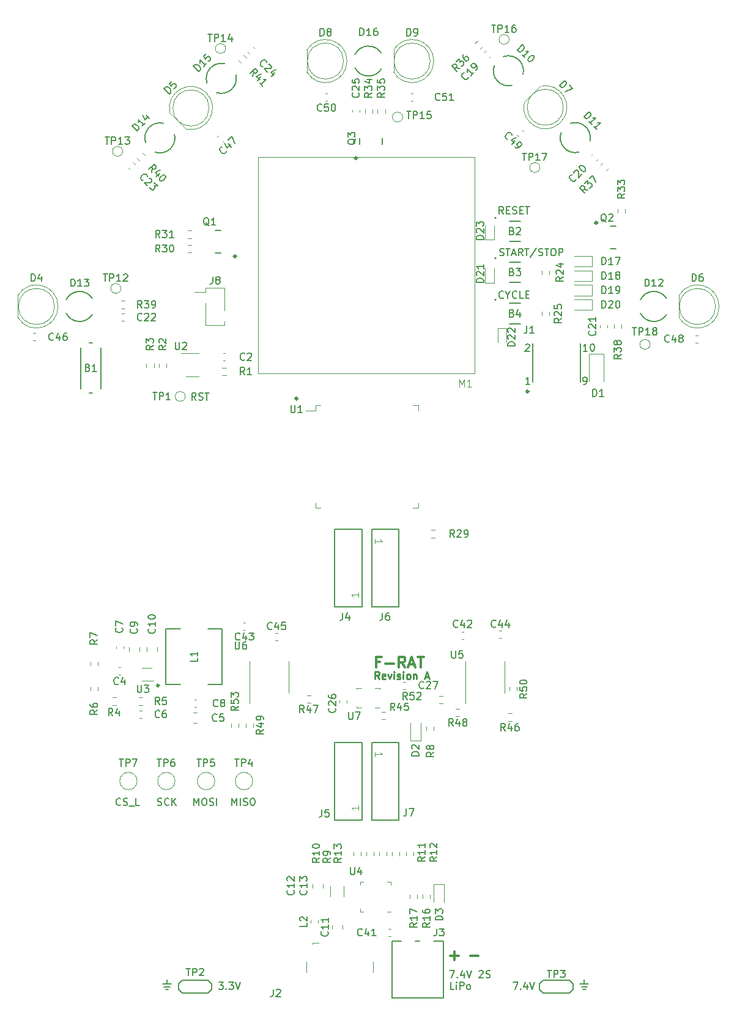
<source format=gbr>
%TF.GenerationSoftware,KiCad,Pcbnew,7.0.8-1.fc38*%
%TF.CreationDate,2023-12-06T13:29:31+01:00*%
%TF.ProjectId,frat,66726174-2e6b-4696-9361-645f70636258,rev?*%
%TF.SameCoordinates,Original*%
%TF.FileFunction,Legend,Top*%
%TF.FilePolarity,Positive*%
%FSLAX46Y46*%
G04 Gerber Fmt 4.6, Leading zero omitted, Abs format (unit mm)*
G04 Created by KiCad (PCBNEW 7.0.8-1.fc38) date 2023-12-06 13:29:31*
%MOMM*%
%LPD*%
G01*
G04 APERTURE LIST*
%ADD10C,0.150000*%
%ADD11C,0.300000*%
%ADD12C,0.250000*%
%ADD13C,0.100000*%
%ADD14C,0.120000*%
%ADD15C,0.152400*%
%ADD16C,0.177800*%
%ADD17C,0.316271*%
G04 APERTURE END LIST*
D10*
X121336779Y-213119819D02*
X121336779Y-212119819D01*
X121336779Y-212119819D02*
X121670112Y-212834104D01*
X121670112Y-212834104D02*
X122003445Y-212119819D01*
X122003445Y-212119819D02*
X122003445Y-213119819D01*
X122479636Y-213119819D02*
X122479636Y-212119819D01*
X122908207Y-213072200D02*
X123051064Y-213119819D01*
X123051064Y-213119819D02*
X123289159Y-213119819D01*
X123289159Y-213119819D02*
X123384397Y-213072200D01*
X123384397Y-213072200D02*
X123432016Y-213024580D01*
X123432016Y-213024580D02*
X123479635Y-212929342D01*
X123479635Y-212929342D02*
X123479635Y-212834104D01*
X123479635Y-212834104D02*
X123432016Y-212738866D01*
X123432016Y-212738866D02*
X123384397Y-212691247D01*
X123384397Y-212691247D02*
X123289159Y-212643628D01*
X123289159Y-212643628D02*
X123098683Y-212596009D01*
X123098683Y-212596009D02*
X123003445Y-212548390D01*
X123003445Y-212548390D02*
X122955826Y-212500771D01*
X122955826Y-212500771D02*
X122908207Y-212405533D01*
X122908207Y-212405533D02*
X122908207Y-212310295D01*
X122908207Y-212310295D02*
X122955826Y-212215057D01*
X122955826Y-212215057D02*
X123003445Y-212167438D01*
X123003445Y-212167438D02*
X123098683Y-212119819D01*
X123098683Y-212119819D02*
X123336778Y-212119819D01*
X123336778Y-212119819D02*
X123479635Y-212167438D01*
X124098683Y-212119819D02*
X124289159Y-212119819D01*
X124289159Y-212119819D02*
X124384397Y-212167438D01*
X124384397Y-212167438D02*
X124479635Y-212262676D01*
X124479635Y-212262676D02*
X124527254Y-212453152D01*
X124527254Y-212453152D02*
X124527254Y-212786485D01*
X124527254Y-212786485D02*
X124479635Y-212976961D01*
X124479635Y-212976961D02*
X124384397Y-213072200D01*
X124384397Y-213072200D02*
X124289159Y-213119819D01*
X124289159Y-213119819D02*
X124098683Y-213119819D01*
X124098683Y-213119819D02*
X124003445Y-213072200D01*
X124003445Y-213072200D02*
X123908207Y-212976961D01*
X123908207Y-212976961D02*
X123860588Y-212786485D01*
X123860588Y-212786485D02*
X123860588Y-212453152D01*
X123860588Y-212453152D02*
X123908207Y-212262676D01*
X123908207Y-212262676D02*
X124003445Y-212167438D01*
X124003445Y-212167438D02*
X124098683Y-212119819D01*
X116086779Y-213119819D02*
X116086779Y-212119819D01*
X116086779Y-212119819D02*
X116420112Y-212834104D01*
X116420112Y-212834104D02*
X116753445Y-212119819D01*
X116753445Y-212119819D02*
X116753445Y-213119819D01*
X117420112Y-212119819D02*
X117610588Y-212119819D01*
X117610588Y-212119819D02*
X117705826Y-212167438D01*
X117705826Y-212167438D02*
X117801064Y-212262676D01*
X117801064Y-212262676D02*
X117848683Y-212453152D01*
X117848683Y-212453152D02*
X117848683Y-212786485D01*
X117848683Y-212786485D02*
X117801064Y-212976961D01*
X117801064Y-212976961D02*
X117705826Y-213072200D01*
X117705826Y-213072200D02*
X117610588Y-213119819D01*
X117610588Y-213119819D02*
X117420112Y-213119819D01*
X117420112Y-213119819D02*
X117324874Y-213072200D01*
X117324874Y-213072200D02*
X117229636Y-212976961D01*
X117229636Y-212976961D02*
X117182017Y-212786485D01*
X117182017Y-212786485D02*
X117182017Y-212453152D01*
X117182017Y-212453152D02*
X117229636Y-212262676D01*
X117229636Y-212262676D02*
X117324874Y-212167438D01*
X117324874Y-212167438D02*
X117420112Y-212119819D01*
X118229636Y-213072200D02*
X118372493Y-213119819D01*
X118372493Y-213119819D02*
X118610588Y-213119819D01*
X118610588Y-213119819D02*
X118705826Y-213072200D01*
X118705826Y-213072200D02*
X118753445Y-213024580D01*
X118753445Y-213024580D02*
X118801064Y-212929342D01*
X118801064Y-212929342D02*
X118801064Y-212834104D01*
X118801064Y-212834104D02*
X118753445Y-212738866D01*
X118753445Y-212738866D02*
X118705826Y-212691247D01*
X118705826Y-212691247D02*
X118610588Y-212643628D01*
X118610588Y-212643628D02*
X118420112Y-212596009D01*
X118420112Y-212596009D02*
X118324874Y-212548390D01*
X118324874Y-212548390D02*
X118277255Y-212500771D01*
X118277255Y-212500771D02*
X118229636Y-212405533D01*
X118229636Y-212405533D02*
X118229636Y-212310295D01*
X118229636Y-212310295D02*
X118277255Y-212215057D01*
X118277255Y-212215057D02*
X118324874Y-212167438D01*
X118324874Y-212167438D02*
X118420112Y-212119819D01*
X118420112Y-212119819D02*
X118658207Y-212119819D01*
X118658207Y-212119819D02*
X118801064Y-212167438D01*
X119229636Y-213119819D02*
X119229636Y-212119819D01*
X111039160Y-213072200D02*
X111182017Y-213119819D01*
X111182017Y-213119819D02*
X111420112Y-213119819D01*
X111420112Y-213119819D02*
X111515350Y-213072200D01*
X111515350Y-213072200D02*
X111562969Y-213024580D01*
X111562969Y-213024580D02*
X111610588Y-212929342D01*
X111610588Y-212929342D02*
X111610588Y-212834104D01*
X111610588Y-212834104D02*
X111562969Y-212738866D01*
X111562969Y-212738866D02*
X111515350Y-212691247D01*
X111515350Y-212691247D02*
X111420112Y-212643628D01*
X111420112Y-212643628D02*
X111229636Y-212596009D01*
X111229636Y-212596009D02*
X111134398Y-212548390D01*
X111134398Y-212548390D02*
X111086779Y-212500771D01*
X111086779Y-212500771D02*
X111039160Y-212405533D01*
X111039160Y-212405533D02*
X111039160Y-212310295D01*
X111039160Y-212310295D02*
X111086779Y-212215057D01*
X111086779Y-212215057D02*
X111134398Y-212167438D01*
X111134398Y-212167438D02*
X111229636Y-212119819D01*
X111229636Y-212119819D02*
X111467731Y-212119819D01*
X111467731Y-212119819D02*
X111610588Y-212167438D01*
X112610588Y-213024580D02*
X112562969Y-213072200D01*
X112562969Y-213072200D02*
X112420112Y-213119819D01*
X112420112Y-213119819D02*
X112324874Y-213119819D01*
X112324874Y-213119819D02*
X112182017Y-213072200D01*
X112182017Y-213072200D02*
X112086779Y-212976961D01*
X112086779Y-212976961D02*
X112039160Y-212881723D01*
X112039160Y-212881723D02*
X111991541Y-212691247D01*
X111991541Y-212691247D02*
X111991541Y-212548390D01*
X111991541Y-212548390D02*
X112039160Y-212357914D01*
X112039160Y-212357914D02*
X112086779Y-212262676D01*
X112086779Y-212262676D02*
X112182017Y-212167438D01*
X112182017Y-212167438D02*
X112324874Y-212119819D01*
X112324874Y-212119819D02*
X112420112Y-212119819D01*
X112420112Y-212119819D02*
X112562969Y-212167438D01*
X112562969Y-212167438D02*
X112610588Y-212215057D01*
X113039160Y-213119819D02*
X113039160Y-212119819D01*
X113610588Y-213119819D02*
X113182017Y-212548390D01*
X113610588Y-212119819D02*
X113039160Y-212691247D01*
X105908207Y-213024580D02*
X105860588Y-213072200D01*
X105860588Y-213072200D02*
X105717731Y-213119819D01*
X105717731Y-213119819D02*
X105622493Y-213119819D01*
X105622493Y-213119819D02*
X105479636Y-213072200D01*
X105479636Y-213072200D02*
X105384398Y-212976961D01*
X105384398Y-212976961D02*
X105336779Y-212881723D01*
X105336779Y-212881723D02*
X105289160Y-212691247D01*
X105289160Y-212691247D02*
X105289160Y-212548390D01*
X105289160Y-212548390D02*
X105336779Y-212357914D01*
X105336779Y-212357914D02*
X105384398Y-212262676D01*
X105384398Y-212262676D02*
X105479636Y-212167438D01*
X105479636Y-212167438D02*
X105622493Y-212119819D01*
X105622493Y-212119819D02*
X105717731Y-212119819D01*
X105717731Y-212119819D02*
X105860588Y-212167438D01*
X105860588Y-212167438D02*
X105908207Y-212215057D01*
X106289160Y-213072200D02*
X106432017Y-213119819D01*
X106432017Y-213119819D02*
X106670112Y-213119819D01*
X106670112Y-213119819D02*
X106765350Y-213072200D01*
X106765350Y-213072200D02*
X106812969Y-213024580D01*
X106812969Y-213024580D02*
X106860588Y-212929342D01*
X106860588Y-212929342D02*
X106860588Y-212834104D01*
X106860588Y-212834104D02*
X106812969Y-212738866D01*
X106812969Y-212738866D02*
X106765350Y-212691247D01*
X106765350Y-212691247D02*
X106670112Y-212643628D01*
X106670112Y-212643628D02*
X106479636Y-212596009D01*
X106479636Y-212596009D02*
X106384398Y-212548390D01*
X106384398Y-212548390D02*
X106336779Y-212500771D01*
X106336779Y-212500771D02*
X106289160Y-212405533D01*
X106289160Y-212405533D02*
X106289160Y-212310295D01*
X106289160Y-212310295D02*
X106336779Y-212215057D01*
X106336779Y-212215057D02*
X106384398Y-212167438D01*
X106384398Y-212167438D02*
X106479636Y-212119819D01*
X106479636Y-212119819D02*
X106717731Y-212119819D01*
X106717731Y-212119819D02*
X106860588Y-212167438D01*
X107051065Y-213215057D02*
X107812969Y-213215057D01*
X108527255Y-213119819D02*
X108051065Y-213119819D01*
X108051065Y-213119819D02*
X108051065Y-212119819D01*
X160241541Y-237619819D02*
X160908207Y-237619819D01*
X160908207Y-237619819D02*
X160479636Y-238619819D01*
X161289160Y-238524580D02*
X161336779Y-238572200D01*
X161336779Y-238572200D02*
X161289160Y-238619819D01*
X161289160Y-238619819D02*
X161241541Y-238572200D01*
X161241541Y-238572200D02*
X161289160Y-238524580D01*
X161289160Y-238524580D02*
X161289160Y-238619819D01*
X162193921Y-237953152D02*
X162193921Y-238619819D01*
X161955826Y-237572200D02*
X161717731Y-238286485D01*
X161717731Y-238286485D02*
X162336778Y-238286485D01*
X162574874Y-237619819D02*
X162908207Y-238619819D01*
X162908207Y-238619819D02*
X163241540Y-237619819D01*
X170100000Y-237250000D02*
X170100000Y-237850000D01*
X169500000Y-237850000D02*
X170700000Y-237850000D01*
X169700000Y-238250000D02*
X170500000Y-238250000D01*
X169900000Y-238650000D02*
X170300000Y-238650000D01*
D11*
X130400000Y-156750000D02*
G75*
G03*
X130400000Y-156750000I-150000J0D01*
G01*
D10*
X112360000Y-237250000D02*
X112360000Y-237850000D01*
D11*
X111230000Y-196508900D02*
G75*
G03*
X111230000Y-196508900I-150000J0D01*
G01*
D10*
X111950000Y-238250000D02*
X112750000Y-238250000D01*
X111760000Y-237850000D02*
X112960000Y-237850000D01*
X112140000Y-238650000D02*
X112540000Y-238650000D01*
D11*
X141804510Y-193241114D02*
X141304510Y-193241114D01*
X141304510Y-194026828D02*
X141304510Y-192526828D01*
X141304510Y-192526828D02*
X142018796Y-192526828D01*
X142590224Y-193455400D02*
X143733082Y-193455400D01*
X145304510Y-194026828D02*
X144804510Y-193312542D01*
X144447367Y-194026828D02*
X144447367Y-192526828D01*
X144447367Y-192526828D02*
X145018796Y-192526828D01*
X145018796Y-192526828D02*
X145161653Y-192598257D01*
X145161653Y-192598257D02*
X145233082Y-192669685D01*
X145233082Y-192669685D02*
X145304510Y-192812542D01*
X145304510Y-192812542D02*
X145304510Y-193026828D01*
X145304510Y-193026828D02*
X145233082Y-193169685D01*
X145233082Y-193169685D02*
X145161653Y-193241114D01*
X145161653Y-193241114D02*
X145018796Y-193312542D01*
X145018796Y-193312542D02*
X144447367Y-193312542D01*
X145875939Y-193598257D02*
X146590225Y-193598257D01*
X145733082Y-194026828D02*
X146233082Y-192526828D01*
X146233082Y-192526828D02*
X146733082Y-194026828D01*
X147018796Y-192526828D02*
X147875939Y-192526828D01*
X147447367Y-194026828D02*
X147447367Y-192526828D01*
D10*
X151491541Y-236009819D02*
X152158207Y-236009819D01*
X152158207Y-236009819D02*
X151729636Y-237009819D01*
X152539160Y-236914580D02*
X152586779Y-236962200D01*
X152586779Y-236962200D02*
X152539160Y-237009819D01*
X152539160Y-237009819D02*
X152491541Y-236962200D01*
X152491541Y-236962200D02*
X152539160Y-236914580D01*
X152539160Y-236914580D02*
X152539160Y-237009819D01*
X153443921Y-236343152D02*
X153443921Y-237009819D01*
X153205826Y-235962200D02*
X152967731Y-236676485D01*
X152967731Y-236676485D02*
X153586778Y-236676485D01*
X153824874Y-236009819D02*
X154158207Y-237009819D01*
X154158207Y-237009819D02*
X154491540Y-236009819D01*
X155539160Y-236105057D02*
X155586779Y-236057438D01*
X155586779Y-236057438D02*
X155682017Y-236009819D01*
X155682017Y-236009819D02*
X155920112Y-236009819D01*
X155920112Y-236009819D02*
X156015350Y-236057438D01*
X156015350Y-236057438D02*
X156062969Y-236105057D01*
X156062969Y-236105057D02*
X156110588Y-236200295D01*
X156110588Y-236200295D02*
X156110588Y-236295533D01*
X156110588Y-236295533D02*
X156062969Y-236438390D01*
X156062969Y-236438390D02*
X155491541Y-237009819D01*
X155491541Y-237009819D02*
X156110588Y-237009819D01*
X156491541Y-236962200D02*
X156634398Y-237009819D01*
X156634398Y-237009819D02*
X156872493Y-237009819D01*
X156872493Y-237009819D02*
X156967731Y-236962200D01*
X156967731Y-236962200D02*
X157015350Y-236914580D01*
X157015350Y-236914580D02*
X157062969Y-236819342D01*
X157062969Y-236819342D02*
X157062969Y-236724104D01*
X157062969Y-236724104D02*
X157015350Y-236628866D01*
X157015350Y-236628866D02*
X156967731Y-236581247D01*
X156967731Y-236581247D02*
X156872493Y-236533628D01*
X156872493Y-236533628D02*
X156682017Y-236486009D01*
X156682017Y-236486009D02*
X156586779Y-236438390D01*
X156586779Y-236438390D02*
X156539160Y-236390771D01*
X156539160Y-236390771D02*
X156491541Y-236295533D01*
X156491541Y-236295533D02*
X156491541Y-236200295D01*
X156491541Y-236200295D02*
X156539160Y-236105057D01*
X156539160Y-236105057D02*
X156586779Y-236057438D01*
X156586779Y-236057438D02*
X156682017Y-236009819D01*
X156682017Y-236009819D02*
X156920112Y-236009819D01*
X156920112Y-236009819D02*
X157062969Y-236057438D01*
X152062969Y-238619819D02*
X151586779Y-238619819D01*
X151586779Y-238619819D02*
X151586779Y-237619819D01*
X152396303Y-238619819D02*
X152396303Y-237953152D01*
X152396303Y-237619819D02*
X152348684Y-237667438D01*
X152348684Y-237667438D02*
X152396303Y-237715057D01*
X152396303Y-237715057D02*
X152443922Y-237667438D01*
X152443922Y-237667438D02*
X152396303Y-237619819D01*
X152396303Y-237619819D02*
X152396303Y-237715057D01*
X152872493Y-238619819D02*
X152872493Y-237619819D01*
X152872493Y-237619819D02*
X153253445Y-237619819D01*
X153253445Y-237619819D02*
X153348683Y-237667438D01*
X153348683Y-237667438D02*
X153396302Y-237715057D01*
X153396302Y-237715057D02*
X153443921Y-237810295D01*
X153443921Y-237810295D02*
X153443921Y-237953152D01*
X153443921Y-237953152D02*
X153396302Y-238048390D01*
X153396302Y-238048390D02*
X153348683Y-238096009D01*
X153348683Y-238096009D02*
X153253445Y-238143628D01*
X153253445Y-238143628D02*
X152872493Y-238143628D01*
X154015350Y-238619819D02*
X153920112Y-238572200D01*
X153920112Y-238572200D02*
X153872493Y-238524580D01*
X153872493Y-238524580D02*
X153824874Y-238429342D01*
X153824874Y-238429342D02*
X153824874Y-238143628D01*
X153824874Y-238143628D02*
X153872493Y-238048390D01*
X153872493Y-238048390D02*
X153920112Y-238000771D01*
X153920112Y-238000771D02*
X154015350Y-237953152D01*
X154015350Y-237953152D02*
X154158207Y-237953152D01*
X154158207Y-237953152D02*
X154253445Y-238000771D01*
X154253445Y-238000771D02*
X154301064Y-238048390D01*
X154301064Y-238048390D02*
X154348683Y-238143628D01*
X154348683Y-238143628D02*
X154348683Y-238429342D01*
X154348683Y-238429342D02*
X154301064Y-238524580D01*
X154301064Y-238524580D02*
X154253445Y-238572200D01*
X154253445Y-238572200D02*
X154158207Y-238619819D01*
X154158207Y-238619819D02*
X154015350Y-238619819D01*
X158908207Y-131169819D02*
X158574874Y-130693628D01*
X158336779Y-131169819D02*
X158336779Y-130169819D01*
X158336779Y-130169819D02*
X158717731Y-130169819D01*
X158717731Y-130169819D02*
X158812969Y-130217438D01*
X158812969Y-130217438D02*
X158860588Y-130265057D01*
X158860588Y-130265057D02*
X158908207Y-130360295D01*
X158908207Y-130360295D02*
X158908207Y-130503152D01*
X158908207Y-130503152D02*
X158860588Y-130598390D01*
X158860588Y-130598390D02*
X158812969Y-130646009D01*
X158812969Y-130646009D02*
X158717731Y-130693628D01*
X158717731Y-130693628D02*
X158336779Y-130693628D01*
X159336779Y-130646009D02*
X159670112Y-130646009D01*
X159812969Y-131169819D02*
X159336779Y-131169819D01*
X159336779Y-131169819D02*
X159336779Y-130169819D01*
X159336779Y-130169819D02*
X159812969Y-130169819D01*
X160193922Y-131122200D02*
X160336779Y-131169819D01*
X160336779Y-131169819D02*
X160574874Y-131169819D01*
X160574874Y-131169819D02*
X160670112Y-131122200D01*
X160670112Y-131122200D02*
X160717731Y-131074580D01*
X160717731Y-131074580D02*
X160765350Y-130979342D01*
X160765350Y-130979342D02*
X160765350Y-130884104D01*
X160765350Y-130884104D02*
X160717731Y-130788866D01*
X160717731Y-130788866D02*
X160670112Y-130741247D01*
X160670112Y-130741247D02*
X160574874Y-130693628D01*
X160574874Y-130693628D02*
X160384398Y-130646009D01*
X160384398Y-130646009D02*
X160289160Y-130598390D01*
X160289160Y-130598390D02*
X160241541Y-130550771D01*
X160241541Y-130550771D02*
X160193922Y-130455533D01*
X160193922Y-130455533D02*
X160193922Y-130360295D01*
X160193922Y-130360295D02*
X160241541Y-130265057D01*
X160241541Y-130265057D02*
X160289160Y-130217438D01*
X160289160Y-130217438D02*
X160384398Y-130169819D01*
X160384398Y-130169819D02*
X160622493Y-130169819D01*
X160622493Y-130169819D02*
X160765350Y-130217438D01*
X161193922Y-130646009D02*
X161527255Y-130646009D01*
X161670112Y-131169819D02*
X161193922Y-131169819D01*
X161193922Y-131169819D02*
X161193922Y-130169819D01*
X161193922Y-130169819D02*
X161670112Y-130169819D01*
X161955827Y-130169819D02*
X162527255Y-130169819D01*
X162241541Y-131169819D02*
X162241541Y-130169819D01*
D12*
X141723996Y-195614619D02*
X141390663Y-195138428D01*
X141152568Y-195614619D02*
X141152568Y-194614619D01*
X141152568Y-194614619D02*
X141533520Y-194614619D01*
X141533520Y-194614619D02*
X141628758Y-194662238D01*
X141628758Y-194662238D02*
X141676377Y-194709857D01*
X141676377Y-194709857D02*
X141723996Y-194805095D01*
X141723996Y-194805095D02*
X141723996Y-194947952D01*
X141723996Y-194947952D02*
X141676377Y-195043190D01*
X141676377Y-195043190D02*
X141628758Y-195090809D01*
X141628758Y-195090809D02*
X141533520Y-195138428D01*
X141533520Y-195138428D02*
X141152568Y-195138428D01*
X142533520Y-195567000D02*
X142438282Y-195614619D01*
X142438282Y-195614619D02*
X142247806Y-195614619D01*
X142247806Y-195614619D02*
X142152568Y-195567000D01*
X142152568Y-195567000D02*
X142104949Y-195471761D01*
X142104949Y-195471761D02*
X142104949Y-195090809D01*
X142104949Y-195090809D02*
X142152568Y-194995571D01*
X142152568Y-194995571D02*
X142247806Y-194947952D01*
X142247806Y-194947952D02*
X142438282Y-194947952D01*
X142438282Y-194947952D02*
X142533520Y-194995571D01*
X142533520Y-194995571D02*
X142581139Y-195090809D01*
X142581139Y-195090809D02*
X142581139Y-195186047D01*
X142581139Y-195186047D02*
X142104949Y-195281285D01*
X142914473Y-194947952D02*
X143152568Y-195614619D01*
X143152568Y-195614619D02*
X143390663Y-194947952D01*
X143771616Y-195614619D02*
X143771616Y-194947952D01*
X143771616Y-194614619D02*
X143723997Y-194662238D01*
X143723997Y-194662238D02*
X143771616Y-194709857D01*
X143771616Y-194709857D02*
X143819235Y-194662238D01*
X143819235Y-194662238D02*
X143771616Y-194614619D01*
X143771616Y-194614619D02*
X143771616Y-194709857D01*
X144200187Y-195567000D02*
X144295425Y-195614619D01*
X144295425Y-195614619D02*
X144485901Y-195614619D01*
X144485901Y-195614619D02*
X144581139Y-195567000D01*
X144581139Y-195567000D02*
X144628758Y-195471761D01*
X144628758Y-195471761D02*
X144628758Y-195424142D01*
X144628758Y-195424142D02*
X144581139Y-195328904D01*
X144581139Y-195328904D02*
X144485901Y-195281285D01*
X144485901Y-195281285D02*
X144343044Y-195281285D01*
X144343044Y-195281285D02*
X144247806Y-195233666D01*
X144247806Y-195233666D02*
X144200187Y-195138428D01*
X144200187Y-195138428D02*
X144200187Y-195090809D01*
X144200187Y-195090809D02*
X144247806Y-194995571D01*
X144247806Y-194995571D02*
X144343044Y-194947952D01*
X144343044Y-194947952D02*
X144485901Y-194947952D01*
X144485901Y-194947952D02*
X144581139Y-194995571D01*
X145057330Y-195614619D02*
X145057330Y-194947952D01*
X145057330Y-194614619D02*
X145009711Y-194662238D01*
X145009711Y-194662238D02*
X145057330Y-194709857D01*
X145057330Y-194709857D02*
X145104949Y-194662238D01*
X145104949Y-194662238D02*
X145057330Y-194614619D01*
X145057330Y-194614619D02*
X145057330Y-194709857D01*
X145676377Y-195614619D02*
X145581139Y-195567000D01*
X145581139Y-195567000D02*
X145533520Y-195519380D01*
X145533520Y-195519380D02*
X145485901Y-195424142D01*
X145485901Y-195424142D02*
X145485901Y-195138428D01*
X145485901Y-195138428D02*
X145533520Y-195043190D01*
X145533520Y-195043190D02*
X145581139Y-194995571D01*
X145581139Y-194995571D02*
X145676377Y-194947952D01*
X145676377Y-194947952D02*
X145819234Y-194947952D01*
X145819234Y-194947952D02*
X145914472Y-194995571D01*
X145914472Y-194995571D02*
X145962091Y-195043190D01*
X145962091Y-195043190D02*
X146009710Y-195138428D01*
X146009710Y-195138428D02*
X146009710Y-195424142D01*
X146009710Y-195424142D02*
X145962091Y-195519380D01*
X145962091Y-195519380D02*
X145914472Y-195567000D01*
X145914472Y-195567000D02*
X145819234Y-195614619D01*
X145819234Y-195614619D02*
X145676377Y-195614619D01*
X146438282Y-194947952D02*
X146438282Y-195614619D01*
X146438282Y-195043190D02*
X146485901Y-194995571D01*
X146485901Y-194995571D02*
X146581139Y-194947952D01*
X146581139Y-194947952D02*
X146723996Y-194947952D01*
X146723996Y-194947952D02*
X146819234Y-194995571D01*
X146819234Y-194995571D02*
X146866853Y-195090809D01*
X146866853Y-195090809D02*
X146866853Y-195614619D01*
X148057330Y-195328904D02*
X148533520Y-195328904D01*
X147962092Y-195614619D02*
X148295425Y-194614619D01*
X148295425Y-194614619D02*
X148628758Y-195614619D01*
D11*
X151554510Y-233979400D02*
X152697368Y-233979400D01*
X152125939Y-234550828D02*
X152125939Y-233407971D01*
D10*
X158908207Y-142774580D02*
X158860588Y-142822200D01*
X158860588Y-142822200D02*
X158717731Y-142869819D01*
X158717731Y-142869819D02*
X158622493Y-142869819D01*
X158622493Y-142869819D02*
X158479636Y-142822200D01*
X158479636Y-142822200D02*
X158384398Y-142726961D01*
X158384398Y-142726961D02*
X158336779Y-142631723D01*
X158336779Y-142631723D02*
X158289160Y-142441247D01*
X158289160Y-142441247D02*
X158289160Y-142298390D01*
X158289160Y-142298390D02*
X158336779Y-142107914D01*
X158336779Y-142107914D02*
X158384398Y-142012676D01*
X158384398Y-142012676D02*
X158479636Y-141917438D01*
X158479636Y-141917438D02*
X158622493Y-141869819D01*
X158622493Y-141869819D02*
X158717731Y-141869819D01*
X158717731Y-141869819D02*
X158860588Y-141917438D01*
X158860588Y-141917438D02*
X158908207Y-141965057D01*
X159527255Y-142393628D02*
X159527255Y-142869819D01*
X159193922Y-141869819D02*
X159527255Y-142393628D01*
X159527255Y-142393628D02*
X159860588Y-141869819D01*
X160765350Y-142774580D02*
X160717731Y-142822200D01*
X160717731Y-142822200D02*
X160574874Y-142869819D01*
X160574874Y-142869819D02*
X160479636Y-142869819D01*
X160479636Y-142869819D02*
X160336779Y-142822200D01*
X160336779Y-142822200D02*
X160241541Y-142726961D01*
X160241541Y-142726961D02*
X160193922Y-142631723D01*
X160193922Y-142631723D02*
X160146303Y-142441247D01*
X160146303Y-142441247D02*
X160146303Y-142298390D01*
X160146303Y-142298390D02*
X160193922Y-142107914D01*
X160193922Y-142107914D02*
X160241541Y-142012676D01*
X160241541Y-142012676D02*
X160336779Y-141917438D01*
X160336779Y-141917438D02*
X160479636Y-141869819D01*
X160479636Y-141869819D02*
X160574874Y-141869819D01*
X160574874Y-141869819D02*
X160717731Y-141917438D01*
X160717731Y-141917438D02*
X160765350Y-141965057D01*
X161670112Y-142869819D02*
X161193922Y-142869819D01*
X161193922Y-142869819D02*
X161193922Y-141869819D01*
X162003446Y-142346009D02*
X162336779Y-142346009D01*
X162479636Y-142869819D02*
X162003446Y-142869819D01*
X162003446Y-142869819D02*
X162003446Y-141869819D01*
X162003446Y-141869819D02*
X162479636Y-141869819D01*
X158389160Y-136922200D02*
X158532017Y-136969819D01*
X158532017Y-136969819D02*
X158770112Y-136969819D01*
X158770112Y-136969819D02*
X158865350Y-136922200D01*
X158865350Y-136922200D02*
X158912969Y-136874580D01*
X158912969Y-136874580D02*
X158960588Y-136779342D01*
X158960588Y-136779342D02*
X158960588Y-136684104D01*
X158960588Y-136684104D02*
X158912969Y-136588866D01*
X158912969Y-136588866D02*
X158865350Y-136541247D01*
X158865350Y-136541247D02*
X158770112Y-136493628D01*
X158770112Y-136493628D02*
X158579636Y-136446009D01*
X158579636Y-136446009D02*
X158484398Y-136398390D01*
X158484398Y-136398390D02*
X158436779Y-136350771D01*
X158436779Y-136350771D02*
X158389160Y-136255533D01*
X158389160Y-136255533D02*
X158389160Y-136160295D01*
X158389160Y-136160295D02*
X158436779Y-136065057D01*
X158436779Y-136065057D02*
X158484398Y-136017438D01*
X158484398Y-136017438D02*
X158579636Y-135969819D01*
X158579636Y-135969819D02*
X158817731Y-135969819D01*
X158817731Y-135969819D02*
X158960588Y-136017438D01*
X159246303Y-135969819D02*
X159817731Y-135969819D01*
X159532017Y-136969819D02*
X159532017Y-135969819D01*
X160103446Y-136684104D02*
X160579636Y-136684104D01*
X160008208Y-136969819D02*
X160341541Y-135969819D01*
X160341541Y-135969819D02*
X160674874Y-136969819D01*
X161579636Y-136969819D02*
X161246303Y-136493628D01*
X161008208Y-136969819D02*
X161008208Y-135969819D01*
X161008208Y-135969819D02*
X161389160Y-135969819D01*
X161389160Y-135969819D02*
X161484398Y-136017438D01*
X161484398Y-136017438D02*
X161532017Y-136065057D01*
X161532017Y-136065057D02*
X161579636Y-136160295D01*
X161579636Y-136160295D02*
X161579636Y-136303152D01*
X161579636Y-136303152D02*
X161532017Y-136398390D01*
X161532017Y-136398390D02*
X161484398Y-136446009D01*
X161484398Y-136446009D02*
X161389160Y-136493628D01*
X161389160Y-136493628D02*
X161008208Y-136493628D01*
X161865351Y-135969819D02*
X162436779Y-135969819D01*
X162151065Y-136969819D02*
X162151065Y-135969819D01*
X163484398Y-135922200D02*
X162627256Y-137207914D01*
X163770113Y-136922200D02*
X163912970Y-136969819D01*
X163912970Y-136969819D02*
X164151065Y-136969819D01*
X164151065Y-136969819D02*
X164246303Y-136922200D01*
X164246303Y-136922200D02*
X164293922Y-136874580D01*
X164293922Y-136874580D02*
X164341541Y-136779342D01*
X164341541Y-136779342D02*
X164341541Y-136684104D01*
X164341541Y-136684104D02*
X164293922Y-136588866D01*
X164293922Y-136588866D02*
X164246303Y-136541247D01*
X164246303Y-136541247D02*
X164151065Y-136493628D01*
X164151065Y-136493628D02*
X163960589Y-136446009D01*
X163960589Y-136446009D02*
X163865351Y-136398390D01*
X163865351Y-136398390D02*
X163817732Y-136350771D01*
X163817732Y-136350771D02*
X163770113Y-136255533D01*
X163770113Y-136255533D02*
X163770113Y-136160295D01*
X163770113Y-136160295D02*
X163817732Y-136065057D01*
X163817732Y-136065057D02*
X163865351Y-136017438D01*
X163865351Y-136017438D02*
X163960589Y-135969819D01*
X163960589Y-135969819D02*
X164198684Y-135969819D01*
X164198684Y-135969819D02*
X164341541Y-136017438D01*
X164627256Y-135969819D02*
X165198684Y-135969819D01*
X164912970Y-136969819D02*
X164912970Y-135969819D01*
X165722494Y-135969819D02*
X165912970Y-135969819D01*
X165912970Y-135969819D02*
X166008208Y-136017438D01*
X166008208Y-136017438D02*
X166103446Y-136112676D01*
X166103446Y-136112676D02*
X166151065Y-136303152D01*
X166151065Y-136303152D02*
X166151065Y-136636485D01*
X166151065Y-136636485D02*
X166103446Y-136826961D01*
X166103446Y-136826961D02*
X166008208Y-136922200D01*
X166008208Y-136922200D02*
X165912970Y-136969819D01*
X165912970Y-136969819D02*
X165722494Y-136969819D01*
X165722494Y-136969819D02*
X165627256Y-136922200D01*
X165627256Y-136922200D02*
X165532018Y-136826961D01*
X165532018Y-136826961D02*
X165484399Y-136636485D01*
X165484399Y-136636485D02*
X165484399Y-136303152D01*
X165484399Y-136303152D02*
X165532018Y-136112676D01*
X165532018Y-136112676D02*
X165627256Y-136017438D01*
X165627256Y-136017438D02*
X165722494Y-135969819D01*
X166579637Y-136969819D02*
X166579637Y-135969819D01*
X166579637Y-135969819D02*
X166960589Y-135969819D01*
X166960589Y-135969819D02*
X167055827Y-136017438D01*
X167055827Y-136017438D02*
X167103446Y-136065057D01*
X167103446Y-136065057D02*
X167151065Y-136160295D01*
X167151065Y-136160295D02*
X167151065Y-136303152D01*
X167151065Y-136303152D02*
X167103446Y-136398390D01*
X167103446Y-136398390D02*
X167055827Y-136446009D01*
X167055827Y-136446009D02*
X166960589Y-136493628D01*
X166960589Y-136493628D02*
X166579637Y-136493628D01*
X119491541Y-237619819D02*
X120110588Y-237619819D01*
X120110588Y-237619819D02*
X119777255Y-238000771D01*
X119777255Y-238000771D02*
X119920112Y-238000771D01*
X119920112Y-238000771D02*
X120015350Y-238048390D01*
X120015350Y-238048390D02*
X120062969Y-238096009D01*
X120062969Y-238096009D02*
X120110588Y-238191247D01*
X120110588Y-238191247D02*
X120110588Y-238429342D01*
X120110588Y-238429342D02*
X120062969Y-238524580D01*
X120062969Y-238524580D02*
X120015350Y-238572200D01*
X120015350Y-238572200D02*
X119920112Y-238619819D01*
X119920112Y-238619819D02*
X119634398Y-238619819D01*
X119634398Y-238619819D02*
X119539160Y-238572200D01*
X119539160Y-238572200D02*
X119491541Y-238524580D01*
X120539160Y-238524580D02*
X120586779Y-238572200D01*
X120586779Y-238572200D02*
X120539160Y-238619819D01*
X120539160Y-238619819D02*
X120491541Y-238572200D01*
X120491541Y-238572200D02*
X120539160Y-238524580D01*
X120539160Y-238524580D02*
X120539160Y-238619819D01*
X120920112Y-237619819D02*
X121539159Y-237619819D01*
X121539159Y-237619819D02*
X121205826Y-238000771D01*
X121205826Y-238000771D02*
X121348683Y-238000771D01*
X121348683Y-238000771D02*
X121443921Y-238048390D01*
X121443921Y-238048390D02*
X121491540Y-238096009D01*
X121491540Y-238096009D02*
X121539159Y-238191247D01*
X121539159Y-238191247D02*
X121539159Y-238429342D01*
X121539159Y-238429342D02*
X121491540Y-238524580D01*
X121491540Y-238524580D02*
X121443921Y-238572200D01*
X121443921Y-238572200D02*
X121348683Y-238619819D01*
X121348683Y-238619819D02*
X121062969Y-238619819D01*
X121062969Y-238619819D02*
X120967731Y-238572200D01*
X120967731Y-238572200D02*
X120920112Y-238524580D01*
X121824874Y-237619819D02*
X122158207Y-238619819D01*
X122158207Y-238619819D02*
X122491540Y-237619819D01*
X116351207Y-156968819D02*
X116017874Y-156492628D01*
X115779779Y-156968819D02*
X115779779Y-155968819D01*
X115779779Y-155968819D02*
X116160731Y-155968819D01*
X116160731Y-155968819D02*
X116255969Y-156016438D01*
X116255969Y-156016438D02*
X116303588Y-156064057D01*
X116303588Y-156064057D02*
X116351207Y-156159295D01*
X116351207Y-156159295D02*
X116351207Y-156302152D01*
X116351207Y-156302152D02*
X116303588Y-156397390D01*
X116303588Y-156397390D02*
X116255969Y-156445009D01*
X116255969Y-156445009D02*
X116160731Y-156492628D01*
X116160731Y-156492628D02*
X115779779Y-156492628D01*
X116732160Y-156921200D02*
X116875017Y-156968819D01*
X116875017Y-156968819D02*
X117113112Y-156968819D01*
X117113112Y-156968819D02*
X117208350Y-156921200D01*
X117208350Y-156921200D02*
X117255969Y-156873580D01*
X117255969Y-156873580D02*
X117303588Y-156778342D01*
X117303588Y-156778342D02*
X117303588Y-156683104D01*
X117303588Y-156683104D02*
X117255969Y-156587866D01*
X117255969Y-156587866D02*
X117208350Y-156540247D01*
X117208350Y-156540247D02*
X117113112Y-156492628D01*
X117113112Y-156492628D02*
X116922636Y-156445009D01*
X116922636Y-156445009D02*
X116827398Y-156397390D01*
X116827398Y-156397390D02*
X116779779Y-156349771D01*
X116779779Y-156349771D02*
X116732160Y-156254533D01*
X116732160Y-156254533D02*
X116732160Y-156159295D01*
X116732160Y-156159295D02*
X116779779Y-156064057D01*
X116779779Y-156064057D02*
X116827398Y-156016438D01*
X116827398Y-156016438D02*
X116922636Y-155968819D01*
X116922636Y-155968819D02*
X117160731Y-155968819D01*
X117160731Y-155968819D02*
X117303588Y-156016438D01*
X117589303Y-155968819D02*
X118160731Y-155968819D01*
X117875017Y-156968819D02*
X117875017Y-155968819D01*
D11*
X154304510Y-233979400D02*
X155447368Y-233979400D01*
D10*
X156154819Y-134714285D02*
X155154819Y-134714285D01*
X155154819Y-134714285D02*
X155154819Y-134476190D01*
X155154819Y-134476190D02*
X155202438Y-134333333D01*
X155202438Y-134333333D02*
X155297676Y-134238095D01*
X155297676Y-134238095D02*
X155392914Y-134190476D01*
X155392914Y-134190476D02*
X155583390Y-134142857D01*
X155583390Y-134142857D02*
X155726247Y-134142857D01*
X155726247Y-134142857D02*
X155916723Y-134190476D01*
X155916723Y-134190476D02*
X156011961Y-134238095D01*
X156011961Y-134238095D02*
X156107200Y-134333333D01*
X156107200Y-134333333D02*
X156154819Y-134476190D01*
X156154819Y-134476190D02*
X156154819Y-134714285D01*
X155250057Y-133761904D02*
X155202438Y-133714285D01*
X155202438Y-133714285D02*
X155154819Y-133619047D01*
X155154819Y-133619047D02*
X155154819Y-133380952D01*
X155154819Y-133380952D02*
X155202438Y-133285714D01*
X155202438Y-133285714D02*
X155250057Y-133238095D01*
X155250057Y-133238095D02*
X155345295Y-133190476D01*
X155345295Y-133190476D02*
X155440533Y-133190476D01*
X155440533Y-133190476D02*
X155583390Y-133238095D01*
X155583390Y-133238095D02*
X156154819Y-133809523D01*
X156154819Y-133809523D02*
X156154819Y-133190476D01*
X155154819Y-132857142D02*
X155154819Y-132238095D01*
X155154819Y-132238095D02*
X155535771Y-132571428D01*
X155535771Y-132571428D02*
X155535771Y-132428571D01*
X155535771Y-132428571D02*
X155583390Y-132333333D01*
X155583390Y-132333333D02*
X155631009Y-132285714D01*
X155631009Y-132285714D02*
X155726247Y-132238095D01*
X155726247Y-132238095D02*
X155964342Y-132238095D01*
X155964342Y-132238095D02*
X156059580Y-132285714D01*
X156059580Y-132285714D02*
X156107200Y-132333333D01*
X156107200Y-132333333D02*
X156154819Y-132428571D01*
X156154819Y-132428571D02*
X156154819Y-132714285D01*
X156154819Y-132714285D02*
X156107200Y-132809523D01*
X156107200Y-132809523D02*
X156059580Y-132857142D01*
X160504819Y-149464285D02*
X159504819Y-149464285D01*
X159504819Y-149464285D02*
X159504819Y-149226190D01*
X159504819Y-149226190D02*
X159552438Y-149083333D01*
X159552438Y-149083333D02*
X159647676Y-148988095D01*
X159647676Y-148988095D02*
X159742914Y-148940476D01*
X159742914Y-148940476D02*
X159933390Y-148892857D01*
X159933390Y-148892857D02*
X160076247Y-148892857D01*
X160076247Y-148892857D02*
X160266723Y-148940476D01*
X160266723Y-148940476D02*
X160361961Y-148988095D01*
X160361961Y-148988095D02*
X160457200Y-149083333D01*
X160457200Y-149083333D02*
X160504819Y-149226190D01*
X160504819Y-149226190D02*
X160504819Y-149464285D01*
X159600057Y-148511904D02*
X159552438Y-148464285D01*
X159552438Y-148464285D02*
X159504819Y-148369047D01*
X159504819Y-148369047D02*
X159504819Y-148130952D01*
X159504819Y-148130952D02*
X159552438Y-148035714D01*
X159552438Y-148035714D02*
X159600057Y-147988095D01*
X159600057Y-147988095D02*
X159695295Y-147940476D01*
X159695295Y-147940476D02*
X159790533Y-147940476D01*
X159790533Y-147940476D02*
X159933390Y-147988095D01*
X159933390Y-147988095D02*
X160504819Y-148559523D01*
X160504819Y-148559523D02*
X160504819Y-147940476D01*
X159600057Y-147559523D02*
X159552438Y-147511904D01*
X159552438Y-147511904D02*
X159504819Y-147416666D01*
X159504819Y-147416666D02*
X159504819Y-147178571D01*
X159504819Y-147178571D02*
X159552438Y-147083333D01*
X159552438Y-147083333D02*
X159600057Y-147035714D01*
X159600057Y-147035714D02*
X159695295Y-146988095D01*
X159695295Y-146988095D02*
X159790533Y-146988095D01*
X159790533Y-146988095D02*
X159933390Y-147035714D01*
X159933390Y-147035714D02*
X160504819Y-147607142D01*
X160504819Y-147607142D02*
X160504819Y-146988095D01*
X156154819Y-140664285D02*
X155154819Y-140664285D01*
X155154819Y-140664285D02*
X155154819Y-140426190D01*
X155154819Y-140426190D02*
X155202438Y-140283333D01*
X155202438Y-140283333D02*
X155297676Y-140188095D01*
X155297676Y-140188095D02*
X155392914Y-140140476D01*
X155392914Y-140140476D02*
X155583390Y-140092857D01*
X155583390Y-140092857D02*
X155726247Y-140092857D01*
X155726247Y-140092857D02*
X155916723Y-140140476D01*
X155916723Y-140140476D02*
X156011961Y-140188095D01*
X156011961Y-140188095D02*
X156107200Y-140283333D01*
X156107200Y-140283333D02*
X156154819Y-140426190D01*
X156154819Y-140426190D02*
X156154819Y-140664285D01*
X155250057Y-139711904D02*
X155202438Y-139664285D01*
X155202438Y-139664285D02*
X155154819Y-139569047D01*
X155154819Y-139569047D02*
X155154819Y-139330952D01*
X155154819Y-139330952D02*
X155202438Y-139235714D01*
X155202438Y-139235714D02*
X155250057Y-139188095D01*
X155250057Y-139188095D02*
X155345295Y-139140476D01*
X155345295Y-139140476D02*
X155440533Y-139140476D01*
X155440533Y-139140476D02*
X155583390Y-139188095D01*
X155583390Y-139188095D02*
X156154819Y-139759523D01*
X156154819Y-139759523D02*
X156154819Y-139140476D01*
X156154819Y-138188095D02*
X156154819Y-138759523D01*
X156154819Y-138473809D02*
X155154819Y-138473809D01*
X155154819Y-138473809D02*
X155297676Y-138569047D01*
X155297676Y-138569047D02*
X155392914Y-138664285D01*
X155392914Y-138664285D02*
X155440533Y-138759523D01*
X176761905Y-146954819D02*
X177333333Y-146954819D01*
X177047619Y-147954819D02*
X177047619Y-146954819D01*
X177666667Y-147954819D02*
X177666667Y-146954819D01*
X177666667Y-146954819D02*
X178047619Y-146954819D01*
X178047619Y-146954819D02*
X178142857Y-147002438D01*
X178142857Y-147002438D02*
X178190476Y-147050057D01*
X178190476Y-147050057D02*
X178238095Y-147145295D01*
X178238095Y-147145295D02*
X178238095Y-147288152D01*
X178238095Y-147288152D02*
X178190476Y-147383390D01*
X178190476Y-147383390D02*
X178142857Y-147431009D01*
X178142857Y-147431009D02*
X178047619Y-147478628D01*
X178047619Y-147478628D02*
X177666667Y-147478628D01*
X179190476Y-147954819D02*
X178619048Y-147954819D01*
X178904762Y-147954819D02*
X178904762Y-146954819D01*
X178904762Y-146954819D02*
X178809524Y-147097676D01*
X178809524Y-147097676D02*
X178714286Y-147192914D01*
X178714286Y-147192914D02*
X178619048Y-147240533D01*
X179761905Y-147383390D02*
X179666667Y-147335771D01*
X179666667Y-147335771D02*
X179619048Y-147288152D01*
X179619048Y-147288152D02*
X179571429Y-147192914D01*
X179571429Y-147192914D02*
X179571429Y-147145295D01*
X179571429Y-147145295D02*
X179619048Y-147050057D01*
X179619048Y-147050057D02*
X179666667Y-147002438D01*
X179666667Y-147002438D02*
X179761905Y-146954819D01*
X179761905Y-146954819D02*
X179952381Y-146954819D01*
X179952381Y-146954819D02*
X180047619Y-147002438D01*
X180047619Y-147002438D02*
X180095238Y-147050057D01*
X180095238Y-147050057D02*
X180142857Y-147145295D01*
X180142857Y-147145295D02*
X180142857Y-147192914D01*
X180142857Y-147192914D02*
X180095238Y-147288152D01*
X180095238Y-147288152D02*
X180047619Y-147335771D01*
X180047619Y-147335771D02*
X179952381Y-147383390D01*
X179952381Y-147383390D02*
X179761905Y-147383390D01*
X179761905Y-147383390D02*
X179666667Y-147431009D01*
X179666667Y-147431009D02*
X179619048Y-147478628D01*
X179619048Y-147478628D02*
X179571429Y-147573866D01*
X179571429Y-147573866D02*
X179571429Y-147764342D01*
X179571429Y-147764342D02*
X179619048Y-147859580D01*
X179619048Y-147859580D02*
X179666667Y-147907200D01*
X179666667Y-147907200D02*
X179761905Y-147954819D01*
X179761905Y-147954819D02*
X179952381Y-147954819D01*
X179952381Y-147954819D02*
X180047619Y-147907200D01*
X180047619Y-147907200D02*
X180095238Y-147859580D01*
X180095238Y-147859580D02*
X180142857Y-147764342D01*
X180142857Y-147764342D02*
X180142857Y-147573866D01*
X180142857Y-147573866D02*
X180095238Y-147478628D01*
X180095238Y-147478628D02*
X180047619Y-147431009D01*
X180047619Y-147431009D02*
X179952381Y-147383390D01*
X161511905Y-122756819D02*
X162083333Y-122756819D01*
X161797619Y-123756819D02*
X161797619Y-122756819D01*
X162416667Y-123756819D02*
X162416667Y-122756819D01*
X162416667Y-122756819D02*
X162797619Y-122756819D01*
X162797619Y-122756819D02*
X162892857Y-122804438D01*
X162892857Y-122804438D02*
X162940476Y-122852057D01*
X162940476Y-122852057D02*
X162988095Y-122947295D01*
X162988095Y-122947295D02*
X162988095Y-123090152D01*
X162988095Y-123090152D02*
X162940476Y-123185390D01*
X162940476Y-123185390D02*
X162892857Y-123233009D01*
X162892857Y-123233009D02*
X162797619Y-123280628D01*
X162797619Y-123280628D02*
X162416667Y-123280628D01*
X163940476Y-123756819D02*
X163369048Y-123756819D01*
X163654762Y-123756819D02*
X163654762Y-122756819D01*
X163654762Y-122756819D02*
X163559524Y-122899676D01*
X163559524Y-122899676D02*
X163464286Y-122994914D01*
X163464286Y-122994914D02*
X163369048Y-123042533D01*
X164273810Y-122756819D02*
X164940476Y-122756819D01*
X164940476Y-122756819D02*
X164511905Y-123756819D01*
X157261905Y-105006819D02*
X157833333Y-105006819D01*
X157547619Y-106006819D02*
X157547619Y-105006819D01*
X158166667Y-106006819D02*
X158166667Y-105006819D01*
X158166667Y-105006819D02*
X158547619Y-105006819D01*
X158547619Y-105006819D02*
X158642857Y-105054438D01*
X158642857Y-105054438D02*
X158690476Y-105102057D01*
X158690476Y-105102057D02*
X158738095Y-105197295D01*
X158738095Y-105197295D02*
X158738095Y-105340152D01*
X158738095Y-105340152D02*
X158690476Y-105435390D01*
X158690476Y-105435390D02*
X158642857Y-105483009D01*
X158642857Y-105483009D02*
X158547619Y-105530628D01*
X158547619Y-105530628D02*
X158166667Y-105530628D01*
X159690476Y-106006819D02*
X159119048Y-106006819D01*
X159404762Y-106006819D02*
X159404762Y-105006819D01*
X159404762Y-105006819D02*
X159309524Y-105149676D01*
X159309524Y-105149676D02*
X159214286Y-105244914D01*
X159214286Y-105244914D02*
X159119048Y-105292533D01*
X160547619Y-105006819D02*
X160357143Y-105006819D01*
X160357143Y-105006819D02*
X160261905Y-105054438D01*
X160261905Y-105054438D02*
X160214286Y-105102057D01*
X160214286Y-105102057D02*
X160119048Y-105244914D01*
X160119048Y-105244914D02*
X160071429Y-105435390D01*
X160071429Y-105435390D02*
X160071429Y-105816342D01*
X160071429Y-105816342D02*
X160119048Y-105911580D01*
X160119048Y-105911580D02*
X160166667Y-105959200D01*
X160166667Y-105959200D02*
X160261905Y-106006819D01*
X160261905Y-106006819D02*
X160452381Y-106006819D01*
X160452381Y-106006819D02*
X160547619Y-105959200D01*
X160547619Y-105959200D02*
X160595238Y-105911580D01*
X160595238Y-105911580D02*
X160642857Y-105816342D01*
X160642857Y-105816342D02*
X160642857Y-105578247D01*
X160642857Y-105578247D02*
X160595238Y-105483009D01*
X160595238Y-105483009D02*
X160547619Y-105435390D01*
X160547619Y-105435390D02*
X160452381Y-105387771D01*
X160452381Y-105387771D02*
X160261905Y-105387771D01*
X160261905Y-105387771D02*
X160166667Y-105435390D01*
X160166667Y-105435390D02*
X160119048Y-105483009D01*
X160119048Y-105483009D02*
X160071429Y-105578247D01*
X145511905Y-116954819D02*
X146083333Y-116954819D01*
X145797619Y-117954819D02*
X145797619Y-116954819D01*
X146416667Y-117954819D02*
X146416667Y-116954819D01*
X146416667Y-116954819D02*
X146797619Y-116954819D01*
X146797619Y-116954819D02*
X146892857Y-117002438D01*
X146892857Y-117002438D02*
X146940476Y-117050057D01*
X146940476Y-117050057D02*
X146988095Y-117145295D01*
X146988095Y-117145295D02*
X146988095Y-117288152D01*
X146988095Y-117288152D02*
X146940476Y-117383390D01*
X146940476Y-117383390D02*
X146892857Y-117431009D01*
X146892857Y-117431009D02*
X146797619Y-117478628D01*
X146797619Y-117478628D02*
X146416667Y-117478628D01*
X147940476Y-117954819D02*
X147369048Y-117954819D01*
X147654762Y-117954819D02*
X147654762Y-116954819D01*
X147654762Y-116954819D02*
X147559524Y-117097676D01*
X147559524Y-117097676D02*
X147464286Y-117192914D01*
X147464286Y-117192914D02*
X147369048Y-117240533D01*
X148845238Y-116954819D02*
X148369048Y-116954819D01*
X148369048Y-116954819D02*
X148321429Y-117431009D01*
X148321429Y-117431009D02*
X148369048Y-117383390D01*
X148369048Y-117383390D02*
X148464286Y-117335771D01*
X148464286Y-117335771D02*
X148702381Y-117335771D01*
X148702381Y-117335771D02*
X148797619Y-117383390D01*
X148797619Y-117383390D02*
X148845238Y-117431009D01*
X148845238Y-117431009D02*
X148892857Y-117526247D01*
X148892857Y-117526247D02*
X148892857Y-117764342D01*
X148892857Y-117764342D02*
X148845238Y-117859580D01*
X148845238Y-117859580D02*
X148797619Y-117907200D01*
X148797619Y-117907200D02*
X148702381Y-117954819D01*
X148702381Y-117954819D02*
X148464286Y-117954819D01*
X148464286Y-117954819D02*
X148369048Y-117907200D01*
X148369048Y-117907200D02*
X148321429Y-117859580D01*
X118011905Y-106256819D02*
X118583333Y-106256819D01*
X118297619Y-107256819D02*
X118297619Y-106256819D01*
X118916667Y-107256819D02*
X118916667Y-106256819D01*
X118916667Y-106256819D02*
X119297619Y-106256819D01*
X119297619Y-106256819D02*
X119392857Y-106304438D01*
X119392857Y-106304438D02*
X119440476Y-106352057D01*
X119440476Y-106352057D02*
X119488095Y-106447295D01*
X119488095Y-106447295D02*
X119488095Y-106590152D01*
X119488095Y-106590152D02*
X119440476Y-106685390D01*
X119440476Y-106685390D02*
X119392857Y-106733009D01*
X119392857Y-106733009D02*
X119297619Y-106780628D01*
X119297619Y-106780628D02*
X118916667Y-106780628D01*
X120440476Y-107256819D02*
X119869048Y-107256819D01*
X120154762Y-107256819D02*
X120154762Y-106256819D01*
X120154762Y-106256819D02*
X120059524Y-106399676D01*
X120059524Y-106399676D02*
X119964286Y-106494914D01*
X119964286Y-106494914D02*
X119869048Y-106542533D01*
X121297619Y-106590152D02*
X121297619Y-107256819D01*
X121059524Y-106209200D02*
X120821429Y-106923485D01*
X120821429Y-106923485D02*
X121440476Y-106923485D01*
X103761905Y-120506819D02*
X104333333Y-120506819D01*
X104047619Y-121506819D02*
X104047619Y-120506819D01*
X104666667Y-121506819D02*
X104666667Y-120506819D01*
X104666667Y-120506819D02*
X105047619Y-120506819D01*
X105047619Y-120506819D02*
X105142857Y-120554438D01*
X105142857Y-120554438D02*
X105190476Y-120602057D01*
X105190476Y-120602057D02*
X105238095Y-120697295D01*
X105238095Y-120697295D02*
X105238095Y-120840152D01*
X105238095Y-120840152D02*
X105190476Y-120935390D01*
X105190476Y-120935390D02*
X105142857Y-120983009D01*
X105142857Y-120983009D02*
X105047619Y-121030628D01*
X105047619Y-121030628D02*
X104666667Y-121030628D01*
X106190476Y-121506819D02*
X105619048Y-121506819D01*
X105904762Y-121506819D02*
X105904762Y-120506819D01*
X105904762Y-120506819D02*
X105809524Y-120649676D01*
X105809524Y-120649676D02*
X105714286Y-120744914D01*
X105714286Y-120744914D02*
X105619048Y-120792533D01*
X106523810Y-120506819D02*
X107142857Y-120506819D01*
X107142857Y-120506819D02*
X106809524Y-120887771D01*
X106809524Y-120887771D02*
X106952381Y-120887771D01*
X106952381Y-120887771D02*
X107047619Y-120935390D01*
X107047619Y-120935390D02*
X107095238Y-120983009D01*
X107095238Y-120983009D02*
X107142857Y-121078247D01*
X107142857Y-121078247D02*
X107142857Y-121316342D01*
X107142857Y-121316342D02*
X107095238Y-121411580D01*
X107095238Y-121411580D02*
X107047619Y-121459200D01*
X107047619Y-121459200D02*
X106952381Y-121506819D01*
X106952381Y-121506819D02*
X106666667Y-121506819D01*
X106666667Y-121506819D02*
X106571429Y-121459200D01*
X106571429Y-121459200D02*
X106523810Y-121411580D01*
X103511905Y-139506819D02*
X104083333Y-139506819D01*
X103797619Y-140506819D02*
X103797619Y-139506819D01*
X104416667Y-140506819D02*
X104416667Y-139506819D01*
X104416667Y-139506819D02*
X104797619Y-139506819D01*
X104797619Y-139506819D02*
X104892857Y-139554438D01*
X104892857Y-139554438D02*
X104940476Y-139602057D01*
X104940476Y-139602057D02*
X104988095Y-139697295D01*
X104988095Y-139697295D02*
X104988095Y-139840152D01*
X104988095Y-139840152D02*
X104940476Y-139935390D01*
X104940476Y-139935390D02*
X104892857Y-139983009D01*
X104892857Y-139983009D02*
X104797619Y-140030628D01*
X104797619Y-140030628D02*
X104416667Y-140030628D01*
X105940476Y-140506819D02*
X105369048Y-140506819D01*
X105654762Y-140506819D02*
X105654762Y-139506819D01*
X105654762Y-139506819D02*
X105559524Y-139649676D01*
X105559524Y-139649676D02*
X105464286Y-139744914D01*
X105464286Y-139744914D02*
X105369048Y-139792533D01*
X106321429Y-139602057D02*
X106369048Y-139554438D01*
X106369048Y-139554438D02*
X106464286Y-139506819D01*
X106464286Y-139506819D02*
X106702381Y-139506819D01*
X106702381Y-139506819D02*
X106797619Y-139554438D01*
X106797619Y-139554438D02*
X106845238Y-139602057D01*
X106845238Y-139602057D02*
X106892857Y-139697295D01*
X106892857Y-139697295D02*
X106892857Y-139792533D01*
X106892857Y-139792533D02*
X106845238Y-139935390D01*
X106845238Y-139935390D02*
X106273810Y-140506819D01*
X106273810Y-140506819D02*
X106892857Y-140506819D01*
X105738095Y-206704819D02*
X106309523Y-206704819D01*
X106023809Y-207704819D02*
X106023809Y-206704819D01*
X106642857Y-207704819D02*
X106642857Y-206704819D01*
X106642857Y-206704819D02*
X107023809Y-206704819D01*
X107023809Y-206704819D02*
X107119047Y-206752438D01*
X107119047Y-206752438D02*
X107166666Y-206800057D01*
X107166666Y-206800057D02*
X107214285Y-206895295D01*
X107214285Y-206895295D02*
X107214285Y-207038152D01*
X107214285Y-207038152D02*
X107166666Y-207133390D01*
X107166666Y-207133390D02*
X107119047Y-207181009D01*
X107119047Y-207181009D02*
X107023809Y-207228628D01*
X107023809Y-207228628D02*
X106642857Y-207228628D01*
X107547619Y-206704819D02*
X108214285Y-206704819D01*
X108214285Y-206704819D02*
X107785714Y-207704819D01*
X110988095Y-206704819D02*
X111559523Y-206704819D01*
X111273809Y-207704819D02*
X111273809Y-206704819D01*
X111892857Y-207704819D02*
X111892857Y-206704819D01*
X111892857Y-206704819D02*
X112273809Y-206704819D01*
X112273809Y-206704819D02*
X112369047Y-206752438D01*
X112369047Y-206752438D02*
X112416666Y-206800057D01*
X112416666Y-206800057D02*
X112464285Y-206895295D01*
X112464285Y-206895295D02*
X112464285Y-207038152D01*
X112464285Y-207038152D02*
X112416666Y-207133390D01*
X112416666Y-207133390D02*
X112369047Y-207181009D01*
X112369047Y-207181009D02*
X112273809Y-207228628D01*
X112273809Y-207228628D02*
X111892857Y-207228628D01*
X113321428Y-206704819D02*
X113130952Y-206704819D01*
X113130952Y-206704819D02*
X113035714Y-206752438D01*
X113035714Y-206752438D02*
X112988095Y-206800057D01*
X112988095Y-206800057D02*
X112892857Y-206942914D01*
X112892857Y-206942914D02*
X112845238Y-207133390D01*
X112845238Y-207133390D02*
X112845238Y-207514342D01*
X112845238Y-207514342D02*
X112892857Y-207609580D01*
X112892857Y-207609580D02*
X112940476Y-207657200D01*
X112940476Y-207657200D02*
X113035714Y-207704819D01*
X113035714Y-207704819D02*
X113226190Y-207704819D01*
X113226190Y-207704819D02*
X113321428Y-207657200D01*
X113321428Y-207657200D02*
X113369047Y-207609580D01*
X113369047Y-207609580D02*
X113416666Y-207514342D01*
X113416666Y-207514342D02*
X113416666Y-207276247D01*
X113416666Y-207276247D02*
X113369047Y-207181009D01*
X113369047Y-207181009D02*
X113321428Y-207133390D01*
X113321428Y-207133390D02*
X113226190Y-207085771D01*
X113226190Y-207085771D02*
X113035714Y-207085771D01*
X113035714Y-207085771D02*
X112940476Y-207133390D01*
X112940476Y-207133390D02*
X112892857Y-207181009D01*
X112892857Y-207181009D02*
X112845238Y-207276247D01*
X116488095Y-206704819D02*
X117059523Y-206704819D01*
X116773809Y-207704819D02*
X116773809Y-206704819D01*
X117392857Y-207704819D02*
X117392857Y-206704819D01*
X117392857Y-206704819D02*
X117773809Y-206704819D01*
X117773809Y-206704819D02*
X117869047Y-206752438D01*
X117869047Y-206752438D02*
X117916666Y-206800057D01*
X117916666Y-206800057D02*
X117964285Y-206895295D01*
X117964285Y-206895295D02*
X117964285Y-207038152D01*
X117964285Y-207038152D02*
X117916666Y-207133390D01*
X117916666Y-207133390D02*
X117869047Y-207181009D01*
X117869047Y-207181009D02*
X117773809Y-207228628D01*
X117773809Y-207228628D02*
X117392857Y-207228628D01*
X118869047Y-206704819D02*
X118392857Y-206704819D01*
X118392857Y-206704819D02*
X118345238Y-207181009D01*
X118345238Y-207181009D02*
X118392857Y-207133390D01*
X118392857Y-207133390D02*
X118488095Y-207085771D01*
X118488095Y-207085771D02*
X118726190Y-207085771D01*
X118726190Y-207085771D02*
X118821428Y-207133390D01*
X118821428Y-207133390D02*
X118869047Y-207181009D01*
X118869047Y-207181009D02*
X118916666Y-207276247D01*
X118916666Y-207276247D02*
X118916666Y-207514342D01*
X118916666Y-207514342D02*
X118869047Y-207609580D01*
X118869047Y-207609580D02*
X118821428Y-207657200D01*
X118821428Y-207657200D02*
X118726190Y-207704819D01*
X118726190Y-207704819D02*
X118488095Y-207704819D01*
X118488095Y-207704819D02*
X118392857Y-207657200D01*
X118392857Y-207657200D02*
X118345238Y-207609580D01*
X121738095Y-206704819D02*
X122309523Y-206704819D01*
X122023809Y-207704819D02*
X122023809Y-206704819D01*
X122642857Y-207704819D02*
X122642857Y-206704819D01*
X122642857Y-206704819D02*
X123023809Y-206704819D01*
X123023809Y-206704819D02*
X123119047Y-206752438D01*
X123119047Y-206752438D02*
X123166666Y-206800057D01*
X123166666Y-206800057D02*
X123214285Y-206895295D01*
X123214285Y-206895295D02*
X123214285Y-207038152D01*
X123214285Y-207038152D02*
X123166666Y-207133390D01*
X123166666Y-207133390D02*
X123119047Y-207181009D01*
X123119047Y-207181009D02*
X123023809Y-207228628D01*
X123023809Y-207228628D02*
X122642857Y-207228628D01*
X124071428Y-207038152D02*
X124071428Y-207704819D01*
X123833333Y-206657200D02*
X123595238Y-207371485D01*
X123595238Y-207371485D02*
X124214285Y-207371485D01*
X122204819Y-199392857D02*
X121728628Y-199726190D01*
X122204819Y-199964285D02*
X121204819Y-199964285D01*
X121204819Y-199964285D02*
X121204819Y-199583333D01*
X121204819Y-199583333D02*
X121252438Y-199488095D01*
X121252438Y-199488095D02*
X121300057Y-199440476D01*
X121300057Y-199440476D02*
X121395295Y-199392857D01*
X121395295Y-199392857D02*
X121538152Y-199392857D01*
X121538152Y-199392857D02*
X121633390Y-199440476D01*
X121633390Y-199440476D02*
X121681009Y-199488095D01*
X121681009Y-199488095D02*
X121728628Y-199583333D01*
X121728628Y-199583333D02*
X121728628Y-199964285D01*
X121204819Y-198488095D02*
X121204819Y-198964285D01*
X121204819Y-198964285D02*
X121681009Y-199011904D01*
X121681009Y-199011904D02*
X121633390Y-198964285D01*
X121633390Y-198964285D02*
X121585771Y-198869047D01*
X121585771Y-198869047D02*
X121585771Y-198630952D01*
X121585771Y-198630952D02*
X121633390Y-198535714D01*
X121633390Y-198535714D02*
X121681009Y-198488095D01*
X121681009Y-198488095D02*
X121776247Y-198440476D01*
X121776247Y-198440476D02*
X122014342Y-198440476D01*
X122014342Y-198440476D02*
X122109580Y-198488095D01*
X122109580Y-198488095D02*
X122157200Y-198535714D01*
X122157200Y-198535714D02*
X122204819Y-198630952D01*
X122204819Y-198630952D02*
X122204819Y-198869047D01*
X122204819Y-198869047D02*
X122157200Y-198964285D01*
X122157200Y-198964285D02*
X122109580Y-199011904D01*
X121204819Y-198107142D02*
X121204819Y-197488095D01*
X121204819Y-197488095D02*
X121585771Y-197821428D01*
X121585771Y-197821428D02*
X121585771Y-197678571D01*
X121585771Y-197678571D02*
X121633390Y-197583333D01*
X121633390Y-197583333D02*
X121681009Y-197535714D01*
X121681009Y-197535714D02*
X121776247Y-197488095D01*
X121776247Y-197488095D02*
X122014342Y-197488095D01*
X122014342Y-197488095D02*
X122109580Y-197535714D01*
X122109580Y-197535714D02*
X122157200Y-197583333D01*
X122157200Y-197583333D02*
X122204819Y-197678571D01*
X122204819Y-197678571D02*
X122204819Y-197964285D01*
X122204819Y-197964285D02*
X122157200Y-198059523D01*
X122157200Y-198059523D02*
X122109580Y-198107142D01*
X145607142Y-198454819D02*
X145273809Y-197978628D01*
X145035714Y-198454819D02*
X145035714Y-197454819D01*
X145035714Y-197454819D02*
X145416666Y-197454819D01*
X145416666Y-197454819D02*
X145511904Y-197502438D01*
X145511904Y-197502438D02*
X145559523Y-197550057D01*
X145559523Y-197550057D02*
X145607142Y-197645295D01*
X145607142Y-197645295D02*
X145607142Y-197788152D01*
X145607142Y-197788152D02*
X145559523Y-197883390D01*
X145559523Y-197883390D02*
X145511904Y-197931009D01*
X145511904Y-197931009D02*
X145416666Y-197978628D01*
X145416666Y-197978628D02*
X145035714Y-197978628D01*
X146511904Y-197454819D02*
X146035714Y-197454819D01*
X146035714Y-197454819D02*
X145988095Y-197931009D01*
X145988095Y-197931009D02*
X146035714Y-197883390D01*
X146035714Y-197883390D02*
X146130952Y-197835771D01*
X146130952Y-197835771D02*
X146369047Y-197835771D01*
X146369047Y-197835771D02*
X146464285Y-197883390D01*
X146464285Y-197883390D02*
X146511904Y-197931009D01*
X146511904Y-197931009D02*
X146559523Y-198026247D01*
X146559523Y-198026247D02*
X146559523Y-198264342D01*
X146559523Y-198264342D02*
X146511904Y-198359580D01*
X146511904Y-198359580D02*
X146464285Y-198407200D01*
X146464285Y-198407200D02*
X146369047Y-198454819D01*
X146369047Y-198454819D02*
X146130952Y-198454819D01*
X146130952Y-198454819D02*
X146035714Y-198407200D01*
X146035714Y-198407200D02*
X145988095Y-198359580D01*
X146940476Y-197550057D02*
X146988095Y-197502438D01*
X146988095Y-197502438D02*
X147083333Y-197454819D01*
X147083333Y-197454819D02*
X147321428Y-197454819D01*
X147321428Y-197454819D02*
X147416666Y-197502438D01*
X147416666Y-197502438D02*
X147464285Y-197550057D01*
X147464285Y-197550057D02*
X147511904Y-197645295D01*
X147511904Y-197645295D02*
X147511904Y-197740533D01*
X147511904Y-197740533D02*
X147464285Y-197883390D01*
X147464285Y-197883390D02*
X146892857Y-198454819D01*
X146892857Y-198454819D02*
X147511904Y-198454819D01*
X164988095Y-235954819D02*
X165559523Y-235954819D01*
X165273809Y-236954819D02*
X165273809Y-235954819D01*
X165892857Y-236954819D02*
X165892857Y-235954819D01*
X165892857Y-235954819D02*
X166273809Y-235954819D01*
X166273809Y-235954819D02*
X166369047Y-236002438D01*
X166369047Y-236002438D02*
X166416666Y-236050057D01*
X166416666Y-236050057D02*
X166464285Y-236145295D01*
X166464285Y-236145295D02*
X166464285Y-236288152D01*
X166464285Y-236288152D02*
X166416666Y-236383390D01*
X166416666Y-236383390D02*
X166369047Y-236431009D01*
X166369047Y-236431009D02*
X166273809Y-236478628D01*
X166273809Y-236478628D02*
X165892857Y-236478628D01*
X166797619Y-235954819D02*
X167416666Y-235954819D01*
X167416666Y-235954819D02*
X167083333Y-236335771D01*
X167083333Y-236335771D02*
X167226190Y-236335771D01*
X167226190Y-236335771D02*
X167321428Y-236383390D01*
X167321428Y-236383390D02*
X167369047Y-236431009D01*
X167369047Y-236431009D02*
X167416666Y-236526247D01*
X167416666Y-236526247D02*
X167416666Y-236764342D01*
X167416666Y-236764342D02*
X167369047Y-236859580D01*
X167369047Y-236859580D02*
X167321428Y-236907200D01*
X167321428Y-236907200D02*
X167226190Y-236954819D01*
X167226190Y-236954819D02*
X166940476Y-236954819D01*
X166940476Y-236954819D02*
X166845238Y-236907200D01*
X166845238Y-236907200D02*
X166797619Y-236859580D01*
X118665666Y-139872819D02*
X118665666Y-140587104D01*
X118665666Y-140587104D02*
X118618047Y-140729961D01*
X118618047Y-140729961D02*
X118522809Y-140825200D01*
X118522809Y-140825200D02*
X118379952Y-140872819D01*
X118379952Y-140872819D02*
X118284714Y-140872819D01*
X119284714Y-140301390D02*
X119189476Y-140253771D01*
X119189476Y-140253771D02*
X119141857Y-140206152D01*
X119141857Y-140206152D02*
X119094238Y-140110914D01*
X119094238Y-140110914D02*
X119094238Y-140063295D01*
X119094238Y-140063295D02*
X119141857Y-139968057D01*
X119141857Y-139968057D02*
X119189476Y-139920438D01*
X119189476Y-139920438D02*
X119284714Y-139872819D01*
X119284714Y-139872819D02*
X119475190Y-139872819D01*
X119475190Y-139872819D02*
X119570428Y-139920438D01*
X119570428Y-139920438D02*
X119618047Y-139968057D01*
X119618047Y-139968057D02*
X119665666Y-140063295D01*
X119665666Y-140063295D02*
X119665666Y-140110914D01*
X119665666Y-140110914D02*
X119618047Y-140206152D01*
X119618047Y-140206152D02*
X119570428Y-140253771D01*
X119570428Y-140253771D02*
X119475190Y-140301390D01*
X119475190Y-140301390D02*
X119284714Y-140301390D01*
X119284714Y-140301390D02*
X119189476Y-140349009D01*
X119189476Y-140349009D02*
X119141857Y-140396628D01*
X119141857Y-140396628D02*
X119094238Y-140491866D01*
X119094238Y-140491866D02*
X119094238Y-140682342D01*
X119094238Y-140682342D02*
X119141857Y-140777580D01*
X119141857Y-140777580D02*
X119189476Y-140825200D01*
X119189476Y-140825200D02*
X119284714Y-140872819D01*
X119284714Y-140872819D02*
X119475190Y-140872819D01*
X119475190Y-140872819D02*
X119570428Y-140825200D01*
X119570428Y-140825200D02*
X119618047Y-140777580D01*
X119618047Y-140777580D02*
X119665666Y-140682342D01*
X119665666Y-140682342D02*
X119665666Y-140491866D01*
X119665666Y-140491866D02*
X119618047Y-140396628D01*
X119618047Y-140396628D02*
X119570428Y-140349009D01*
X119570428Y-140349009D02*
X119475190Y-140301390D01*
X101372088Y-152458009D02*
X101514945Y-152505628D01*
X101514945Y-152505628D02*
X101562564Y-152553247D01*
X101562564Y-152553247D02*
X101610183Y-152648485D01*
X101610183Y-152648485D02*
X101610183Y-152791342D01*
X101610183Y-152791342D02*
X101562564Y-152886580D01*
X101562564Y-152886580D02*
X101514945Y-152934200D01*
X101514945Y-152934200D02*
X101419707Y-152981819D01*
X101419707Y-152981819D02*
X101038755Y-152981819D01*
X101038755Y-152981819D02*
X101038755Y-151981819D01*
X101038755Y-151981819D02*
X101372088Y-151981819D01*
X101372088Y-151981819D02*
X101467326Y-152029438D01*
X101467326Y-152029438D02*
X101514945Y-152077057D01*
X101514945Y-152077057D02*
X101562564Y-152172295D01*
X101562564Y-152172295D02*
X101562564Y-152267533D01*
X101562564Y-152267533D02*
X101514945Y-152362771D01*
X101514945Y-152362771D02*
X101467326Y-152410390D01*
X101467326Y-152410390D02*
X101372088Y-152458009D01*
X101372088Y-152458009D02*
X101038755Y-152458009D01*
X102562564Y-152981819D02*
X101991136Y-152981819D01*
X102276850Y-152981819D02*
X102276850Y-151981819D01*
X102276850Y-151981819D02*
X102181612Y-152124676D01*
X102181612Y-152124676D02*
X102086374Y-152219914D01*
X102086374Y-152219914D02*
X101991136Y-152267533D01*
X116532819Y-192698666D02*
X116532819Y-193174856D01*
X116532819Y-193174856D02*
X115532819Y-193174856D01*
X116532819Y-191841523D02*
X116532819Y-192412951D01*
X116532819Y-192127237D02*
X115532819Y-192127237D01*
X115532819Y-192127237D02*
X115675676Y-192222475D01*
X115675676Y-192222475D02*
X115770914Y-192317713D01*
X115770914Y-192317713D02*
X115818533Y-192412951D01*
X147204819Y-206238094D02*
X146204819Y-206238094D01*
X146204819Y-206238094D02*
X146204819Y-205999999D01*
X146204819Y-205999999D02*
X146252438Y-205857142D01*
X146252438Y-205857142D02*
X146347676Y-205761904D01*
X146347676Y-205761904D02*
X146442914Y-205714285D01*
X146442914Y-205714285D02*
X146633390Y-205666666D01*
X146633390Y-205666666D02*
X146776247Y-205666666D01*
X146776247Y-205666666D02*
X146966723Y-205714285D01*
X146966723Y-205714285D02*
X147061961Y-205761904D01*
X147061961Y-205761904D02*
X147157200Y-205857142D01*
X147157200Y-205857142D02*
X147204819Y-205999999D01*
X147204819Y-205999999D02*
X147204819Y-206238094D01*
X146300057Y-205285713D02*
X146252438Y-205238094D01*
X146252438Y-205238094D02*
X146204819Y-205142856D01*
X146204819Y-205142856D02*
X146204819Y-204904761D01*
X146204819Y-204904761D02*
X146252438Y-204809523D01*
X146252438Y-204809523D02*
X146300057Y-204761904D01*
X146300057Y-204761904D02*
X146395295Y-204714285D01*
X146395295Y-204714285D02*
X146490533Y-204714285D01*
X146490533Y-204714285D02*
X146633390Y-204761904D01*
X146633390Y-204761904D02*
X147204819Y-205333332D01*
X147204819Y-205333332D02*
X147204819Y-204714285D01*
X119375833Y-199359580D02*
X119328214Y-199407200D01*
X119328214Y-199407200D02*
X119185357Y-199454819D01*
X119185357Y-199454819D02*
X119090119Y-199454819D01*
X119090119Y-199454819D02*
X118947262Y-199407200D01*
X118947262Y-199407200D02*
X118852024Y-199311961D01*
X118852024Y-199311961D02*
X118804405Y-199216723D01*
X118804405Y-199216723D02*
X118756786Y-199026247D01*
X118756786Y-199026247D02*
X118756786Y-198883390D01*
X118756786Y-198883390D02*
X118804405Y-198692914D01*
X118804405Y-198692914D02*
X118852024Y-198597676D01*
X118852024Y-198597676D02*
X118947262Y-198502438D01*
X118947262Y-198502438D02*
X119090119Y-198454819D01*
X119090119Y-198454819D02*
X119185357Y-198454819D01*
X119185357Y-198454819D02*
X119328214Y-198502438D01*
X119328214Y-198502438D02*
X119375833Y-198550057D01*
X119947262Y-198883390D02*
X119852024Y-198835771D01*
X119852024Y-198835771D02*
X119804405Y-198788152D01*
X119804405Y-198788152D02*
X119756786Y-198692914D01*
X119756786Y-198692914D02*
X119756786Y-198645295D01*
X119756786Y-198645295D02*
X119804405Y-198550057D01*
X119804405Y-198550057D02*
X119852024Y-198502438D01*
X119852024Y-198502438D02*
X119947262Y-198454819D01*
X119947262Y-198454819D02*
X120137738Y-198454819D01*
X120137738Y-198454819D02*
X120232976Y-198502438D01*
X120232976Y-198502438D02*
X120280595Y-198550057D01*
X120280595Y-198550057D02*
X120328214Y-198645295D01*
X120328214Y-198645295D02*
X120328214Y-198692914D01*
X120328214Y-198692914D02*
X120280595Y-198788152D01*
X120280595Y-198788152D02*
X120232976Y-198835771D01*
X120232976Y-198835771D02*
X120137738Y-198883390D01*
X120137738Y-198883390D02*
X119947262Y-198883390D01*
X119947262Y-198883390D02*
X119852024Y-198931009D01*
X119852024Y-198931009D02*
X119804405Y-198978628D01*
X119804405Y-198978628D02*
X119756786Y-199073866D01*
X119756786Y-199073866D02*
X119756786Y-199264342D01*
X119756786Y-199264342D02*
X119804405Y-199359580D01*
X119804405Y-199359580D02*
X119852024Y-199407200D01*
X119852024Y-199407200D02*
X119947262Y-199454819D01*
X119947262Y-199454819D02*
X120137738Y-199454819D01*
X120137738Y-199454819D02*
X120232976Y-199407200D01*
X120232976Y-199407200D02*
X120280595Y-199359580D01*
X120280595Y-199359580D02*
X120328214Y-199264342D01*
X120328214Y-199264342D02*
X120328214Y-199073866D01*
X120328214Y-199073866D02*
X120280595Y-198978628D01*
X120280595Y-198978628D02*
X120232976Y-198931009D01*
X120232976Y-198931009D02*
X120137738Y-198883390D01*
X102704819Y-199916666D02*
X102228628Y-200249999D01*
X102704819Y-200488094D02*
X101704819Y-200488094D01*
X101704819Y-200488094D02*
X101704819Y-200107142D01*
X101704819Y-200107142D02*
X101752438Y-200011904D01*
X101752438Y-200011904D02*
X101800057Y-199964285D01*
X101800057Y-199964285D02*
X101895295Y-199916666D01*
X101895295Y-199916666D02*
X102038152Y-199916666D01*
X102038152Y-199916666D02*
X102133390Y-199964285D01*
X102133390Y-199964285D02*
X102181009Y-200011904D01*
X102181009Y-200011904D02*
X102228628Y-200107142D01*
X102228628Y-200107142D02*
X102228628Y-200488094D01*
X101704819Y-199059523D02*
X101704819Y-199249999D01*
X101704819Y-199249999D02*
X101752438Y-199345237D01*
X101752438Y-199345237D02*
X101800057Y-199392856D01*
X101800057Y-199392856D02*
X101942914Y-199488094D01*
X101942914Y-199488094D02*
X102133390Y-199535713D01*
X102133390Y-199535713D02*
X102514342Y-199535713D01*
X102514342Y-199535713D02*
X102609580Y-199488094D01*
X102609580Y-199488094D02*
X102657200Y-199440475D01*
X102657200Y-199440475D02*
X102704819Y-199345237D01*
X102704819Y-199345237D02*
X102704819Y-199154761D01*
X102704819Y-199154761D02*
X102657200Y-199059523D01*
X102657200Y-199059523D02*
X102609580Y-199011904D01*
X102609580Y-199011904D02*
X102514342Y-198964285D01*
X102514342Y-198964285D02*
X102276247Y-198964285D01*
X102276247Y-198964285D02*
X102181009Y-199011904D01*
X102181009Y-199011904D02*
X102133390Y-199059523D01*
X102133390Y-199059523D02*
X102085771Y-199154761D01*
X102085771Y-199154761D02*
X102085771Y-199345237D01*
X102085771Y-199345237D02*
X102133390Y-199440475D01*
X102133390Y-199440475D02*
X102181009Y-199488094D01*
X102181009Y-199488094D02*
X102276247Y-199535713D01*
X142454819Y-114392857D02*
X141978628Y-114726190D01*
X142454819Y-114964285D02*
X141454819Y-114964285D01*
X141454819Y-114964285D02*
X141454819Y-114583333D01*
X141454819Y-114583333D02*
X141502438Y-114488095D01*
X141502438Y-114488095D02*
X141550057Y-114440476D01*
X141550057Y-114440476D02*
X141645295Y-114392857D01*
X141645295Y-114392857D02*
X141788152Y-114392857D01*
X141788152Y-114392857D02*
X141883390Y-114440476D01*
X141883390Y-114440476D02*
X141931009Y-114488095D01*
X141931009Y-114488095D02*
X141978628Y-114583333D01*
X141978628Y-114583333D02*
X141978628Y-114964285D01*
X141454819Y-114059523D02*
X141454819Y-113440476D01*
X141454819Y-113440476D02*
X141835771Y-113773809D01*
X141835771Y-113773809D02*
X141835771Y-113630952D01*
X141835771Y-113630952D02*
X141883390Y-113535714D01*
X141883390Y-113535714D02*
X141931009Y-113488095D01*
X141931009Y-113488095D02*
X142026247Y-113440476D01*
X142026247Y-113440476D02*
X142264342Y-113440476D01*
X142264342Y-113440476D02*
X142359580Y-113488095D01*
X142359580Y-113488095D02*
X142407200Y-113535714D01*
X142407200Y-113535714D02*
X142454819Y-113630952D01*
X142454819Y-113630952D02*
X142454819Y-113916666D01*
X142454819Y-113916666D02*
X142407200Y-114011904D01*
X142407200Y-114011904D02*
X142359580Y-114059523D01*
X141454819Y-112535714D02*
X141454819Y-113011904D01*
X141454819Y-113011904D02*
X141931009Y-113059523D01*
X141931009Y-113059523D02*
X141883390Y-113011904D01*
X141883390Y-113011904D02*
X141835771Y-112916666D01*
X141835771Y-112916666D02*
X141835771Y-112678571D01*
X141835771Y-112678571D02*
X141883390Y-112583333D01*
X141883390Y-112583333D02*
X141931009Y-112535714D01*
X141931009Y-112535714D02*
X142026247Y-112488095D01*
X142026247Y-112488095D02*
X142264342Y-112488095D01*
X142264342Y-112488095D02*
X142359580Y-112535714D01*
X142359580Y-112535714D02*
X142407200Y-112583333D01*
X142407200Y-112583333D02*
X142454819Y-112678571D01*
X142454819Y-112678571D02*
X142454819Y-112916666D01*
X142454819Y-112916666D02*
X142407200Y-113011904D01*
X142407200Y-113011904D02*
X142359580Y-113059523D01*
X152607142Y-188359580D02*
X152559523Y-188407200D01*
X152559523Y-188407200D02*
X152416666Y-188454819D01*
X152416666Y-188454819D02*
X152321428Y-188454819D01*
X152321428Y-188454819D02*
X152178571Y-188407200D01*
X152178571Y-188407200D02*
X152083333Y-188311961D01*
X152083333Y-188311961D02*
X152035714Y-188216723D01*
X152035714Y-188216723D02*
X151988095Y-188026247D01*
X151988095Y-188026247D02*
X151988095Y-187883390D01*
X151988095Y-187883390D02*
X152035714Y-187692914D01*
X152035714Y-187692914D02*
X152083333Y-187597676D01*
X152083333Y-187597676D02*
X152178571Y-187502438D01*
X152178571Y-187502438D02*
X152321428Y-187454819D01*
X152321428Y-187454819D02*
X152416666Y-187454819D01*
X152416666Y-187454819D02*
X152559523Y-187502438D01*
X152559523Y-187502438D02*
X152607142Y-187550057D01*
X153464285Y-187788152D02*
X153464285Y-188454819D01*
X153226190Y-187407200D02*
X152988095Y-188121485D01*
X152988095Y-188121485D02*
X153607142Y-188121485D01*
X153940476Y-187550057D02*
X153988095Y-187502438D01*
X153988095Y-187502438D02*
X154083333Y-187454819D01*
X154083333Y-187454819D02*
X154321428Y-187454819D01*
X154321428Y-187454819D02*
X154416666Y-187502438D01*
X154416666Y-187502438D02*
X154464285Y-187550057D01*
X154464285Y-187550057D02*
X154511904Y-187645295D01*
X154511904Y-187645295D02*
X154511904Y-187740533D01*
X154511904Y-187740533D02*
X154464285Y-187883390D01*
X154464285Y-187883390D02*
X153892857Y-188454819D01*
X153892857Y-188454819D02*
X154511904Y-188454819D01*
X125704819Y-202642857D02*
X125228628Y-202976190D01*
X125704819Y-203214285D02*
X124704819Y-203214285D01*
X124704819Y-203214285D02*
X124704819Y-202833333D01*
X124704819Y-202833333D02*
X124752438Y-202738095D01*
X124752438Y-202738095D02*
X124800057Y-202690476D01*
X124800057Y-202690476D02*
X124895295Y-202642857D01*
X124895295Y-202642857D02*
X125038152Y-202642857D01*
X125038152Y-202642857D02*
X125133390Y-202690476D01*
X125133390Y-202690476D02*
X125181009Y-202738095D01*
X125181009Y-202738095D02*
X125228628Y-202833333D01*
X125228628Y-202833333D02*
X125228628Y-203214285D01*
X125038152Y-201785714D02*
X125704819Y-201785714D01*
X124657200Y-202023809D02*
X125371485Y-202261904D01*
X125371485Y-202261904D02*
X125371485Y-201642857D01*
X125704819Y-201214285D02*
X125704819Y-201023809D01*
X125704819Y-201023809D02*
X125657200Y-200928571D01*
X125657200Y-200928571D02*
X125609580Y-200880952D01*
X125609580Y-200880952D02*
X125466723Y-200785714D01*
X125466723Y-200785714D02*
X125276247Y-200738095D01*
X125276247Y-200738095D02*
X124895295Y-200738095D01*
X124895295Y-200738095D02*
X124800057Y-200785714D01*
X124800057Y-200785714D02*
X124752438Y-200833333D01*
X124752438Y-200833333D02*
X124704819Y-200928571D01*
X124704819Y-200928571D02*
X124704819Y-201119047D01*
X124704819Y-201119047D02*
X124752438Y-201214285D01*
X124752438Y-201214285D02*
X124800057Y-201261904D01*
X124800057Y-201261904D02*
X124895295Y-201309523D01*
X124895295Y-201309523D02*
X125133390Y-201309523D01*
X125133390Y-201309523D02*
X125228628Y-201261904D01*
X125228628Y-201261904D02*
X125276247Y-201214285D01*
X125276247Y-201214285D02*
X125323866Y-201119047D01*
X125323866Y-201119047D02*
X125323866Y-200928571D01*
X125323866Y-200928571D02*
X125276247Y-200833333D01*
X125276247Y-200833333D02*
X125228628Y-200785714D01*
X125228628Y-200785714D02*
X125133390Y-200738095D01*
X167204819Y-139892857D02*
X166728628Y-140226190D01*
X167204819Y-140464285D02*
X166204819Y-140464285D01*
X166204819Y-140464285D02*
X166204819Y-140083333D01*
X166204819Y-140083333D02*
X166252438Y-139988095D01*
X166252438Y-139988095D02*
X166300057Y-139940476D01*
X166300057Y-139940476D02*
X166395295Y-139892857D01*
X166395295Y-139892857D02*
X166538152Y-139892857D01*
X166538152Y-139892857D02*
X166633390Y-139940476D01*
X166633390Y-139940476D02*
X166681009Y-139988095D01*
X166681009Y-139988095D02*
X166728628Y-140083333D01*
X166728628Y-140083333D02*
X166728628Y-140464285D01*
X166300057Y-139511904D02*
X166252438Y-139464285D01*
X166252438Y-139464285D02*
X166204819Y-139369047D01*
X166204819Y-139369047D02*
X166204819Y-139130952D01*
X166204819Y-139130952D02*
X166252438Y-139035714D01*
X166252438Y-139035714D02*
X166300057Y-138988095D01*
X166300057Y-138988095D02*
X166395295Y-138940476D01*
X166395295Y-138940476D02*
X166490533Y-138940476D01*
X166490533Y-138940476D02*
X166633390Y-138988095D01*
X166633390Y-138988095D02*
X167204819Y-139559523D01*
X167204819Y-139559523D02*
X167204819Y-138940476D01*
X166538152Y-138083333D02*
X167204819Y-138083333D01*
X166157200Y-138321428D02*
X166871485Y-138559523D01*
X166871485Y-138559523D02*
X166871485Y-137940476D01*
X146926819Y-229392857D02*
X146450628Y-229726190D01*
X146926819Y-229964285D02*
X145926819Y-229964285D01*
X145926819Y-229964285D02*
X145926819Y-229583333D01*
X145926819Y-229583333D02*
X145974438Y-229488095D01*
X145974438Y-229488095D02*
X146022057Y-229440476D01*
X146022057Y-229440476D02*
X146117295Y-229392857D01*
X146117295Y-229392857D02*
X146260152Y-229392857D01*
X146260152Y-229392857D02*
X146355390Y-229440476D01*
X146355390Y-229440476D02*
X146403009Y-229488095D01*
X146403009Y-229488095D02*
X146450628Y-229583333D01*
X146450628Y-229583333D02*
X146450628Y-229964285D01*
X146926819Y-228440476D02*
X146926819Y-229011904D01*
X146926819Y-228726190D02*
X145926819Y-228726190D01*
X145926819Y-228726190D02*
X146069676Y-228821428D01*
X146069676Y-228821428D02*
X146164914Y-228916666D01*
X146164914Y-228916666D02*
X146212533Y-229011904D01*
X145926819Y-228107142D02*
X145926819Y-227440476D01*
X145926819Y-227440476D02*
X146926819Y-227869047D01*
X119238333Y-201359580D02*
X119190714Y-201407200D01*
X119190714Y-201407200D02*
X119047857Y-201454819D01*
X119047857Y-201454819D02*
X118952619Y-201454819D01*
X118952619Y-201454819D02*
X118809762Y-201407200D01*
X118809762Y-201407200D02*
X118714524Y-201311961D01*
X118714524Y-201311961D02*
X118666905Y-201216723D01*
X118666905Y-201216723D02*
X118619286Y-201026247D01*
X118619286Y-201026247D02*
X118619286Y-200883390D01*
X118619286Y-200883390D02*
X118666905Y-200692914D01*
X118666905Y-200692914D02*
X118714524Y-200597676D01*
X118714524Y-200597676D02*
X118809762Y-200502438D01*
X118809762Y-200502438D02*
X118952619Y-200454819D01*
X118952619Y-200454819D02*
X119047857Y-200454819D01*
X119047857Y-200454819D02*
X119190714Y-200502438D01*
X119190714Y-200502438D02*
X119238333Y-200550057D01*
X120143095Y-200454819D02*
X119666905Y-200454819D01*
X119666905Y-200454819D02*
X119619286Y-200931009D01*
X119619286Y-200931009D02*
X119666905Y-200883390D01*
X119666905Y-200883390D02*
X119762143Y-200835771D01*
X119762143Y-200835771D02*
X120000238Y-200835771D01*
X120000238Y-200835771D02*
X120095476Y-200883390D01*
X120095476Y-200883390D02*
X120143095Y-200931009D01*
X120143095Y-200931009D02*
X120190714Y-201026247D01*
X120190714Y-201026247D02*
X120190714Y-201264342D01*
X120190714Y-201264342D02*
X120143095Y-201359580D01*
X120143095Y-201359580D02*
X120095476Y-201407200D01*
X120095476Y-201407200D02*
X120000238Y-201454819D01*
X120000238Y-201454819D02*
X119762143Y-201454819D01*
X119762143Y-201454819D02*
X119666905Y-201407200D01*
X119666905Y-201407200D02*
X119619286Y-201359580D01*
X111357142Y-134454819D02*
X111023809Y-133978628D01*
X110785714Y-134454819D02*
X110785714Y-133454819D01*
X110785714Y-133454819D02*
X111166666Y-133454819D01*
X111166666Y-133454819D02*
X111261904Y-133502438D01*
X111261904Y-133502438D02*
X111309523Y-133550057D01*
X111309523Y-133550057D02*
X111357142Y-133645295D01*
X111357142Y-133645295D02*
X111357142Y-133788152D01*
X111357142Y-133788152D02*
X111309523Y-133883390D01*
X111309523Y-133883390D02*
X111261904Y-133931009D01*
X111261904Y-133931009D02*
X111166666Y-133978628D01*
X111166666Y-133978628D02*
X110785714Y-133978628D01*
X111690476Y-133454819D02*
X112309523Y-133454819D01*
X112309523Y-133454819D02*
X111976190Y-133835771D01*
X111976190Y-133835771D02*
X112119047Y-133835771D01*
X112119047Y-133835771D02*
X112214285Y-133883390D01*
X112214285Y-133883390D02*
X112261904Y-133931009D01*
X112261904Y-133931009D02*
X112309523Y-134026247D01*
X112309523Y-134026247D02*
X112309523Y-134264342D01*
X112309523Y-134264342D02*
X112261904Y-134359580D01*
X112261904Y-134359580D02*
X112214285Y-134407200D01*
X112214285Y-134407200D02*
X112119047Y-134454819D01*
X112119047Y-134454819D02*
X111833333Y-134454819D01*
X111833333Y-134454819D02*
X111738095Y-134407200D01*
X111738095Y-134407200D02*
X111690476Y-134359580D01*
X113261904Y-134454819D02*
X112690476Y-134454819D01*
X112976190Y-134454819D02*
X112976190Y-133454819D01*
X112976190Y-133454819D02*
X112880952Y-133597676D01*
X112880952Y-133597676D02*
X112785714Y-133692914D01*
X112785714Y-133692914D02*
X112690476Y-133740533D01*
X137488095Y-200204819D02*
X137488095Y-201014342D01*
X137488095Y-201014342D02*
X137535714Y-201109580D01*
X137535714Y-201109580D02*
X137583333Y-201157200D01*
X137583333Y-201157200D02*
X137678571Y-201204819D01*
X137678571Y-201204819D02*
X137869047Y-201204819D01*
X137869047Y-201204819D02*
X137964285Y-201157200D01*
X137964285Y-201157200D02*
X138011904Y-201109580D01*
X138011904Y-201109580D02*
X138059523Y-201014342D01*
X138059523Y-201014342D02*
X138059523Y-200204819D01*
X138440476Y-200204819D02*
X139107142Y-200204819D01*
X139107142Y-200204819D02*
X138678571Y-201204819D01*
X145462666Y-213576819D02*
X145462666Y-214291104D01*
X145462666Y-214291104D02*
X145415047Y-214433961D01*
X145415047Y-214433961D02*
X145319809Y-214529200D01*
X145319809Y-214529200D02*
X145176952Y-214576819D01*
X145176952Y-214576819D02*
X145081714Y-214576819D01*
X145843619Y-213576819D02*
X146510285Y-213576819D01*
X146510285Y-213576819D02*
X146081714Y-214576819D01*
D13*
X138872419Y-213172306D02*
X138872419Y-213743734D01*
X138872419Y-213458020D02*
X137872419Y-213458020D01*
X137872419Y-213458020D02*
X138015276Y-213553258D01*
X138015276Y-213553258D02*
X138110514Y-213648496D01*
X138110514Y-213648496D02*
X138158133Y-213743734D01*
D10*
X168980427Y-126319804D02*
X168980427Y-126387148D01*
X168980427Y-126387148D02*
X168913083Y-126521835D01*
X168913083Y-126521835D02*
X168845740Y-126589178D01*
X168845740Y-126589178D02*
X168711053Y-126656522D01*
X168711053Y-126656522D02*
X168576366Y-126656522D01*
X168576366Y-126656522D02*
X168475351Y-126622850D01*
X168475351Y-126622850D02*
X168306992Y-126521835D01*
X168306992Y-126521835D02*
X168205977Y-126420820D01*
X168205977Y-126420820D02*
X168104961Y-126252461D01*
X168104961Y-126252461D02*
X168071290Y-126151446D01*
X168071290Y-126151446D02*
X168071290Y-126016759D01*
X168071290Y-126016759D02*
X168138633Y-125882072D01*
X168138633Y-125882072D02*
X168205977Y-125814728D01*
X168205977Y-125814728D02*
X168340664Y-125747385D01*
X168340664Y-125747385D02*
X168408007Y-125747385D01*
X168677381Y-125478011D02*
X168677381Y-125410667D01*
X168677381Y-125410667D02*
X168711053Y-125309652D01*
X168711053Y-125309652D02*
X168879412Y-125141293D01*
X168879412Y-125141293D02*
X168980427Y-125107621D01*
X168980427Y-125107621D02*
X169047770Y-125107621D01*
X169047770Y-125107621D02*
X169148786Y-125141293D01*
X169148786Y-125141293D02*
X169216129Y-125208637D01*
X169216129Y-125208637D02*
X169283473Y-125343324D01*
X169283473Y-125343324D02*
X169283473Y-126151446D01*
X169283473Y-126151446D02*
X169721205Y-125713713D01*
X169451832Y-124568873D02*
X169519175Y-124501530D01*
X169519175Y-124501530D02*
X169620190Y-124467858D01*
X169620190Y-124467858D02*
X169687534Y-124467858D01*
X169687534Y-124467858D02*
X169788549Y-124501530D01*
X169788549Y-124501530D02*
X169956908Y-124602545D01*
X169956908Y-124602545D02*
X170125267Y-124770904D01*
X170125267Y-124770904D02*
X170226282Y-124939262D01*
X170226282Y-124939262D02*
X170259954Y-125040278D01*
X170259954Y-125040278D02*
X170259954Y-125107621D01*
X170259954Y-125107621D02*
X170226282Y-125208636D01*
X170226282Y-125208636D02*
X170158938Y-125275980D01*
X170158938Y-125275980D02*
X170057923Y-125309652D01*
X170057923Y-125309652D02*
X169990580Y-125309652D01*
X169990580Y-125309652D02*
X169889564Y-125275980D01*
X169889564Y-125275980D02*
X169721206Y-125174965D01*
X169721206Y-125174965D02*
X169552847Y-125006606D01*
X169552847Y-125006606D02*
X169451832Y-124838247D01*
X169451832Y-124838247D02*
X169418160Y-124737232D01*
X169418160Y-124737232D02*
X169418160Y-124669888D01*
X169418160Y-124669888D02*
X169451832Y-124568873D01*
X171609580Y-147392857D02*
X171657200Y-147440476D01*
X171657200Y-147440476D02*
X171704819Y-147583333D01*
X171704819Y-147583333D02*
X171704819Y-147678571D01*
X171704819Y-147678571D02*
X171657200Y-147821428D01*
X171657200Y-147821428D02*
X171561961Y-147916666D01*
X171561961Y-147916666D02*
X171466723Y-147964285D01*
X171466723Y-147964285D02*
X171276247Y-148011904D01*
X171276247Y-148011904D02*
X171133390Y-148011904D01*
X171133390Y-148011904D02*
X170942914Y-147964285D01*
X170942914Y-147964285D02*
X170847676Y-147916666D01*
X170847676Y-147916666D02*
X170752438Y-147821428D01*
X170752438Y-147821428D02*
X170704819Y-147678571D01*
X170704819Y-147678571D02*
X170704819Y-147583333D01*
X170704819Y-147583333D02*
X170752438Y-147440476D01*
X170752438Y-147440476D02*
X170800057Y-147392857D01*
X170800057Y-147011904D02*
X170752438Y-146964285D01*
X170752438Y-146964285D02*
X170704819Y-146869047D01*
X170704819Y-146869047D02*
X170704819Y-146630952D01*
X170704819Y-146630952D02*
X170752438Y-146535714D01*
X170752438Y-146535714D02*
X170800057Y-146488095D01*
X170800057Y-146488095D02*
X170895295Y-146440476D01*
X170895295Y-146440476D02*
X170990533Y-146440476D01*
X170990533Y-146440476D02*
X171133390Y-146488095D01*
X171133390Y-146488095D02*
X171704819Y-147059523D01*
X171704819Y-147059523D02*
X171704819Y-146440476D01*
X171704819Y-145488095D02*
X171704819Y-146059523D01*
X171704819Y-145773809D02*
X170704819Y-145773809D01*
X170704819Y-145773809D02*
X170847676Y-145869047D01*
X170847676Y-145869047D02*
X170942914Y-145964285D01*
X170942914Y-145964285D02*
X170990533Y-146059523D01*
X104833333Y-200704819D02*
X104500000Y-200228628D01*
X104261905Y-200704819D02*
X104261905Y-199704819D01*
X104261905Y-199704819D02*
X104642857Y-199704819D01*
X104642857Y-199704819D02*
X104738095Y-199752438D01*
X104738095Y-199752438D02*
X104785714Y-199800057D01*
X104785714Y-199800057D02*
X104833333Y-199895295D01*
X104833333Y-199895295D02*
X104833333Y-200038152D01*
X104833333Y-200038152D02*
X104785714Y-200133390D01*
X104785714Y-200133390D02*
X104738095Y-200181009D01*
X104738095Y-200181009D02*
X104642857Y-200228628D01*
X104642857Y-200228628D02*
X104261905Y-200228628D01*
X105690476Y-200038152D02*
X105690476Y-200704819D01*
X105452381Y-199657200D02*
X105214286Y-200371485D01*
X105214286Y-200371485D02*
X105833333Y-200371485D01*
X160095238Y-133531009D02*
X160238095Y-133578628D01*
X160238095Y-133578628D02*
X160285714Y-133626247D01*
X160285714Y-133626247D02*
X160333333Y-133721485D01*
X160333333Y-133721485D02*
X160333333Y-133864342D01*
X160333333Y-133864342D02*
X160285714Y-133959580D01*
X160285714Y-133959580D02*
X160238095Y-134007200D01*
X160238095Y-134007200D02*
X160142857Y-134054819D01*
X160142857Y-134054819D02*
X159761905Y-134054819D01*
X159761905Y-134054819D02*
X159761905Y-133054819D01*
X159761905Y-133054819D02*
X160095238Y-133054819D01*
X160095238Y-133054819D02*
X160190476Y-133102438D01*
X160190476Y-133102438D02*
X160238095Y-133150057D01*
X160238095Y-133150057D02*
X160285714Y-133245295D01*
X160285714Y-133245295D02*
X160285714Y-133340533D01*
X160285714Y-133340533D02*
X160238095Y-133435771D01*
X160238095Y-133435771D02*
X160190476Y-133483390D01*
X160190476Y-133483390D02*
X160095238Y-133531009D01*
X160095238Y-133531009D02*
X159761905Y-133531009D01*
X160714286Y-133150057D02*
X160761905Y-133102438D01*
X160761905Y-133102438D02*
X160857143Y-133054819D01*
X160857143Y-133054819D02*
X161095238Y-133054819D01*
X161095238Y-133054819D02*
X161190476Y-133102438D01*
X161190476Y-133102438D02*
X161238095Y-133150057D01*
X161238095Y-133150057D02*
X161285714Y-133245295D01*
X161285714Y-133245295D02*
X161285714Y-133340533D01*
X161285714Y-133340533D02*
X161238095Y-133483390D01*
X161238095Y-133483390D02*
X160666667Y-134054819D01*
X160666667Y-134054819D02*
X161285714Y-134054819D01*
X166954819Y-145642857D02*
X166478628Y-145976190D01*
X166954819Y-146214285D02*
X165954819Y-146214285D01*
X165954819Y-146214285D02*
X165954819Y-145833333D01*
X165954819Y-145833333D02*
X166002438Y-145738095D01*
X166002438Y-145738095D02*
X166050057Y-145690476D01*
X166050057Y-145690476D02*
X166145295Y-145642857D01*
X166145295Y-145642857D02*
X166288152Y-145642857D01*
X166288152Y-145642857D02*
X166383390Y-145690476D01*
X166383390Y-145690476D02*
X166431009Y-145738095D01*
X166431009Y-145738095D02*
X166478628Y-145833333D01*
X166478628Y-145833333D02*
X166478628Y-146214285D01*
X166050057Y-145261904D02*
X166002438Y-145214285D01*
X166002438Y-145214285D02*
X165954819Y-145119047D01*
X165954819Y-145119047D02*
X165954819Y-144880952D01*
X165954819Y-144880952D02*
X166002438Y-144785714D01*
X166002438Y-144785714D02*
X166050057Y-144738095D01*
X166050057Y-144738095D02*
X166145295Y-144690476D01*
X166145295Y-144690476D02*
X166240533Y-144690476D01*
X166240533Y-144690476D02*
X166383390Y-144738095D01*
X166383390Y-144738095D02*
X166954819Y-145309523D01*
X166954819Y-145309523D02*
X166954819Y-144690476D01*
X165954819Y-143785714D02*
X165954819Y-144261904D01*
X165954819Y-144261904D02*
X166431009Y-144309523D01*
X166431009Y-144309523D02*
X166383390Y-144261904D01*
X166383390Y-144261904D02*
X166335771Y-144166666D01*
X166335771Y-144166666D02*
X166335771Y-143928571D01*
X166335771Y-143928571D02*
X166383390Y-143833333D01*
X166383390Y-143833333D02*
X166431009Y-143785714D01*
X166431009Y-143785714D02*
X166526247Y-143738095D01*
X166526247Y-143738095D02*
X166764342Y-143738095D01*
X166764342Y-143738095D02*
X166859580Y-143785714D01*
X166859580Y-143785714D02*
X166907200Y-143833333D01*
X166907200Y-143833333D02*
X166954819Y-143928571D01*
X166954819Y-143928571D02*
X166954819Y-144166666D01*
X166954819Y-144166666D02*
X166907200Y-144261904D01*
X166907200Y-144261904D02*
X166859580Y-144309523D01*
X108212975Y-119680235D02*
X107505869Y-118973128D01*
X107505869Y-118973128D02*
X107674227Y-118804769D01*
X107674227Y-118804769D02*
X107808914Y-118737426D01*
X107808914Y-118737426D02*
X107943601Y-118737426D01*
X107943601Y-118737426D02*
X108044617Y-118771098D01*
X108044617Y-118771098D02*
X108212975Y-118872113D01*
X108212975Y-118872113D02*
X108313991Y-118973128D01*
X108313991Y-118973128D02*
X108415006Y-119141487D01*
X108415006Y-119141487D02*
X108448678Y-119242502D01*
X108448678Y-119242502D02*
X108448678Y-119377189D01*
X108448678Y-119377189D02*
X108381334Y-119511876D01*
X108381334Y-119511876D02*
X108212975Y-119680235D01*
X109290471Y-118602739D02*
X108886410Y-119006800D01*
X109088441Y-118804769D02*
X108381334Y-118097663D01*
X108381334Y-118097663D02*
X108415006Y-118266021D01*
X108415006Y-118266021D02*
X108415006Y-118400708D01*
X108415006Y-118400708D02*
X108381334Y-118501724D01*
X109425159Y-117525243D02*
X109896563Y-117996647D01*
X108987426Y-117424227D02*
X109324143Y-118097662D01*
X109324143Y-118097662D02*
X109761876Y-117659930D01*
X185031905Y-140494819D02*
X185031905Y-139494819D01*
X185031905Y-139494819D02*
X185270000Y-139494819D01*
X185270000Y-139494819D02*
X185412857Y-139542438D01*
X185412857Y-139542438D02*
X185508095Y-139637676D01*
X185508095Y-139637676D02*
X185555714Y-139732914D01*
X185555714Y-139732914D02*
X185603333Y-139923390D01*
X185603333Y-139923390D02*
X185603333Y-140066247D01*
X185603333Y-140066247D02*
X185555714Y-140256723D01*
X185555714Y-140256723D02*
X185508095Y-140351961D01*
X185508095Y-140351961D02*
X185412857Y-140447200D01*
X185412857Y-140447200D02*
X185270000Y-140494819D01*
X185270000Y-140494819D02*
X185031905Y-140494819D01*
X186460476Y-139494819D02*
X186270000Y-139494819D01*
X186270000Y-139494819D02*
X186174762Y-139542438D01*
X186174762Y-139542438D02*
X186127143Y-139590057D01*
X186127143Y-139590057D02*
X186031905Y-139732914D01*
X186031905Y-139732914D02*
X185984286Y-139923390D01*
X185984286Y-139923390D02*
X185984286Y-140304342D01*
X185984286Y-140304342D02*
X186031905Y-140399580D01*
X186031905Y-140399580D02*
X186079524Y-140447200D01*
X186079524Y-140447200D02*
X186174762Y-140494819D01*
X186174762Y-140494819D02*
X186365238Y-140494819D01*
X186365238Y-140494819D02*
X186460476Y-140447200D01*
X186460476Y-140447200D02*
X186508095Y-140399580D01*
X186508095Y-140399580D02*
X186555714Y-140304342D01*
X186555714Y-140304342D02*
X186555714Y-140066247D01*
X186555714Y-140066247D02*
X186508095Y-139971009D01*
X186508095Y-139971009D02*
X186460476Y-139923390D01*
X186460476Y-139923390D02*
X186365238Y-139875771D01*
X186365238Y-139875771D02*
X186174762Y-139875771D01*
X186174762Y-139875771D02*
X186079524Y-139923390D01*
X186079524Y-139923390D02*
X186031905Y-139971009D01*
X186031905Y-139971009D02*
X185984286Y-140066247D01*
X134954819Y-220416666D02*
X134478628Y-220749999D01*
X134954819Y-220988094D02*
X133954819Y-220988094D01*
X133954819Y-220988094D02*
X133954819Y-220607142D01*
X133954819Y-220607142D02*
X134002438Y-220511904D01*
X134002438Y-220511904D02*
X134050057Y-220464285D01*
X134050057Y-220464285D02*
X134145295Y-220416666D01*
X134145295Y-220416666D02*
X134288152Y-220416666D01*
X134288152Y-220416666D02*
X134383390Y-220464285D01*
X134383390Y-220464285D02*
X134431009Y-220511904D01*
X134431009Y-220511904D02*
X134478628Y-220607142D01*
X134478628Y-220607142D02*
X134478628Y-220988094D01*
X134954819Y-219940475D02*
X134954819Y-219749999D01*
X134954819Y-219749999D02*
X134907200Y-219654761D01*
X134907200Y-219654761D02*
X134859580Y-219607142D01*
X134859580Y-219607142D02*
X134716723Y-219511904D01*
X134716723Y-219511904D02*
X134526247Y-219464285D01*
X134526247Y-219464285D02*
X134145295Y-219464285D01*
X134145295Y-219464285D02*
X134050057Y-219511904D01*
X134050057Y-219511904D02*
X134002438Y-219559523D01*
X134002438Y-219559523D02*
X133954819Y-219654761D01*
X133954819Y-219654761D02*
X133954819Y-219845237D01*
X133954819Y-219845237D02*
X134002438Y-219940475D01*
X134002438Y-219940475D02*
X134050057Y-219988094D01*
X134050057Y-219988094D02*
X134145295Y-220035713D01*
X134145295Y-220035713D02*
X134383390Y-220035713D01*
X134383390Y-220035713D02*
X134478628Y-219988094D01*
X134478628Y-219988094D02*
X134526247Y-219940475D01*
X134526247Y-219940475D02*
X134573866Y-219845237D01*
X134573866Y-219845237D02*
X134573866Y-219654761D01*
X134573866Y-219654761D02*
X134526247Y-219559523D01*
X134526247Y-219559523D02*
X134478628Y-219511904D01*
X134478628Y-219511904D02*
X134383390Y-219464285D01*
X172535714Y-138204819D02*
X172535714Y-137204819D01*
X172535714Y-137204819D02*
X172773809Y-137204819D01*
X172773809Y-137204819D02*
X172916666Y-137252438D01*
X172916666Y-137252438D02*
X173011904Y-137347676D01*
X173011904Y-137347676D02*
X173059523Y-137442914D01*
X173059523Y-137442914D02*
X173107142Y-137633390D01*
X173107142Y-137633390D02*
X173107142Y-137776247D01*
X173107142Y-137776247D02*
X173059523Y-137966723D01*
X173059523Y-137966723D02*
X173011904Y-138061961D01*
X173011904Y-138061961D02*
X172916666Y-138157200D01*
X172916666Y-138157200D02*
X172773809Y-138204819D01*
X172773809Y-138204819D02*
X172535714Y-138204819D01*
X174059523Y-138204819D02*
X173488095Y-138204819D01*
X173773809Y-138204819D02*
X173773809Y-137204819D01*
X173773809Y-137204819D02*
X173678571Y-137347676D01*
X173678571Y-137347676D02*
X173583333Y-137442914D01*
X173583333Y-137442914D02*
X173488095Y-137490533D01*
X174392857Y-137204819D02*
X175059523Y-137204819D01*
X175059523Y-137204819D02*
X174630952Y-138204819D01*
X124223825Y-112117036D02*
X124324840Y-111544617D01*
X123819764Y-111712975D02*
X124526871Y-111005869D01*
X124526871Y-111005869D02*
X124796245Y-111275243D01*
X124796245Y-111275243D02*
X124829917Y-111376258D01*
X124829917Y-111376258D02*
X124829917Y-111443601D01*
X124829917Y-111443601D02*
X124796245Y-111544617D01*
X124796245Y-111544617D02*
X124695230Y-111645632D01*
X124695230Y-111645632D02*
X124594214Y-111679304D01*
X124594214Y-111679304D02*
X124526871Y-111679304D01*
X124526871Y-111679304D02*
X124425856Y-111645632D01*
X124425856Y-111645632D02*
X124156482Y-111376258D01*
X125301321Y-112251723D02*
X124829917Y-112723128D01*
X125402336Y-111813991D02*
X124728901Y-112150708D01*
X124728901Y-112150708D02*
X125166634Y-112588441D01*
X125570695Y-113463907D02*
X125166634Y-113059846D01*
X125368665Y-113261876D02*
X126075772Y-112554769D01*
X126075772Y-112554769D02*
X125907413Y-112588441D01*
X125907413Y-112588441D02*
X125772726Y-112588441D01*
X125772726Y-112588441D02*
X125671711Y-112554769D01*
X149704819Y-220282357D02*
X149228628Y-220615690D01*
X149704819Y-220853785D02*
X148704819Y-220853785D01*
X148704819Y-220853785D02*
X148704819Y-220472833D01*
X148704819Y-220472833D02*
X148752438Y-220377595D01*
X148752438Y-220377595D02*
X148800057Y-220329976D01*
X148800057Y-220329976D02*
X148895295Y-220282357D01*
X148895295Y-220282357D02*
X149038152Y-220282357D01*
X149038152Y-220282357D02*
X149133390Y-220329976D01*
X149133390Y-220329976D02*
X149181009Y-220377595D01*
X149181009Y-220377595D02*
X149228628Y-220472833D01*
X149228628Y-220472833D02*
X149228628Y-220853785D01*
X149704819Y-219329976D02*
X149704819Y-219901404D01*
X149704819Y-219615690D02*
X148704819Y-219615690D01*
X148704819Y-219615690D02*
X148847676Y-219710928D01*
X148847676Y-219710928D02*
X148942914Y-219806166D01*
X148942914Y-219806166D02*
X148990533Y-219901404D01*
X148800057Y-218949023D02*
X148752438Y-218901404D01*
X148752438Y-218901404D02*
X148704819Y-218806166D01*
X148704819Y-218806166D02*
X148704819Y-218568071D01*
X148704819Y-218568071D02*
X148752438Y-218472833D01*
X148752438Y-218472833D02*
X148800057Y-218425214D01*
X148800057Y-218425214D02*
X148895295Y-218377595D01*
X148895295Y-218377595D02*
X148990533Y-218377595D01*
X148990533Y-218377595D02*
X149133390Y-218425214D01*
X149133390Y-218425214D02*
X149704819Y-218996642D01*
X149704819Y-218996642D02*
X149704819Y-218377595D01*
X106109580Y-188554166D02*
X106157200Y-188601785D01*
X106157200Y-188601785D02*
X106204819Y-188744642D01*
X106204819Y-188744642D02*
X106204819Y-188839880D01*
X106204819Y-188839880D02*
X106157200Y-188982737D01*
X106157200Y-188982737D02*
X106061961Y-189077975D01*
X106061961Y-189077975D02*
X105966723Y-189125594D01*
X105966723Y-189125594D02*
X105776247Y-189173213D01*
X105776247Y-189173213D02*
X105633390Y-189173213D01*
X105633390Y-189173213D02*
X105442914Y-189125594D01*
X105442914Y-189125594D02*
X105347676Y-189077975D01*
X105347676Y-189077975D02*
X105252438Y-188982737D01*
X105252438Y-188982737D02*
X105204819Y-188839880D01*
X105204819Y-188839880D02*
X105204819Y-188744642D01*
X105204819Y-188744642D02*
X105252438Y-188601785D01*
X105252438Y-188601785D02*
X105300057Y-188554166D01*
X105204819Y-188220832D02*
X105204819Y-187554166D01*
X105204819Y-187554166D02*
X106204819Y-187982737D01*
X136666666Y-186454819D02*
X136666666Y-187169104D01*
X136666666Y-187169104D02*
X136619047Y-187311961D01*
X136619047Y-187311961D02*
X136523809Y-187407200D01*
X136523809Y-187407200D02*
X136380952Y-187454819D01*
X136380952Y-187454819D02*
X136285714Y-187454819D01*
X137571428Y-186788152D02*
X137571428Y-187454819D01*
X137333333Y-186407200D02*
X137095238Y-187121485D01*
X137095238Y-187121485D02*
X137714285Y-187121485D01*
D13*
X141127580Y-176827692D02*
X141127580Y-176256264D01*
X141127580Y-176541978D02*
X142127580Y-176541978D01*
X142127580Y-176541978D02*
X141984723Y-176446740D01*
X141984723Y-176446740D02*
X141889485Y-176351502D01*
X141889485Y-176351502D02*
X141841866Y-176256264D01*
D10*
X93531905Y-140494819D02*
X93531905Y-139494819D01*
X93531905Y-139494819D02*
X93770000Y-139494819D01*
X93770000Y-139494819D02*
X93912857Y-139542438D01*
X93912857Y-139542438D02*
X94008095Y-139637676D01*
X94008095Y-139637676D02*
X94055714Y-139732914D01*
X94055714Y-139732914D02*
X94103333Y-139923390D01*
X94103333Y-139923390D02*
X94103333Y-140066247D01*
X94103333Y-140066247D02*
X94055714Y-140256723D01*
X94055714Y-140256723D02*
X94008095Y-140351961D01*
X94008095Y-140351961D02*
X93912857Y-140447200D01*
X93912857Y-140447200D02*
X93770000Y-140494819D01*
X93770000Y-140494819D02*
X93531905Y-140494819D01*
X94960476Y-139828152D02*
X94960476Y-140494819D01*
X94722381Y-139447200D02*
X94484286Y-140161485D01*
X94484286Y-140161485D02*
X95103333Y-140161485D01*
X136454819Y-220392857D02*
X135978628Y-220726190D01*
X136454819Y-220964285D02*
X135454819Y-220964285D01*
X135454819Y-220964285D02*
X135454819Y-220583333D01*
X135454819Y-220583333D02*
X135502438Y-220488095D01*
X135502438Y-220488095D02*
X135550057Y-220440476D01*
X135550057Y-220440476D02*
X135645295Y-220392857D01*
X135645295Y-220392857D02*
X135788152Y-220392857D01*
X135788152Y-220392857D02*
X135883390Y-220440476D01*
X135883390Y-220440476D02*
X135931009Y-220488095D01*
X135931009Y-220488095D02*
X135978628Y-220583333D01*
X135978628Y-220583333D02*
X135978628Y-220964285D01*
X136454819Y-219440476D02*
X136454819Y-220011904D01*
X136454819Y-219726190D02*
X135454819Y-219726190D01*
X135454819Y-219726190D02*
X135597676Y-219821428D01*
X135597676Y-219821428D02*
X135692914Y-219916666D01*
X135692914Y-219916666D02*
X135740533Y-220011904D01*
X135454819Y-219107142D02*
X135454819Y-218488095D01*
X135454819Y-218488095D02*
X135835771Y-218821428D01*
X135835771Y-218821428D02*
X135835771Y-218678571D01*
X135835771Y-218678571D02*
X135883390Y-218583333D01*
X135883390Y-218583333D02*
X135931009Y-218535714D01*
X135931009Y-218535714D02*
X136026247Y-218488095D01*
X136026247Y-218488095D02*
X136264342Y-218488095D01*
X136264342Y-218488095D02*
X136359580Y-218535714D01*
X136359580Y-218535714D02*
X136407200Y-218583333D01*
X136407200Y-218583333D02*
X136454819Y-218678571D01*
X136454819Y-218678571D02*
X136454819Y-218964285D01*
X136454819Y-218964285D02*
X136407200Y-219059523D01*
X136407200Y-219059523D02*
X136359580Y-219107142D01*
X139035714Y-106454819D02*
X139035714Y-105454819D01*
X139035714Y-105454819D02*
X139273809Y-105454819D01*
X139273809Y-105454819D02*
X139416666Y-105502438D01*
X139416666Y-105502438D02*
X139511904Y-105597676D01*
X139511904Y-105597676D02*
X139559523Y-105692914D01*
X139559523Y-105692914D02*
X139607142Y-105883390D01*
X139607142Y-105883390D02*
X139607142Y-106026247D01*
X139607142Y-106026247D02*
X139559523Y-106216723D01*
X139559523Y-106216723D02*
X139511904Y-106311961D01*
X139511904Y-106311961D02*
X139416666Y-106407200D01*
X139416666Y-106407200D02*
X139273809Y-106454819D01*
X139273809Y-106454819D02*
X139035714Y-106454819D01*
X140559523Y-106454819D02*
X139988095Y-106454819D01*
X140273809Y-106454819D02*
X140273809Y-105454819D01*
X140273809Y-105454819D02*
X140178571Y-105597676D01*
X140178571Y-105597676D02*
X140083333Y-105692914D01*
X140083333Y-105692914D02*
X139988095Y-105740533D01*
X141416666Y-105454819D02*
X141226190Y-105454819D01*
X141226190Y-105454819D02*
X141130952Y-105502438D01*
X141130952Y-105502438D02*
X141083333Y-105550057D01*
X141083333Y-105550057D02*
X140988095Y-105692914D01*
X140988095Y-105692914D02*
X140940476Y-105883390D01*
X140940476Y-105883390D02*
X140940476Y-106264342D01*
X140940476Y-106264342D02*
X140988095Y-106359580D01*
X140988095Y-106359580D02*
X141035714Y-106407200D01*
X141035714Y-106407200D02*
X141130952Y-106454819D01*
X141130952Y-106454819D02*
X141321428Y-106454819D01*
X141321428Y-106454819D02*
X141416666Y-106407200D01*
X141416666Y-106407200D02*
X141464285Y-106359580D01*
X141464285Y-106359580D02*
X141511904Y-106264342D01*
X141511904Y-106264342D02*
X141511904Y-106026247D01*
X141511904Y-106026247D02*
X141464285Y-105931009D01*
X141464285Y-105931009D02*
X141416666Y-105883390D01*
X141416666Y-105883390D02*
X141321428Y-105835771D01*
X141321428Y-105835771D02*
X141130952Y-105835771D01*
X141130952Y-105835771D02*
X141035714Y-105883390D01*
X141035714Y-105883390D02*
X140988095Y-105931009D01*
X140988095Y-105931009D02*
X140940476Y-106026247D01*
X166658599Y-113397576D02*
X167365706Y-112690470D01*
X167365706Y-112690470D02*
X167534065Y-112858828D01*
X167534065Y-112858828D02*
X167601408Y-112993515D01*
X167601408Y-112993515D02*
X167601408Y-113128202D01*
X167601408Y-113128202D02*
X167567736Y-113229218D01*
X167567736Y-113229218D02*
X167466721Y-113397576D01*
X167466721Y-113397576D02*
X167365706Y-113498592D01*
X167365706Y-113498592D02*
X167197347Y-113599607D01*
X167197347Y-113599607D02*
X167096332Y-113633279D01*
X167096332Y-113633279D02*
X166961645Y-113633279D01*
X166961645Y-113633279D02*
X166826958Y-113565935D01*
X166826958Y-113565935D02*
X166658599Y-113397576D01*
X168005469Y-113330233D02*
X168476874Y-113801637D01*
X168476874Y-113801637D02*
X167466721Y-114205698D01*
X121793095Y-190462819D02*
X121793095Y-191272342D01*
X121793095Y-191272342D02*
X121840714Y-191367580D01*
X121840714Y-191367580D02*
X121888333Y-191415200D01*
X121888333Y-191415200D02*
X121983571Y-191462819D01*
X121983571Y-191462819D02*
X122174047Y-191462819D01*
X122174047Y-191462819D02*
X122269285Y-191415200D01*
X122269285Y-191415200D02*
X122316904Y-191367580D01*
X122316904Y-191367580D02*
X122364523Y-191272342D01*
X122364523Y-191272342D02*
X122364523Y-190462819D01*
X123269285Y-190462819D02*
X123078809Y-190462819D01*
X123078809Y-190462819D02*
X122983571Y-190510438D01*
X122983571Y-190510438D02*
X122935952Y-190558057D01*
X122935952Y-190558057D02*
X122840714Y-190700914D01*
X122840714Y-190700914D02*
X122793095Y-190891390D01*
X122793095Y-190891390D02*
X122793095Y-191272342D01*
X122793095Y-191272342D02*
X122840714Y-191367580D01*
X122840714Y-191367580D02*
X122888333Y-191415200D01*
X122888333Y-191415200D02*
X122983571Y-191462819D01*
X122983571Y-191462819D02*
X123174047Y-191462819D01*
X123174047Y-191462819D02*
X123269285Y-191415200D01*
X123269285Y-191415200D02*
X123316904Y-191367580D01*
X123316904Y-191367580D02*
X123364523Y-191272342D01*
X123364523Y-191272342D02*
X123364523Y-191034247D01*
X123364523Y-191034247D02*
X123316904Y-190939009D01*
X123316904Y-190939009D02*
X123269285Y-190891390D01*
X123269285Y-190891390D02*
X123174047Y-190843771D01*
X123174047Y-190843771D02*
X122983571Y-190843771D01*
X122983571Y-190843771D02*
X122888333Y-190891390D01*
X122888333Y-190891390D02*
X122840714Y-190939009D01*
X122840714Y-190939009D02*
X122793095Y-191034247D01*
X123083333Y-153454819D02*
X122750000Y-152978628D01*
X122511905Y-153454819D02*
X122511905Y-152454819D01*
X122511905Y-152454819D02*
X122892857Y-152454819D01*
X122892857Y-152454819D02*
X122988095Y-152502438D01*
X122988095Y-152502438D02*
X123035714Y-152550057D01*
X123035714Y-152550057D02*
X123083333Y-152645295D01*
X123083333Y-152645295D02*
X123083333Y-152788152D01*
X123083333Y-152788152D02*
X123035714Y-152883390D01*
X123035714Y-152883390D02*
X122988095Y-152931009D01*
X122988095Y-152931009D02*
X122892857Y-152978628D01*
X122892857Y-152978628D02*
X122511905Y-152978628D01*
X124035714Y-153454819D02*
X123464286Y-153454819D01*
X123750000Y-153454819D02*
X123750000Y-152454819D01*
X123750000Y-152454819D02*
X123654762Y-152597676D01*
X123654762Y-152597676D02*
X123559524Y-152692914D01*
X123559524Y-152692914D02*
X123464286Y-152740533D01*
X151738095Y-191704819D02*
X151738095Y-192514342D01*
X151738095Y-192514342D02*
X151785714Y-192609580D01*
X151785714Y-192609580D02*
X151833333Y-192657200D01*
X151833333Y-192657200D02*
X151928571Y-192704819D01*
X151928571Y-192704819D02*
X152119047Y-192704819D01*
X152119047Y-192704819D02*
X152214285Y-192657200D01*
X152214285Y-192657200D02*
X152261904Y-192609580D01*
X152261904Y-192609580D02*
X152309523Y-192514342D01*
X152309523Y-192514342D02*
X152309523Y-191704819D01*
X153261904Y-191704819D02*
X152785714Y-191704819D01*
X152785714Y-191704819D02*
X152738095Y-192181009D01*
X152738095Y-192181009D02*
X152785714Y-192133390D01*
X152785714Y-192133390D02*
X152880952Y-192085771D01*
X152880952Y-192085771D02*
X153119047Y-192085771D01*
X153119047Y-192085771D02*
X153214285Y-192133390D01*
X153214285Y-192133390D02*
X153261904Y-192181009D01*
X153261904Y-192181009D02*
X153309523Y-192276247D01*
X153309523Y-192276247D02*
X153309523Y-192514342D01*
X153309523Y-192514342D02*
X153261904Y-192609580D01*
X153261904Y-192609580D02*
X153214285Y-192657200D01*
X153214285Y-192657200D02*
X153119047Y-192704819D01*
X153119047Y-192704819D02*
X152880952Y-192704819D01*
X152880952Y-192704819D02*
X152785714Y-192657200D01*
X152785714Y-192657200D02*
X152738095Y-192609580D01*
X112204819Y-149416666D02*
X111728628Y-149749999D01*
X112204819Y-149988094D02*
X111204819Y-149988094D01*
X111204819Y-149988094D02*
X111204819Y-149607142D01*
X111204819Y-149607142D02*
X111252438Y-149511904D01*
X111252438Y-149511904D02*
X111300057Y-149464285D01*
X111300057Y-149464285D02*
X111395295Y-149416666D01*
X111395295Y-149416666D02*
X111538152Y-149416666D01*
X111538152Y-149416666D02*
X111633390Y-149464285D01*
X111633390Y-149464285D02*
X111681009Y-149511904D01*
X111681009Y-149511904D02*
X111728628Y-149607142D01*
X111728628Y-149607142D02*
X111728628Y-149988094D01*
X111300057Y-149035713D02*
X111252438Y-148988094D01*
X111252438Y-148988094D02*
X111204819Y-148892856D01*
X111204819Y-148892856D02*
X111204819Y-148654761D01*
X111204819Y-148654761D02*
X111252438Y-148559523D01*
X111252438Y-148559523D02*
X111300057Y-148511904D01*
X111300057Y-148511904D02*
X111395295Y-148464285D01*
X111395295Y-148464285D02*
X111490533Y-148464285D01*
X111490533Y-148464285D02*
X111633390Y-148511904D01*
X111633390Y-148511904D02*
X112204819Y-149083332D01*
X112204819Y-149083332D02*
X112204819Y-148464285D01*
X110454819Y-149379166D02*
X109978628Y-149712499D01*
X110454819Y-149950594D02*
X109454819Y-149950594D01*
X109454819Y-149950594D02*
X109454819Y-149569642D01*
X109454819Y-149569642D02*
X109502438Y-149474404D01*
X109502438Y-149474404D02*
X109550057Y-149426785D01*
X109550057Y-149426785D02*
X109645295Y-149379166D01*
X109645295Y-149379166D02*
X109788152Y-149379166D01*
X109788152Y-149379166D02*
X109883390Y-149426785D01*
X109883390Y-149426785D02*
X109931009Y-149474404D01*
X109931009Y-149474404D02*
X109978628Y-149569642D01*
X109978628Y-149569642D02*
X109978628Y-149950594D01*
X109454819Y-149045832D02*
X109454819Y-148426785D01*
X109454819Y-148426785D02*
X109835771Y-148760118D01*
X109835771Y-148760118D02*
X109835771Y-148617261D01*
X109835771Y-148617261D02*
X109883390Y-148522023D01*
X109883390Y-148522023D02*
X109931009Y-148474404D01*
X109931009Y-148474404D02*
X110026247Y-148426785D01*
X110026247Y-148426785D02*
X110264342Y-148426785D01*
X110264342Y-148426785D02*
X110359580Y-148474404D01*
X110359580Y-148474404D02*
X110407200Y-148522023D01*
X110407200Y-148522023D02*
X110454819Y-148617261D01*
X110454819Y-148617261D02*
X110454819Y-148902975D01*
X110454819Y-148902975D02*
X110407200Y-148998213D01*
X110407200Y-148998213D02*
X110359580Y-149045832D01*
X162146666Y-146704819D02*
X162146666Y-147419104D01*
X162146666Y-147419104D02*
X162099047Y-147561961D01*
X162099047Y-147561961D02*
X162003809Y-147657200D01*
X162003809Y-147657200D02*
X161860952Y-147704819D01*
X161860952Y-147704819D02*
X161765714Y-147704819D01*
X163146666Y-147704819D02*
X162575238Y-147704819D01*
X162860952Y-147704819D02*
X162860952Y-146704819D01*
X162860952Y-146704819D02*
X162765714Y-146847676D01*
X162765714Y-146847676D02*
X162670476Y-146942914D01*
X162670476Y-146942914D02*
X162575238Y-146990533D01*
X170539523Y-150186819D02*
X169968095Y-150186819D01*
X170253809Y-150186819D02*
X170253809Y-149186819D01*
X170253809Y-149186819D02*
X170158571Y-149329676D01*
X170158571Y-149329676D02*
X170063333Y-149424914D01*
X170063333Y-149424914D02*
X169968095Y-149472533D01*
X171158571Y-149186819D02*
X171253809Y-149186819D01*
X171253809Y-149186819D02*
X171349047Y-149234438D01*
X171349047Y-149234438D02*
X171396666Y-149282057D01*
X171396666Y-149282057D02*
X171444285Y-149377295D01*
X171444285Y-149377295D02*
X171491904Y-149567771D01*
X171491904Y-149567771D02*
X171491904Y-149805866D01*
X171491904Y-149805866D02*
X171444285Y-149996342D01*
X171444285Y-149996342D02*
X171396666Y-150091580D01*
X171396666Y-150091580D02*
X171349047Y-150139200D01*
X171349047Y-150139200D02*
X171253809Y-150186819D01*
X171253809Y-150186819D02*
X171158571Y-150186819D01*
X171158571Y-150186819D02*
X171063333Y-150139200D01*
X171063333Y-150139200D02*
X171015714Y-150091580D01*
X171015714Y-150091580D02*
X170968095Y-149996342D01*
X170968095Y-149996342D02*
X170920476Y-149805866D01*
X170920476Y-149805866D02*
X170920476Y-149567771D01*
X170920476Y-149567771D02*
X170968095Y-149377295D01*
X170968095Y-149377295D02*
X171015714Y-149282057D01*
X171015714Y-149282057D02*
X171063333Y-149234438D01*
X171063333Y-149234438D02*
X171158571Y-149186819D01*
X169989524Y-154786819D02*
X170180000Y-154786819D01*
X170180000Y-154786819D02*
X170275238Y-154739200D01*
X170275238Y-154739200D02*
X170322857Y-154691580D01*
X170322857Y-154691580D02*
X170418095Y-154548723D01*
X170418095Y-154548723D02*
X170465714Y-154358247D01*
X170465714Y-154358247D02*
X170465714Y-153977295D01*
X170465714Y-153977295D02*
X170418095Y-153882057D01*
X170418095Y-153882057D02*
X170370476Y-153834438D01*
X170370476Y-153834438D02*
X170275238Y-153786819D01*
X170275238Y-153786819D02*
X170084762Y-153786819D01*
X170084762Y-153786819D02*
X169989524Y-153834438D01*
X169989524Y-153834438D02*
X169941905Y-153882057D01*
X169941905Y-153882057D02*
X169894286Y-153977295D01*
X169894286Y-153977295D02*
X169894286Y-154215390D01*
X169894286Y-154215390D02*
X169941905Y-154310628D01*
X169941905Y-154310628D02*
X169989524Y-154358247D01*
X169989524Y-154358247D02*
X170084762Y-154405866D01*
X170084762Y-154405866D02*
X170275238Y-154405866D01*
X170275238Y-154405866D02*
X170370476Y-154358247D01*
X170370476Y-154358247D02*
X170418095Y-154310628D01*
X170418095Y-154310628D02*
X170465714Y-154215390D01*
X162565714Y-154786819D02*
X161994286Y-154786819D01*
X162280000Y-154786819D02*
X162280000Y-153786819D01*
X162280000Y-153786819D02*
X162184762Y-153929676D01*
X162184762Y-153929676D02*
X162089524Y-154024914D01*
X162089524Y-154024914D02*
X161994286Y-154072533D01*
X161944286Y-149300057D02*
X161991905Y-149252438D01*
X161991905Y-149252438D02*
X162087143Y-149204819D01*
X162087143Y-149204819D02*
X162325238Y-149204819D01*
X162325238Y-149204819D02*
X162420476Y-149252438D01*
X162420476Y-149252438D02*
X162468095Y-149300057D01*
X162468095Y-149300057D02*
X162515714Y-149395295D01*
X162515714Y-149395295D02*
X162515714Y-149490533D01*
X162515714Y-149490533D02*
X162468095Y-149633390D01*
X162468095Y-149633390D02*
X161896667Y-150204819D01*
X161896667Y-150204819D02*
X162515714Y-150204819D01*
X108139580Y-188666666D02*
X108187200Y-188714285D01*
X108187200Y-188714285D02*
X108234819Y-188857142D01*
X108234819Y-188857142D02*
X108234819Y-188952380D01*
X108234819Y-188952380D02*
X108187200Y-189095237D01*
X108187200Y-189095237D02*
X108091961Y-189190475D01*
X108091961Y-189190475D02*
X107996723Y-189238094D01*
X107996723Y-189238094D02*
X107806247Y-189285713D01*
X107806247Y-189285713D02*
X107663390Y-189285713D01*
X107663390Y-189285713D02*
X107472914Y-189238094D01*
X107472914Y-189238094D02*
X107377676Y-189190475D01*
X107377676Y-189190475D02*
X107282438Y-189095237D01*
X107282438Y-189095237D02*
X107234819Y-188952380D01*
X107234819Y-188952380D02*
X107234819Y-188857142D01*
X107234819Y-188857142D02*
X107282438Y-188714285D01*
X107282438Y-188714285D02*
X107330057Y-188666666D01*
X108234819Y-188190475D02*
X108234819Y-187999999D01*
X108234819Y-187999999D02*
X108187200Y-187904761D01*
X108187200Y-187904761D02*
X108139580Y-187857142D01*
X108139580Y-187857142D02*
X107996723Y-187761904D01*
X107996723Y-187761904D02*
X107806247Y-187714285D01*
X107806247Y-187714285D02*
X107425295Y-187714285D01*
X107425295Y-187714285D02*
X107330057Y-187761904D01*
X107330057Y-187761904D02*
X107282438Y-187809523D01*
X107282438Y-187809523D02*
X107234819Y-187904761D01*
X107234819Y-187904761D02*
X107234819Y-188095237D01*
X107234819Y-188095237D02*
X107282438Y-188190475D01*
X107282438Y-188190475D02*
X107330057Y-188238094D01*
X107330057Y-188238094D02*
X107425295Y-188285713D01*
X107425295Y-188285713D02*
X107663390Y-188285713D01*
X107663390Y-188285713D02*
X107758628Y-188238094D01*
X107758628Y-188238094D02*
X107806247Y-188190475D01*
X107806247Y-188190475D02*
X107853866Y-188095237D01*
X107853866Y-188095237D02*
X107853866Y-187904761D01*
X107853866Y-187904761D02*
X107806247Y-187809523D01*
X107806247Y-187809523D02*
X107758628Y-187761904D01*
X107758628Y-187761904D02*
X107663390Y-187714285D01*
X113488095Y-148954819D02*
X113488095Y-149764342D01*
X113488095Y-149764342D02*
X113535714Y-149859580D01*
X113535714Y-149859580D02*
X113583333Y-149907200D01*
X113583333Y-149907200D02*
X113678571Y-149954819D01*
X113678571Y-149954819D02*
X113869047Y-149954819D01*
X113869047Y-149954819D02*
X113964285Y-149907200D01*
X113964285Y-149907200D02*
X114011904Y-149859580D01*
X114011904Y-149859580D02*
X114059523Y-149764342D01*
X114059523Y-149764342D02*
X114059523Y-148954819D01*
X114488095Y-149050057D02*
X114535714Y-149002438D01*
X114535714Y-149002438D02*
X114630952Y-148954819D01*
X114630952Y-148954819D02*
X114869047Y-148954819D01*
X114869047Y-148954819D02*
X114964285Y-149002438D01*
X114964285Y-149002438D02*
X115011904Y-149050057D01*
X115011904Y-149050057D02*
X115059523Y-149145295D01*
X115059523Y-149145295D02*
X115059523Y-149240533D01*
X115059523Y-149240533D02*
X115011904Y-149383390D01*
X115011904Y-149383390D02*
X114440476Y-149954819D01*
X114440476Y-149954819D02*
X115059523Y-149954819D01*
X131310142Y-200258819D02*
X130976809Y-199782628D01*
X130738714Y-200258819D02*
X130738714Y-199258819D01*
X130738714Y-199258819D02*
X131119666Y-199258819D01*
X131119666Y-199258819D02*
X131214904Y-199306438D01*
X131214904Y-199306438D02*
X131262523Y-199354057D01*
X131262523Y-199354057D02*
X131310142Y-199449295D01*
X131310142Y-199449295D02*
X131310142Y-199592152D01*
X131310142Y-199592152D02*
X131262523Y-199687390D01*
X131262523Y-199687390D02*
X131214904Y-199735009D01*
X131214904Y-199735009D02*
X131119666Y-199782628D01*
X131119666Y-199782628D02*
X130738714Y-199782628D01*
X132167285Y-199592152D02*
X132167285Y-200258819D01*
X131929190Y-199211200D02*
X131691095Y-199925485D01*
X131691095Y-199925485D02*
X132310142Y-199925485D01*
X132595857Y-199258819D02*
X133262523Y-199258819D01*
X133262523Y-199258819D02*
X132833952Y-200258819D01*
X127047666Y-238595819D02*
X127047666Y-239310104D01*
X127047666Y-239310104D02*
X127000047Y-239452961D01*
X127000047Y-239452961D02*
X126904809Y-239548200D01*
X126904809Y-239548200D02*
X126761952Y-239595819D01*
X126761952Y-239595819D02*
X126666714Y-239595819D01*
X127476238Y-238691057D02*
X127523857Y-238643438D01*
X127523857Y-238643438D02*
X127619095Y-238595819D01*
X127619095Y-238595819D02*
X127857190Y-238595819D01*
X127857190Y-238595819D02*
X127952428Y-238643438D01*
X127952428Y-238643438D02*
X128000047Y-238691057D01*
X128000047Y-238691057D02*
X128047666Y-238786295D01*
X128047666Y-238786295D02*
X128047666Y-238881533D01*
X128047666Y-238881533D02*
X128000047Y-239024390D01*
X128000047Y-239024390D02*
X127428619Y-239595819D01*
X127428619Y-239595819D02*
X128047666Y-239595819D01*
X114988095Y-235704819D02*
X115559523Y-235704819D01*
X115273809Y-236704819D02*
X115273809Y-235704819D01*
X115892857Y-236704819D02*
X115892857Y-235704819D01*
X115892857Y-235704819D02*
X116273809Y-235704819D01*
X116273809Y-235704819D02*
X116369047Y-235752438D01*
X116369047Y-235752438D02*
X116416666Y-235800057D01*
X116416666Y-235800057D02*
X116464285Y-235895295D01*
X116464285Y-235895295D02*
X116464285Y-236038152D01*
X116464285Y-236038152D02*
X116416666Y-236133390D01*
X116416666Y-236133390D02*
X116369047Y-236181009D01*
X116369047Y-236181009D02*
X116273809Y-236228628D01*
X116273809Y-236228628D02*
X115892857Y-236228628D01*
X116845238Y-235800057D02*
X116892857Y-235752438D01*
X116892857Y-235752438D02*
X116988095Y-235704819D01*
X116988095Y-235704819D02*
X117226190Y-235704819D01*
X117226190Y-235704819D02*
X117321428Y-235752438D01*
X117321428Y-235752438D02*
X117369047Y-235800057D01*
X117369047Y-235800057D02*
X117416666Y-235895295D01*
X117416666Y-235895295D02*
X117416666Y-235990533D01*
X117416666Y-235990533D02*
X117369047Y-236133390D01*
X117369047Y-236133390D02*
X116797619Y-236704819D01*
X116797619Y-236704819D02*
X117416666Y-236704819D01*
X160095238Y-139181009D02*
X160238095Y-139228628D01*
X160238095Y-139228628D02*
X160285714Y-139276247D01*
X160285714Y-139276247D02*
X160333333Y-139371485D01*
X160333333Y-139371485D02*
X160333333Y-139514342D01*
X160333333Y-139514342D02*
X160285714Y-139609580D01*
X160285714Y-139609580D02*
X160238095Y-139657200D01*
X160238095Y-139657200D02*
X160142857Y-139704819D01*
X160142857Y-139704819D02*
X159761905Y-139704819D01*
X159761905Y-139704819D02*
X159761905Y-138704819D01*
X159761905Y-138704819D02*
X160095238Y-138704819D01*
X160095238Y-138704819D02*
X160190476Y-138752438D01*
X160190476Y-138752438D02*
X160238095Y-138800057D01*
X160238095Y-138800057D02*
X160285714Y-138895295D01*
X160285714Y-138895295D02*
X160285714Y-138990533D01*
X160285714Y-138990533D02*
X160238095Y-139085771D01*
X160238095Y-139085771D02*
X160190476Y-139133390D01*
X160190476Y-139133390D02*
X160095238Y-139181009D01*
X160095238Y-139181009D02*
X159761905Y-139181009D01*
X160666667Y-138704819D02*
X161285714Y-138704819D01*
X161285714Y-138704819D02*
X160952381Y-139085771D01*
X160952381Y-139085771D02*
X161095238Y-139085771D01*
X161095238Y-139085771D02*
X161190476Y-139133390D01*
X161190476Y-139133390D02*
X161238095Y-139181009D01*
X161238095Y-139181009D02*
X161285714Y-139276247D01*
X161285714Y-139276247D02*
X161285714Y-139514342D01*
X161285714Y-139514342D02*
X161238095Y-139609580D01*
X161238095Y-139609580D02*
X161190476Y-139657200D01*
X161190476Y-139657200D02*
X161095238Y-139704819D01*
X161095238Y-139704819D02*
X160809524Y-139704819D01*
X160809524Y-139704819D02*
X160714286Y-139657200D01*
X160714286Y-139657200D02*
X160666667Y-139609580D01*
X181857142Y-148859580D02*
X181809523Y-148907200D01*
X181809523Y-148907200D02*
X181666666Y-148954819D01*
X181666666Y-148954819D02*
X181571428Y-148954819D01*
X181571428Y-148954819D02*
X181428571Y-148907200D01*
X181428571Y-148907200D02*
X181333333Y-148811961D01*
X181333333Y-148811961D02*
X181285714Y-148716723D01*
X181285714Y-148716723D02*
X181238095Y-148526247D01*
X181238095Y-148526247D02*
X181238095Y-148383390D01*
X181238095Y-148383390D02*
X181285714Y-148192914D01*
X181285714Y-148192914D02*
X181333333Y-148097676D01*
X181333333Y-148097676D02*
X181428571Y-148002438D01*
X181428571Y-148002438D02*
X181571428Y-147954819D01*
X181571428Y-147954819D02*
X181666666Y-147954819D01*
X181666666Y-147954819D02*
X181809523Y-148002438D01*
X181809523Y-148002438D02*
X181857142Y-148050057D01*
X182714285Y-148288152D02*
X182714285Y-148954819D01*
X182476190Y-147907200D02*
X182238095Y-148621485D01*
X182238095Y-148621485D02*
X182857142Y-148621485D01*
X183380952Y-148383390D02*
X183285714Y-148335771D01*
X183285714Y-148335771D02*
X183238095Y-148288152D01*
X183238095Y-148288152D02*
X183190476Y-148192914D01*
X183190476Y-148192914D02*
X183190476Y-148145295D01*
X183190476Y-148145295D02*
X183238095Y-148050057D01*
X183238095Y-148050057D02*
X183285714Y-148002438D01*
X183285714Y-148002438D02*
X183380952Y-147954819D01*
X183380952Y-147954819D02*
X183571428Y-147954819D01*
X183571428Y-147954819D02*
X183666666Y-148002438D01*
X183666666Y-148002438D02*
X183714285Y-148050057D01*
X183714285Y-148050057D02*
X183761904Y-148145295D01*
X183761904Y-148145295D02*
X183761904Y-148192914D01*
X183761904Y-148192914D02*
X183714285Y-148288152D01*
X183714285Y-148288152D02*
X183666666Y-148335771D01*
X183666666Y-148335771D02*
X183571428Y-148383390D01*
X183571428Y-148383390D02*
X183380952Y-148383390D01*
X183380952Y-148383390D02*
X183285714Y-148431009D01*
X183285714Y-148431009D02*
X183238095Y-148478628D01*
X183238095Y-148478628D02*
X183190476Y-148573866D01*
X183190476Y-148573866D02*
X183190476Y-148764342D01*
X183190476Y-148764342D02*
X183238095Y-148859580D01*
X183238095Y-148859580D02*
X183285714Y-148907200D01*
X183285714Y-148907200D02*
X183380952Y-148954819D01*
X183380952Y-148954819D02*
X183571428Y-148954819D01*
X183571428Y-148954819D02*
X183666666Y-148907200D01*
X183666666Y-148907200D02*
X183714285Y-148859580D01*
X183714285Y-148859580D02*
X183761904Y-148764342D01*
X183761904Y-148764342D02*
X183761904Y-148573866D01*
X183761904Y-148573866D02*
X183714285Y-148478628D01*
X183714285Y-148478628D02*
X183666666Y-148431009D01*
X183666666Y-148431009D02*
X183571428Y-148383390D01*
X120560856Y-122469993D02*
X120560856Y-122537337D01*
X120560856Y-122537337D02*
X120493512Y-122672024D01*
X120493512Y-122672024D02*
X120426169Y-122739367D01*
X120426169Y-122739367D02*
X120291482Y-122806711D01*
X120291482Y-122806711D02*
X120156795Y-122806711D01*
X120156795Y-122806711D02*
X120055780Y-122773039D01*
X120055780Y-122773039D02*
X119887421Y-122672024D01*
X119887421Y-122672024D02*
X119786406Y-122571009D01*
X119786406Y-122571009D02*
X119685390Y-122402650D01*
X119685390Y-122402650D02*
X119651719Y-122301635D01*
X119651719Y-122301635D02*
X119651719Y-122166948D01*
X119651719Y-122166948D02*
X119719062Y-122032261D01*
X119719062Y-122032261D02*
X119786406Y-121964917D01*
X119786406Y-121964917D02*
X119921093Y-121897574D01*
X119921093Y-121897574D02*
X119988436Y-121897574D01*
X120762886Y-121459841D02*
X121234291Y-121931245D01*
X120325154Y-121358826D02*
X120661871Y-122032261D01*
X120661871Y-122032261D02*
X121099604Y-121594528D01*
X120830230Y-120921093D02*
X121301635Y-120449688D01*
X121301635Y-120449688D02*
X121705696Y-121459841D01*
X175204819Y-150642857D02*
X174728628Y-150976190D01*
X175204819Y-151214285D02*
X174204819Y-151214285D01*
X174204819Y-151214285D02*
X174204819Y-150833333D01*
X174204819Y-150833333D02*
X174252438Y-150738095D01*
X174252438Y-150738095D02*
X174300057Y-150690476D01*
X174300057Y-150690476D02*
X174395295Y-150642857D01*
X174395295Y-150642857D02*
X174538152Y-150642857D01*
X174538152Y-150642857D02*
X174633390Y-150690476D01*
X174633390Y-150690476D02*
X174681009Y-150738095D01*
X174681009Y-150738095D02*
X174728628Y-150833333D01*
X174728628Y-150833333D02*
X174728628Y-151214285D01*
X174204819Y-150309523D02*
X174204819Y-149690476D01*
X174204819Y-149690476D02*
X174585771Y-150023809D01*
X174585771Y-150023809D02*
X174585771Y-149880952D01*
X174585771Y-149880952D02*
X174633390Y-149785714D01*
X174633390Y-149785714D02*
X174681009Y-149738095D01*
X174681009Y-149738095D02*
X174776247Y-149690476D01*
X174776247Y-149690476D02*
X175014342Y-149690476D01*
X175014342Y-149690476D02*
X175109580Y-149738095D01*
X175109580Y-149738095D02*
X175157200Y-149785714D01*
X175157200Y-149785714D02*
X175204819Y-149880952D01*
X175204819Y-149880952D02*
X175204819Y-150166666D01*
X175204819Y-150166666D02*
X175157200Y-150261904D01*
X175157200Y-150261904D02*
X175109580Y-150309523D01*
X174633390Y-149119047D02*
X174585771Y-149214285D01*
X174585771Y-149214285D02*
X174538152Y-149261904D01*
X174538152Y-149261904D02*
X174442914Y-149309523D01*
X174442914Y-149309523D02*
X174395295Y-149309523D01*
X174395295Y-149309523D02*
X174300057Y-149261904D01*
X174300057Y-149261904D02*
X174252438Y-149214285D01*
X174252438Y-149214285D02*
X174204819Y-149119047D01*
X174204819Y-149119047D02*
X174204819Y-148928571D01*
X174204819Y-148928571D02*
X174252438Y-148833333D01*
X174252438Y-148833333D02*
X174300057Y-148785714D01*
X174300057Y-148785714D02*
X174395295Y-148738095D01*
X174395295Y-148738095D02*
X174442914Y-148738095D01*
X174442914Y-148738095D02*
X174538152Y-148785714D01*
X174538152Y-148785714D02*
X174585771Y-148833333D01*
X174585771Y-148833333D02*
X174633390Y-148928571D01*
X174633390Y-148928571D02*
X174633390Y-149119047D01*
X174633390Y-149119047D02*
X174681009Y-149214285D01*
X174681009Y-149214285D02*
X174728628Y-149261904D01*
X174728628Y-149261904D02*
X174823866Y-149309523D01*
X174823866Y-149309523D02*
X175014342Y-149309523D01*
X175014342Y-149309523D02*
X175109580Y-149261904D01*
X175109580Y-149261904D02*
X175157200Y-149214285D01*
X175157200Y-149214285D02*
X175204819Y-149119047D01*
X175204819Y-149119047D02*
X175204819Y-148928571D01*
X175204819Y-148928571D02*
X175157200Y-148833333D01*
X175157200Y-148833333D02*
X175109580Y-148785714D01*
X175109580Y-148785714D02*
X175014342Y-148738095D01*
X175014342Y-148738095D02*
X174823866Y-148738095D01*
X174823866Y-148738095D02*
X174728628Y-148785714D01*
X174728628Y-148785714D02*
X174681009Y-148833333D01*
X174681009Y-148833333D02*
X174633390Y-148928571D01*
X135609580Y-199642857D02*
X135657200Y-199690476D01*
X135657200Y-199690476D02*
X135704819Y-199833333D01*
X135704819Y-199833333D02*
X135704819Y-199928571D01*
X135704819Y-199928571D02*
X135657200Y-200071428D01*
X135657200Y-200071428D02*
X135561961Y-200166666D01*
X135561961Y-200166666D02*
X135466723Y-200214285D01*
X135466723Y-200214285D02*
X135276247Y-200261904D01*
X135276247Y-200261904D02*
X135133390Y-200261904D01*
X135133390Y-200261904D02*
X134942914Y-200214285D01*
X134942914Y-200214285D02*
X134847676Y-200166666D01*
X134847676Y-200166666D02*
X134752438Y-200071428D01*
X134752438Y-200071428D02*
X134704819Y-199928571D01*
X134704819Y-199928571D02*
X134704819Y-199833333D01*
X134704819Y-199833333D02*
X134752438Y-199690476D01*
X134752438Y-199690476D02*
X134800057Y-199642857D01*
X134800057Y-199261904D02*
X134752438Y-199214285D01*
X134752438Y-199214285D02*
X134704819Y-199119047D01*
X134704819Y-199119047D02*
X134704819Y-198880952D01*
X134704819Y-198880952D02*
X134752438Y-198785714D01*
X134752438Y-198785714D02*
X134800057Y-198738095D01*
X134800057Y-198738095D02*
X134895295Y-198690476D01*
X134895295Y-198690476D02*
X134990533Y-198690476D01*
X134990533Y-198690476D02*
X135133390Y-198738095D01*
X135133390Y-198738095D02*
X135704819Y-199309523D01*
X135704819Y-199309523D02*
X135704819Y-198690476D01*
X134704819Y-197833333D02*
X134704819Y-198023809D01*
X134704819Y-198023809D02*
X134752438Y-198119047D01*
X134752438Y-198119047D02*
X134800057Y-198166666D01*
X134800057Y-198166666D02*
X134942914Y-198261904D01*
X134942914Y-198261904D02*
X135133390Y-198309523D01*
X135133390Y-198309523D02*
X135514342Y-198309523D01*
X135514342Y-198309523D02*
X135609580Y-198261904D01*
X135609580Y-198261904D02*
X135657200Y-198214285D01*
X135657200Y-198214285D02*
X135704819Y-198119047D01*
X135704819Y-198119047D02*
X135704819Y-197928571D01*
X135704819Y-197928571D02*
X135657200Y-197833333D01*
X135657200Y-197833333D02*
X135609580Y-197785714D01*
X135609580Y-197785714D02*
X135514342Y-197738095D01*
X135514342Y-197738095D02*
X135276247Y-197738095D01*
X135276247Y-197738095D02*
X135181009Y-197785714D01*
X135181009Y-197785714D02*
X135133390Y-197833333D01*
X135133390Y-197833333D02*
X135085771Y-197928571D01*
X135085771Y-197928571D02*
X135085771Y-198119047D01*
X135085771Y-198119047D02*
X135133390Y-198214285D01*
X135133390Y-198214285D02*
X135181009Y-198261904D01*
X135181009Y-198261904D02*
X135276247Y-198309523D01*
X133531905Y-106494819D02*
X133531905Y-105494819D01*
X133531905Y-105494819D02*
X133770000Y-105494819D01*
X133770000Y-105494819D02*
X133912857Y-105542438D01*
X133912857Y-105542438D02*
X134008095Y-105637676D01*
X134008095Y-105637676D02*
X134055714Y-105732914D01*
X134055714Y-105732914D02*
X134103333Y-105923390D01*
X134103333Y-105923390D02*
X134103333Y-106066247D01*
X134103333Y-106066247D02*
X134055714Y-106256723D01*
X134055714Y-106256723D02*
X134008095Y-106351961D01*
X134008095Y-106351961D02*
X133912857Y-106447200D01*
X133912857Y-106447200D02*
X133770000Y-106494819D01*
X133770000Y-106494819D02*
X133531905Y-106494819D01*
X134674762Y-105923390D02*
X134579524Y-105875771D01*
X134579524Y-105875771D02*
X134531905Y-105828152D01*
X134531905Y-105828152D02*
X134484286Y-105732914D01*
X134484286Y-105732914D02*
X134484286Y-105685295D01*
X134484286Y-105685295D02*
X134531905Y-105590057D01*
X134531905Y-105590057D02*
X134579524Y-105542438D01*
X134579524Y-105542438D02*
X134674762Y-105494819D01*
X134674762Y-105494819D02*
X134865238Y-105494819D01*
X134865238Y-105494819D02*
X134960476Y-105542438D01*
X134960476Y-105542438D02*
X135008095Y-105590057D01*
X135008095Y-105590057D02*
X135055714Y-105685295D01*
X135055714Y-105685295D02*
X135055714Y-105732914D01*
X135055714Y-105732914D02*
X135008095Y-105828152D01*
X135008095Y-105828152D02*
X134960476Y-105875771D01*
X134960476Y-105875771D02*
X134865238Y-105923390D01*
X134865238Y-105923390D02*
X134674762Y-105923390D01*
X134674762Y-105923390D02*
X134579524Y-105971009D01*
X134579524Y-105971009D02*
X134531905Y-106018628D01*
X134531905Y-106018628D02*
X134484286Y-106113866D01*
X134484286Y-106113866D02*
X134484286Y-106304342D01*
X134484286Y-106304342D02*
X134531905Y-106399580D01*
X134531905Y-106399580D02*
X134579524Y-106447200D01*
X134579524Y-106447200D02*
X134674762Y-106494819D01*
X134674762Y-106494819D02*
X134865238Y-106494819D01*
X134865238Y-106494819D02*
X134960476Y-106447200D01*
X134960476Y-106447200D02*
X135008095Y-106399580D01*
X135008095Y-106399580D02*
X135055714Y-106304342D01*
X135055714Y-106304342D02*
X135055714Y-106113866D01*
X135055714Y-106113866D02*
X135008095Y-106018628D01*
X135008095Y-106018628D02*
X134960476Y-105971009D01*
X134960476Y-105971009D02*
X134865238Y-105923390D01*
X110223825Y-125417036D02*
X110324840Y-124844617D01*
X109819764Y-125012975D02*
X110526871Y-124305869D01*
X110526871Y-124305869D02*
X110796245Y-124575243D01*
X110796245Y-124575243D02*
X110829917Y-124676258D01*
X110829917Y-124676258D02*
X110829917Y-124743601D01*
X110829917Y-124743601D02*
X110796245Y-124844617D01*
X110796245Y-124844617D02*
X110695230Y-124945632D01*
X110695230Y-124945632D02*
X110594214Y-124979304D01*
X110594214Y-124979304D02*
X110526871Y-124979304D01*
X110526871Y-124979304D02*
X110425856Y-124945632D01*
X110425856Y-124945632D02*
X110156482Y-124676258D01*
X111301321Y-125551723D02*
X110829917Y-126023128D01*
X111402336Y-125113991D02*
X110728901Y-125450708D01*
X110728901Y-125450708D02*
X111166634Y-125888441D01*
X112042100Y-125821098D02*
X112109443Y-125888441D01*
X112109443Y-125888441D02*
X112143115Y-125989456D01*
X112143115Y-125989456D02*
X112143115Y-126056800D01*
X112143115Y-126056800D02*
X112109443Y-126157815D01*
X112109443Y-126157815D02*
X112008428Y-126326174D01*
X112008428Y-126326174D02*
X111840069Y-126494533D01*
X111840069Y-126494533D02*
X111671711Y-126595548D01*
X111671711Y-126595548D02*
X111570695Y-126629220D01*
X111570695Y-126629220D02*
X111503352Y-126629220D01*
X111503352Y-126629220D02*
X111402337Y-126595548D01*
X111402337Y-126595548D02*
X111334993Y-126528204D01*
X111334993Y-126528204D02*
X111301321Y-126427189D01*
X111301321Y-126427189D02*
X111301321Y-126359846D01*
X111301321Y-126359846D02*
X111334993Y-126258830D01*
X111334993Y-126258830D02*
X111436008Y-126090472D01*
X111436008Y-126090472D02*
X111604367Y-125922113D01*
X111604367Y-125922113D02*
X111772726Y-125821098D01*
X111772726Y-125821098D02*
X111873741Y-125787426D01*
X111873741Y-125787426D02*
X111941085Y-125787426D01*
X111941085Y-125787426D02*
X112042100Y-125821098D01*
X148049819Y-220282357D02*
X147573628Y-220615690D01*
X148049819Y-220853785D02*
X147049819Y-220853785D01*
X147049819Y-220853785D02*
X147049819Y-220472833D01*
X147049819Y-220472833D02*
X147097438Y-220377595D01*
X147097438Y-220377595D02*
X147145057Y-220329976D01*
X147145057Y-220329976D02*
X147240295Y-220282357D01*
X147240295Y-220282357D02*
X147383152Y-220282357D01*
X147383152Y-220282357D02*
X147478390Y-220329976D01*
X147478390Y-220329976D02*
X147526009Y-220377595D01*
X147526009Y-220377595D02*
X147573628Y-220472833D01*
X147573628Y-220472833D02*
X147573628Y-220853785D01*
X148049819Y-219329976D02*
X148049819Y-219901404D01*
X148049819Y-219615690D02*
X147049819Y-219615690D01*
X147049819Y-219615690D02*
X147192676Y-219710928D01*
X147192676Y-219710928D02*
X147287914Y-219806166D01*
X147287914Y-219806166D02*
X147335533Y-219901404D01*
X148049819Y-218377595D02*
X148049819Y-218949023D01*
X148049819Y-218663309D02*
X147049819Y-218663309D01*
X147049819Y-218663309D02*
X147192676Y-218758547D01*
X147192676Y-218758547D02*
X147287914Y-218853785D01*
X147287914Y-218853785D02*
X147335533Y-218949023D01*
X111313333Y-200868480D02*
X111265714Y-200916100D01*
X111265714Y-200916100D02*
X111122857Y-200963719D01*
X111122857Y-200963719D02*
X111027619Y-200963719D01*
X111027619Y-200963719D02*
X110884762Y-200916100D01*
X110884762Y-200916100D02*
X110789524Y-200820861D01*
X110789524Y-200820861D02*
X110741905Y-200725623D01*
X110741905Y-200725623D02*
X110694286Y-200535147D01*
X110694286Y-200535147D02*
X110694286Y-200392290D01*
X110694286Y-200392290D02*
X110741905Y-200201814D01*
X110741905Y-200201814D02*
X110789524Y-200106576D01*
X110789524Y-200106576D02*
X110884762Y-200011338D01*
X110884762Y-200011338D02*
X111027619Y-199963719D01*
X111027619Y-199963719D02*
X111122857Y-199963719D01*
X111122857Y-199963719D02*
X111265714Y-200011338D01*
X111265714Y-200011338D02*
X111313333Y-200058957D01*
X112170476Y-199963719D02*
X111980000Y-199963719D01*
X111980000Y-199963719D02*
X111884762Y-200011338D01*
X111884762Y-200011338D02*
X111837143Y-200058957D01*
X111837143Y-200058957D02*
X111741905Y-200201814D01*
X111741905Y-200201814D02*
X111694286Y-200392290D01*
X111694286Y-200392290D02*
X111694286Y-200773242D01*
X111694286Y-200773242D02*
X111741905Y-200868480D01*
X111741905Y-200868480D02*
X111789524Y-200916100D01*
X111789524Y-200916100D02*
X111884762Y-200963719D01*
X111884762Y-200963719D02*
X112075238Y-200963719D01*
X112075238Y-200963719D02*
X112170476Y-200916100D01*
X112170476Y-200916100D02*
X112218095Y-200868480D01*
X112218095Y-200868480D02*
X112265714Y-200773242D01*
X112265714Y-200773242D02*
X112265714Y-200535147D01*
X112265714Y-200535147D02*
X112218095Y-200439909D01*
X112218095Y-200439909D02*
X112170476Y-200392290D01*
X112170476Y-200392290D02*
X112075238Y-200344671D01*
X112075238Y-200344671D02*
X111884762Y-200344671D01*
X111884762Y-200344671D02*
X111789524Y-200392290D01*
X111789524Y-200392290D02*
X111741905Y-200439909D01*
X111741905Y-200439909D02*
X111694286Y-200535147D01*
X99035714Y-141204819D02*
X99035714Y-140204819D01*
X99035714Y-140204819D02*
X99273809Y-140204819D01*
X99273809Y-140204819D02*
X99416666Y-140252438D01*
X99416666Y-140252438D02*
X99511904Y-140347676D01*
X99511904Y-140347676D02*
X99559523Y-140442914D01*
X99559523Y-140442914D02*
X99607142Y-140633390D01*
X99607142Y-140633390D02*
X99607142Y-140776247D01*
X99607142Y-140776247D02*
X99559523Y-140966723D01*
X99559523Y-140966723D02*
X99511904Y-141061961D01*
X99511904Y-141061961D02*
X99416666Y-141157200D01*
X99416666Y-141157200D02*
X99273809Y-141204819D01*
X99273809Y-141204819D02*
X99035714Y-141204819D01*
X100559523Y-141204819D02*
X99988095Y-141204819D01*
X100273809Y-141204819D02*
X100273809Y-140204819D01*
X100273809Y-140204819D02*
X100178571Y-140347676D01*
X100178571Y-140347676D02*
X100083333Y-140442914D01*
X100083333Y-140442914D02*
X99988095Y-140490533D01*
X100892857Y-140204819D02*
X101511904Y-140204819D01*
X101511904Y-140204819D02*
X101178571Y-140585771D01*
X101178571Y-140585771D02*
X101321428Y-140585771D01*
X101321428Y-140585771D02*
X101416666Y-140633390D01*
X101416666Y-140633390D02*
X101464285Y-140681009D01*
X101464285Y-140681009D02*
X101511904Y-140776247D01*
X101511904Y-140776247D02*
X101511904Y-141014342D01*
X101511904Y-141014342D02*
X101464285Y-141109580D01*
X101464285Y-141109580D02*
X101416666Y-141157200D01*
X101416666Y-141157200D02*
X101321428Y-141204819D01*
X101321428Y-141204819D02*
X101035714Y-141204819D01*
X101035714Y-141204819D02*
X100940476Y-141157200D01*
X100940476Y-141157200D02*
X100892857Y-141109580D01*
X147857142Y-196859580D02*
X147809523Y-196907200D01*
X147809523Y-196907200D02*
X147666666Y-196954819D01*
X147666666Y-196954819D02*
X147571428Y-196954819D01*
X147571428Y-196954819D02*
X147428571Y-196907200D01*
X147428571Y-196907200D02*
X147333333Y-196811961D01*
X147333333Y-196811961D02*
X147285714Y-196716723D01*
X147285714Y-196716723D02*
X147238095Y-196526247D01*
X147238095Y-196526247D02*
X147238095Y-196383390D01*
X147238095Y-196383390D02*
X147285714Y-196192914D01*
X147285714Y-196192914D02*
X147333333Y-196097676D01*
X147333333Y-196097676D02*
X147428571Y-196002438D01*
X147428571Y-196002438D02*
X147571428Y-195954819D01*
X147571428Y-195954819D02*
X147666666Y-195954819D01*
X147666666Y-195954819D02*
X147809523Y-196002438D01*
X147809523Y-196002438D02*
X147857142Y-196050057D01*
X148238095Y-196050057D02*
X148285714Y-196002438D01*
X148285714Y-196002438D02*
X148380952Y-195954819D01*
X148380952Y-195954819D02*
X148619047Y-195954819D01*
X148619047Y-195954819D02*
X148714285Y-196002438D01*
X148714285Y-196002438D02*
X148761904Y-196050057D01*
X148761904Y-196050057D02*
X148809523Y-196145295D01*
X148809523Y-196145295D02*
X148809523Y-196240533D01*
X148809523Y-196240533D02*
X148761904Y-196383390D01*
X148761904Y-196383390D02*
X148190476Y-196954819D01*
X148190476Y-196954819D02*
X148809523Y-196954819D01*
X149142857Y-195954819D02*
X149809523Y-195954819D01*
X149809523Y-195954819D02*
X149380952Y-196954819D01*
X112647576Y-114546911D02*
X111940470Y-113839804D01*
X111940470Y-113839804D02*
X112108828Y-113671445D01*
X112108828Y-113671445D02*
X112243515Y-113604102D01*
X112243515Y-113604102D02*
X112378202Y-113604102D01*
X112378202Y-113604102D02*
X112479218Y-113637774D01*
X112479218Y-113637774D02*
X112647576Y-113738789D01*
X112647576Y-113738789D02*
X112748592Y-113839804D01*
X112748592Y-113839804D02*
X112849607Y-114008163D01*
X112849607Y-114008163D02*
X112883279Y-114109178D01*
X112883279Y-114109178D02*
X112883279Y-114243865D01*
X112883279Y-114243865D02*
X112815935Y-114378552D01*
X112815935Y-114378552D02*
X112647576Y-114546911D01*
X112984294Y-112795980D02*
X112647576Y-113132697D01*
X112647576Y-113132697D02*
X112950622Y-113503087D01*
X112950622Y-113503087D02*
X112950622Y-113435743D01*
X112950622Y-113435743D02*
X112984294Y-113334728D01*
X112984294Y-113334728D02*
X113152653Y-113166369D01*
X113152653Y-113166369D02*
X113253668Y-113132697D01*
X113253668Y-113132697D02*
X113321011Y-113132697D01*
X113321011Y-113132697D02*
X113422027Y-113166369D01*
X113422027Y-113166369D02*
X113590385Y-113334728D01*
X113590385Y-113334728D02*
X113624057Y-113435743D01*
X113624057Y-113435743D02*
X113624057Y-113503087D01*
X113624057Y-113503087D02*
X113590385Y-113604102D01*
X113590385Y-113604102D02*
X113422027Y-113772461D01*
X113422027Y-113772461D02*
X113321011Y-113806132D01*
X113321011Y-113806132D02*
X113253668Y-113806132D01*
X172535714Y-140204819D02*
X172535714Y-139204819D01*
X172535714Y-139204819D02*
X172773809Y-139204819D01*
X172773809Y-139204819D02*
X172916666Y-139252438D01*
X172916666Y-139252438D02*
X173011904Y-139347676D01*
X173011904Y-139347676D02*
X173059523Y-139442914D01*
X173059523Y-139442914D02*
X173107142Y-139633390D01*
X173107142Y-139633390D02*
X173107142Y-139776247D01*
X173107142Y-139776247D02*
X173059523Y-139966723D01*
X173059523Y-139966723D02*
X173011904Y-140061961D01*
X173011904Y-140061961D02*
X172916666Y-140157200D01*
X172916666Y-140157200D02*
X172773809Y-140204819D01*
X172773809Y-140204819D02*
X172535714Y-140204819D01*
X174059523Y-140204819D02*
X173488095Y-140204819D01*
X173773809Y-140204819D02*
X173773809Y-139204819D01*
X173773809Y-139204819D02*
X173678571Y-139347676D01*
X173678571Y-139347676D02*
X173583333Y-139442914D01*
X173583333Y-139442914D02*
X173488095Y-139490533D01*
X174630952Y-139633390D02*
X174535714Y-139585771D01*
X174535714Y-139585771D02*
X174488095Y-139538152D01*
X174488095Y-139538152D02*
X174440476Y-139442914D01*
X174440476Y-139442914D02*
X174440476Y-139395295D01*
X174440476Y-139395295D02*
X174488095Y-139300057D01*
X174488095Y-139300057D02*
X174535714Y-139252438D01*
X174535714Y-139252438D02*
X174630952Y-139204819D01*
X174630952Y-139204819D02*
X174821428Y-139204819D01*
X174821428Y-139204819D02*
X174916666Y-139252438D01*
X174916666Y-139252438D02*
X174964285Y-139300057D01*
X174964285Y-139300057D02*
X175011904Y-139395295D01*
X175011904Y-139395295D02*
X175011904Y-139442914D01*
X175011904Y-139442914D02*
X174964285Y-139538152D01*
X174964285Y-139538152D02*
X174916666Y-139585771D01*
X174916666Y-139585771D02*
X174821428Y-139633390D01*
X174821428Y-139633390D02*
X174630952Y-139633390D01*
X174630952Y-139633390D02*
X174535714Y-139681009D01*
X174535714Y-139681009D02*
X174488095Y-139728628D01*
X174488095Y-139728628D02*
X174440476Y-139823866D01*
X174440476Y-139823866D02*
X174440476Y-140014342D01*
X174440476Y-140014342D02*
X174488095Y-140109580D01*
X174488095Y-140109580D02*
X174535714Y-140157200D01*
X174535714Y-140157200D02*
X174630952Y-140204819D01*
X174630952Y-140204819D02*
X174821428Y-140204819D01*
X174821428Y-140204819D02*
X174916666Y-140157200D01*
X174916666Y-140157200D02*
X174964285Y-140109580D01*
X174964285Y-140109580D02*
X175011904Y-140014342D01*
X175011904Y-140014342D02*
X175011904Y-139823866D01*
X175011904Y-139823866D02*
X174964285Y-139728628D01*
X174964285Y-139728628D02*
X174916666Y-139681009D01*
X174916666Y-139681009D02*
X174821428Y-139633390D01*
X171261905Y-156454819D02*
X171261905Y-155454819D01*
X171261905Y-155454819D02*
X171500000Y-155454819D01*
X171500000Y-155454819D02*
X171642857Y-155502438D01*
X171642857Y-155502438D02*
X171738095Y-155597676D01*
X171738095Y-155597676D02*
X171785714Y-155692914D01*
X171785714Y-155692914D02*
X171833333Y-155883390D01*
X171833333Y-155883390D02*
X171833333Y-156026247D01*
X171833333Y-156026247D02*
X171785714Y-156216723D01*
X171785714Y-156216723D02*
X171738095Y-156311961D01*
X171738095Y-156311961D02*
X171642857Y-156407200D01*
X171642857Y-156407200D02*
X171500000Y-156454819D01*
X171500000Y-156454819D02*
X171261905Y-156454819D01*
X172785714Y-156454819D02*
X172214286Y-156454819D01*
X172500000Y-156454819D02*
X172500000Y-155454819D01*
X172500000Y-155454819D02*
X172404762Y-155597676D01*
X172404762Y-155597676D02*
X172309524Y-155692914D01*
X172309524Y-155692914D02*
X172214286Y-155740533D01*
X175704819Y-128392857D02*
X175228628Y-128726190D01*
X175704819Y-128964285D02*
X174704819Y-128964285D01*
X174704819Y-128964285D02*
X174704819Y-128583333D01*
X174704819Y-128583333D02*
X174752438Y-128488095D01*
X174752438Y-128488095D02*
X174800057Y-128440476D01*
X174800057Y-128440476D02*
X174895295Y-128392857D01*
X174895295Y-128392857D02*
X175038152Y-128392857D01*
X175038152Y-128392857D02*
X175133390Y-128440476D01*
X175133390Y-128440476D02*
X175181009Y-128488095D01*
X175181009Y-128488095D02*
X175228628Y-128583333D01*
X175228628Y-128583333D02*
X175228628Y-128964285D01*
X174704819Y-128059523D02*
X174704819Y-127440476D01*
X174704819Y-127440476D02*
X175085771Y-127773809D01*
X175085771Y-127773809D02*
X175085771Y-127630952D01*
X175085771Y-127630952D02*
X175133390Y-127535714D01*
X175133390Y-127535714D02*
X175181009Y-127488095D01*
X175181009Y-127488095D02*
X175276247Y-127440476D01*
X175276247Y-127440476D02*
X175514342Y-127440476D01*
X175514342Y-127440476D02*
X175609580Y-127488095D01*
X175609580Y-127488095D02*
X175657200Y-127535714D01*
X175657200Y-127535714D02*
X175704819Y-127630952D01*
X175704819Y-127630952D02*
X175704819Y-127916666D01*
X175704819Y-127916666D02*
X175657200Y-128011904D01*
X175657200Y-128011904D02*
X175609580Y-128059523D01*
X174704819Y-127107142D02*
X174704819Y-126488095D01*
X174704819Y-126488095D02*
X175085771Y-126821428D01*
X175085771Y-126821428D02*
X175085771Y-126678571D01*
X175085771Y-126678571D02*
X175133390Y-126583333D01*
X175133390Y-126583333D02*
X175181009Y-126535714D01*
X175181009Y-126535714D02*
X175276247Y-126488095D01*
X175276247Y-126488095D02*
X175514342Y-126488095D01*
X175514342Y-126488095D02*
X175609580Y-126535714D01*
X175609580Y-126535714D02*
X175657200Y-126583333D01*
X175657200Y-126583333D02*
X175704819Y-126678571D01*
X175704819Y-126678571D02*
X175704819Y-126964285D01*
X175704819Y-126964285D02*
X175657200Y-127059523D01*
X175657200Y-127059523D02*
X175609580Y-127107142D01*
X105613333Y-196289580D02*
X105565714Y-196337200D01*
X105565714Y-196337200D02*
X105422857Y-196384819D01*
X105422857Y-196384819D02*
X105327619Y-196384819D01*
X105327619Y-196384819D02*
X105184762Y-196337200D01*
X105184762Y-196337200D02*
X105089524Y-196241961D01*
X105089524Y-196241961D02*
X105041905Y-196146723D01*
X105041905Y-196146723D02*
X104994286Y-195956247D01*
X104994286Y-195956247D02*
X104994286Y-195813390D01*
X104994286Y-195813390D02*
X105041905Y-195622914D01*
X105041905Y-195622914D02*
X105089524Y-195527676D01*
X105089524Y-195527676D02*
X105184762Y-195432438D01*
X105184762Y-195432438D02*
X105327619Y-195384819D01*
X105327619Y-195384819D02*
X105422857Y-195384819D01*
X105422857Y-195384819D02*
X105565714Y-195432438D01*
X105565714Y-195432438D02*
X105613333Y-195480057D01*
X106470476Y-195718152D02*
X106470476Y-196384819D01*
X106232381Y-195337200D02*
X105994286Y-196051485D01*
X105994286Y-196051485D02*
X106613333Y-196051485D01*
X162158819Y-197642857D02*
X161682628Y-197976190D01*
X162158819Y-198214285D02*
X161158819Y-198214285D01*
X161158819Y-198214285D02*
X161158819Y-197833333D01*
X161158819Y-197833333D02*
X161206438Y-197738095D01*
X161206438Y-197738095D02*
X161254057Y-197690476D01*
X161254057Y-197690476D02*
X161349295Y-197642857D01*
X161349295Y-197642857D02*
X161492152Y-197642857D01*
X161492152Y-197642857D02*
X161587390Y-197690476D01*
X161587390Y-197690476D02*
X161635009Y-197738095D01*
X161635009Y-197738095D02*
X161682628Y-197833333D01*
X161682628Y-197833333D02*
X161682628Y-198214285D01*
X161158819Y-196738095D02*
X161158819Y-197214285D01*
X161158819Y-197214285D02*
X161635009Y-197261904D01*
X161635009Y-197261904D02*
X161587390Y-197214285D01*
X161587390Y-197214285D02*
X161539771Y-197119047D01*
X161539771Y-197119047D02*
X161539771Y-196880952D01*
X161539771Y-196880952D02*
X161587390Y-196785714D01*
X161587390Y-196785714D02*
X161635009Y-196738095D01*
X161635009Y-196738095D02*
X161730247Y-196690476D01*
X161730247Y-196690476D02*
X161968342Y-196690476D01*
X161968342Y-196690476D02*
X162063580Y-196738095D01*
X162063580Y-196738095D02*
X162111200Y-196785714D01*
X162111200Y-196785714D02*
X162158819Y-196880952D01*
X162158819Y-196880952D02*
X162158819Y-197119047D01*
X162158819Y-197119047D02*
X162111200Y-197214285D01*
X162111200Y-197214285D02*
X162063580Y-197261904D01*
X161158819Y-196071428D02*
X161158819Y-195976190D01*
X161158819Y-195976190D02*
X161206438Y-195880952D01*
X161206438Y-195880952D02*
X161254057Y-195833333D01*
X161254057Y-195833333D02*
X161349295Y-195785714D01*
X161349295Y-195785714D02*
X161539771Y-195738095D01*
X161539771Y-195738095D02*
X161777866Y-195738095D01*
X161777866Y-195738095D02*
X161968342Y-195785714D01*
X161968342Y-195785714D02*
X162063580Y-195833333D01*
X162063580Y-195833333D02*
X162111200Y-195880952D01*
X162111200Y-195880952D02*
X162158819Y-195976190D01*
X162158819Y-195976190D02*
X162158819Y-196071428D01*
X162158819Y-196071428D02*
X162111200Y-196166666D01*
X162111200Y-196166666D02*
X162063580Y-196214285D01*
X162063580Y-196214285D02*
X161968342Y-196261904D01*
X161968342Y-196261904D02*
X161777866Y-196309523D01*
X161777866Y-196309523D02*
X161539771Y-196309523D01*
X161539771Y-196309523D02*
X161349295Y-196261904D01*
X161349295Y-196261904D02*
X161254057Y-196214285D01*
X161254057Y-196214285D02*
X161206438Y-196166666D01*
X161206438Y-196166666D02*
X161158819Y-196071428D01*
X96607142Y-148609580D02*
X96559523Y-148657200D01*
X96559523Y-148657200D02*
X96416666Y-148704819D01*
X96416666Y-148704819D02*
X96321428Y-148704819D01*
X96321428Y-148704819D02*
X96178571Y-148657200D01*
X96178571Y-148657200D02*
X96083333Y-148561961D01*
X96083333Y-148561961D02*
X96035714Y-148466723D01*
X96035714Y-148466723D02*
X95988095Y-148276247D01*
X95988095Y-148276247D02*
X95988095Y-148133390D01*
X95988095Y-148133390D02*
X96035714Y-147942914D01*
X96035714Y-147942914D02*
X96083333Y-147847676D01*
X96083333Y-147847676D02*
X96178571Y-147752438D01*
X96178571Y-147752438D02*
X96321428Y-147704819D01*
X96321428Y-147704819D02*
X96416666Y-147704819D01*
X96416666Y-147704819D02*
X96559523Y-147752438D01*
X96559523Y-147752438D02*
X96607142Y-147800057D01*
X97464285Y-148038152D02*
X97464285Y-148704819D01*
X97226190Y-147657200D02*
X96988095Y-148371485D01*
X96988095Y-148371485D02*
X97607142Y-148371485D01*
X98416666Y-147704819D02*
X98226190Y-147704819D01*
X98226190Y-147704819D02*
X98130952Y-147752438D01*
X98130952Y-147752438D02*
X98083333Y-147800057D01*
X98083333Y-147800057D02*
X97988095Y-147942914D01*
X97988095Y-147942914D02*
X97940476Y-148133390D01*
X97940476Y-148133390D02*
X97940476Y-148514342D01*
X97940476Y-148514342D02*
X97988095Y-148609580D01*
X97988095Y-148609580D02*
X98035714Y-148657200D01*
X98035714Y-148657200D02*
X98130952Y-148704819D01*
X98130952Y-148704819D02*
X98321428Y-148704819D01*
X98321428Y-148704819D02*
X98416666Y-148657200D01*
X98416666Y-148657200D02*
X98464285Y-148609580D01*
X98464285Y-148609580D02*
X98511904Y-148514342D01*
X98511904Y-148514342D02*
X98511904Y-148276247D01*
X98511904Y-148276247D02*
X98464285Y-148181009D01*
X98464285Y-148181009D02*
X98416666Y-148133390D01*
X98416666Y-148133390D02*
X98321428Y-148085771D01*
X98321428Y-148085771D02*
X98130952Y-148085771D01*
X98130952Y-148085771D02*
X98035714Y-148133390D01*
X98035714Y-148133390D02*
X97988095Y-148181009D01*
X97988095Y-148181009D02*
X97940476Y-148276247D01*
X123083333Y-151359580D02*
X123035714Y-151407200D01*
X123035714Y-151407200D02*
X122892857Y-151454819D01*
X122892857Y-151454819D02*
X122797619Y-151454819D01*
X122797619Y-151454819D02*
X122654762Y-151407200D01*
X122654762Y-151407200D02*
X122559524Y-151311961D01*
X122559524Y-151311961D02*
X122511905Y-151216723D01*
X122511905Y-151216723D02*
X122464286Y-151026247D01*
X122464286Y-151026247D02*
X122464286Y-150883390D01*
X122464286Y-150883390D02*
X122511905Y-150692914D01*
X122511905Y-150692914D02*
X122559524Y-150597676D01*
X122559524Y-150597676D02*
X122654762Y-150502438D01*
X122654762Y-150502438D02*
X122797619Y-150454819D01*
X122797619Y-150454819D02*
X122892857Y-150454819D01*
X122892857Y-150454819D02*
X123035714Y-150502438D01*
X123035714Y-150502438D02*
X123083333Y-150550057D01*
X123464286Y-150550057D02*
X123511905Y-150502438D01*
X123511905Y-150502438D02*
X123607143Y-150454819D01*
X123607143Y-150454819D02*
X123845238Y-150454819D01*
X123845238Y-150454819D02*
X123940476Y-150502438D01*
X123940476Y-150502438D02*
X123988095Y-150550057D01*
X123988095Y-150550057D02*
X124035714Y-150645295D01*
X124035714Y-150645295D02*
X124035714Y-150740533D01*
X124035714Y-150740533D02*
X123988095Y-150883390D01*
X123988095Y-150883390D02*
X123416667Y-151454819D01*
X123416667Y-151454819D02*
X124035714Y-151454819D01*
X160819764Y-108462975D02*
X161526871Y-107755869D01*
X161526871Y-107755869D02*
X161695230Y-107924227D01*
X161695230Y-107924227D02*
X161762573Y-108058914D01*
X161762573Y-108058914D02*
X161762573Y-108193601D01*
X161762573Y-108193601D02*
X161728901Y-108294617D01*
X161728901Y-108294617D02*
X161627886Y-108462975D01*
X161627886Y-108462975D02*
X161526871Y-108563991D01*
X161526871Y-108563991D02*
X161358512Y-108665006D01*
X161358512Y-108665006D02*
X161257497Y-108698678D01*
X161257497Y-108698678D02*
X161122810Y-108698678D01*
X161122810Y-108698678D02*
X160988123Y-108631334D01*
X160988123Y-108631334D02*
X160819764Y-108462975D01*
X161897260Y-109540471D02*
X161493199Y-109136410D01*
X161695230Y-109338441D02*
X162402336Y-108631334D01*
X162402336Y-108631334D02*
X162233978Y-108665006D01*
X162233978Y-108665006D02*
X162099291Y-108665006D01*
X162099291Y-108665006D02*
X161998275Y-108631334D01*
X163042100Y-109271098D02*
X163109443Y-109338441D01*
X163109443Y-109338441D02*
X163143115Y-109439456D01*
X163143115Y-109439456D02*
X163143115Y-109506800D01*
X163143115Y-109506800D02*
X163109443Y-109607815D01*
X163109443Y-109607815D02*
X163008428Y-109776174D01*
X163008428Y-109776174D02*
X162840069Y-109944533D01*
X162840069Y-109944533D02*
X162671711Y-110045548D01*
X162671711Y-110045548D02*
X162570695Y-110079220D01*
X162570695Y-110079220D02*
X162503352Y-110079220D01*
X162503352Y-110079220D02*
X162402337Y-110045548D01*
X162402337Y-110045548D02*
X162334993Y-109978204D01*
X162334993Y-109978204D02*
X162301321Y-109877189D01*
X162301321Y-109877189D02*
X162301321Y-109809846D01*
X162301321Y-109809846D02*
X162334993Y-109708830D01*
X162334993Y-109708830D02*
X162436008Y-109540472D01*
X162436008Y-109540472D02*
X162604367Y-109372113D01*
X162604367Y-109372113D02*
X162772726Y-109271098D01*
X162772726Y-109271098D02*
X162873741Y-109237426D01*
X162873741Y-109237426D02*
X162941085Y-109237426D01*
X162941085Y-109237426D02*
X163042100Y-109271098D01*
X170069764Y-117712975D02*
X170776871Y-117005869D01*
X170776871Y-117005869D02*
X170945230Y-117174227D01*
X170945230Y-117174227D02*
X171012573Y-117308914D01*
X171012573Y-117308914D02*
X171012573Y-117443601D01*
X171012573Y-117443601D02*
X170978901Y-117544617D01*
X170978901Y-117544617D02*
X170877886Y-117712975D01*
X170877886Y-117712975D02*
X170776871Y-117813991D01*
X170776871Y-117813991D02*
X170608512Y-117915006D01*
X170608512Y-117915006D02*
X170507497Y-117948678D01*
X170507497Y-117948678D02*
X170372810Y-117948678D01*
X170372810Y-117948678D02*
X170238123Y-117881334D01*
X170238123Y-117881334D02*
X170069764Y-117712975D01*
X171147260Y-118790471D02*
X170743199Y-118386410D01*
X170945230Y-118588441D02*
X171652336Y-117881334D01*
X171652336Y-117881334D02*
X171483978Y-117915006D01*
X171483978Y-117915006D02*
X171349291Y-117915006D01*
X171349291Y-117915006D02*
X171248275Y-117881334D01*
X171820695Y-119463907D02*
X171416634Y-119059846D01*
X171618665Y-119261876D02*
X172325772Y-118554769D01*
X172325772Y-118554769D02*
X172157413Y-118588441D01*
X172157413Y-118588441D02*
X172022726Y-118588441D01*
X172022726Y-118588441D02*
X171921711Y-118554769D01*
X142166666Y-186454819D02*
X142166666Y-187169104D01*
X142166666Y-187169104D02*
X142119047Y-187311961D01*
X142119047Y-187311961D02*
X142023809Y-187407200D01*
X142023809Y-187407200D02*
X141880952Y-187454819D01*
X141880952Y-187454819D02*
X141785714Y-187454819D01*
X143071428Y-186454819D02*
X142880952Y-186454819D01*
X142880952Y-186454819D02*
X142785714Y-186502438D01*
X142785714Y-186502438D02*
X142738095Y-186550057D01*
X142738095Y-186550057D02*
X142642857Y-186692914D01*
X142642857Y-186692914D02*
X142595238Y-186883390D01*
X142595238Y-186883390D02*
X142595238Y-187264342D01*
X142595238Y-187264342D02*
X142642857Y-187359580D01*
X142642857Y-187359580D02*
X142690476Y-187407200D01*
X142690476Y-187407200D02*
X142785714Y-187454819D01*
X142785714Y-187454819D02*
X142976190Y-187454819D01*
X142976190Y-187454819D02*
X143071428Y-187407200D01*
X143071428Y-187407200D02*
X143119047Y-187359580D01*
X143119047Y-187359580D02*
X143166666Y-187264342D01*
X143166666Y-187264342D02*
X143166666Y-187026247D01*
X143166666Y-187026247D02*
X143119047Y-186931009D01*
X143119047Y-186931009D02*
X143071428Y-186883390D01*
X143071428Y-186883390D02*
X142976190Y-186835771D01*
X142976190Y-186835771D02*
X142785714Y-186835771D01*
X142785714Y-186835771D02*
X142690476Y-186883390D01*
X142690476Y-186883390D02*
X142642857Y-186931009D01*
X142642857Y-186931009D02*
X142595238Y-187026247D01*
D13*
X138872419Y-183672307D02*
X138872419Y-184243735D01*
X138872419Y-183958021D02*
X137872419Y-183958021D01*
X137872419Y-183958021D02*
X138015276Y-184053259D01*
X138015276Y-184053259D02*
X138110514Y-184148497D01*
X138110514Y-184148497D02*
X138158133Y-184243735D01*
D10*
X108238095Y-196454819D02*
X108238095Y-197264342D01*
X108238095Y-197264342D02*
X108285714Y-197359580D01*
X108285714Y-197359580D02*
X108333333Y-197407200D01*
X108333333Y-197407200D02*
X108428571Y-197454819D01*
X108428571Y-197454819D02*
X108619047Y-197454819D01*
X108619047Y-197454819D02*
X108714285Y-197407200D01*
X108714285Y-197407200D02*
X108761904Y-197359580D01*
X108761904Y-197359580D02*
X108809523Y-197264342D01*
X108809523Y-197264342D02*
X108809523Y-196454819D01*
X109190476Y-196454819D02*
X109809523Y-196454819D01*
X109809523Y-196454819D02*
X109476190Y-196835771D01*
X109476190Y-196835771D02*
X109619047Y-196835771D01*
X109619047Y-196835771D02*
X109714285Y-196883390D01*
X109714285Y-196883390D02*
X109761904Y-196931009D01*
X109761904Y-196931009D02*
X109809523Y-197026247D01*
X109809523Y-197026247D02*
X109809523Y-197264342D01*
X109809523Y-197264342D02*
X109761904Y-197359580D01*
X109761904Y-197359580D02*
X109714285Y-197407200D01*
X109714285Y-197407200D02*
X109619047Y-197454819D01*
X109619047Y-197454819D02*
X109333333Y-197454819D01*
X109333333Y-197454819D02*
X109238095Y-197407200D01*
X109238095Y-197407200D02*
X109190476Y-197359580D01*
X110609580Y-188642857D02*
X110657200Y-188690476D01*
X110657200Y-188690476D02*
X110704819Y-188833333D01*
X110704819Y-188833333D02*
X110704819Y-188928571D01*
X110704819Y-188928571D02*
X110657200Y-189071428D01*
X110657200Y-189071428D02*
X110561961Y-189166666D01*
X110561961Y-189166666D02*
X110466723Y-189214285D01*
X110466723Y-189214285D02*
X110276247Y-189261904D01*
X110276247Y-189261904D02*
X110133390Y-189261904D01*
X110133390Y-189261904D02*
X109942914Y-189214285D01*
X109942914Y-189214285D02*
X109847676Y-189166666D01*
X109847676Y-189166666D02*
X109752438Y-189071428D01*
X109752438Y-189071428D02*
X109704819Y-188928571D01*
X109704819Y-188928571D02*
X109704819Y-188833333D01*
X109704819Y-188833333D02*
X109752438Y-188690476D01*
X109752438Y-188690476D02*
X109800057Y-188642857D01*
X110704819Y-187690476D02*
X110704819Y-188261904D01*
X110704819Y-187976190D02*
X109704819Y-187976190D01*
X109704819Y-187976190D02*
X109847676Y-188071428D01*
X109847676Y-188071428D02*
X109942914Y-188166666D01*
X109942914Y-188166666D02*
X109990533Y-188261904D01*
X109704819Y-187071428D02*
X109704819Y-186976190D01*
X109704819Y-186976190D02*
X109752438Y-186880952D01*
X109752438Y-186880952D02*
X109800057Y-186833333D01*
X109800057Y-186833333D02*
X109895295Y-186785714D01*
X109895295Y-186785714D02*
X110085771Y-186738095D01*
X110085771Y-186738095D02*
X110323866Y-186738095D01*
X110323866Y-186738095D02*
X110514342Y-186785714D01*
X110514342Y-186785714D02*
X110609580Y-186833333D01*
X110609580Y-186833333D02*
X110657200Y-186880952D01*
X110657200Y-186880952D02*
X110704819Y-186976190D01*
X110704819Y-186976190D02*
X110704819Y-187071428D01*
X110704819Y-187071428D02*
X110657200Y-187166666D01*
X110657200Y-187166666D02*
X110609580Y-187214285D01*
X110609580Y-187214285D02*
X110514342Y-187261904D01*
X110514342Y-187261904D02*
X110323866Y-187309523D01*
X110323866Y-187309523D02*
X110085771Y-187309523D01*
X110085771Y-187309523D02*
X109895295Y-187261904D01*
X109895295Y-187261904D02*
X109800057Y-187214285D01*
X109800057Y-187214285D02*
X109752438Y-187166666D01*
X109752438Y-187166666D02*
X109704819Y-187071428D01*
X157857142Y-188359580D02*
X157809523Y-188407200D01*
X157809523Y-188407200D02*
X157666666Y-188454819D01*
X157666666Y-188454819D02*
X157571428Y-188454819D01*
X157571428Y-188454819D02*
X157428571Y-188407200D01*
X157428571Y-188407200D02*
X157333333Y-188311961D01*
X157333333Y-188311961D02*
X157285714Y-188216723D01*
X157285714Y-188216723D02*
X157238095Y-188026247D01*
X157238095Y-188026247D02*
X157238095Y-187883390D01*
X157238095Y-187883390D02*
X157285714Y-187692914D01*
X157285714Y-187692914D02*
X157333333Y-187597676D01*
X157333333Y-187597676D02*
X157428571Y-187502438D01*
X157428571Y-187502438D02*
X157571428Y-187454819D01*
X157571428Y-187454819D02*
X157666666Y-187454819D01*
X157666666Y-187454819D02*
X157809523Y-187502438D01*
X157809523Y-187502438D02*
X157857142Y-187550057D01*
X158714285Y-187788152D02*
X158714285Y-188454819D01*
X158476190Y-187407200D02*
X158238095Y-188121485D01*
X158238095Y-188121485D02*
X158857142Y-188121485D01*
X159666666Y-187788152D02*
X159666666Y-188454819D01*
X159428571Y-187407200D02*
X159190476Y-188121485D01*
X159190476Y-188121485D02*
X159809523Y-188121485D01*
X173154761Y-132300057D02*
X173059523Y-132252438D01*
X173059523Y-132252438D02*
X172964285Y-132157200D01*
X172964285Y-132157200D02*
X172821428Y-132014342D01*
X172821428Y-132014342D02*
X172726190Y-131966723D01*
X172726190Y-131966723D02*
X172630952Y-131966723D01*
X172678571Y-132204819D02*
X172583333Y-132157200D01*
X172583333Y-132157200D02*
X172488095Y-132061961D01*
X172488095Y-132061961D02*
X172440476Y-131871485D01*
X172440476Y-131871485D02*
X172440476Y-131538152D01*
X172440476Y-131538152D02*
X172488095Y-131347676D01*
X172488095Y-131347676D02*
X172583333Y-131252438D01*
X172583333Y-131252438D02*
X172678571Y-131204819D01*
X172678571Y-131204819D02*
X172869047Y-131204819D01*
X172869047Y-131204819D02*
X172964285Y-131252438D01*
X172964285Y-131252438D02*
X173059523Y-131347676D01*
X173059523Y-131347676D02*
X173107142Y-131538152D01*
X173107142Y-131538152D02*
X173107142Y-131871485D01*
X173107142Y-131871485D02*
X173059523Y-132061961D01*
X173059523Y-132061961D02*
X172964285Y-132157200D01*
X172964285Y-132157200D02*
X172869047Y-132204819D01*
X172869047Y-132204819D02*
X172678571Y-132204819D01*
X173488095Y-131300057D02*
X173535714Y-131252438D01*
X173535714Y-131252438D02*
X173630952Y-131204819D01*
X173630952Y-131204819D02*
X173869047Y-131204819D01*
X173869047Y-131204819D02*
X173964285Y-131252438D01*
X173964285Y-131252438D02*
X174011904Y-131300057D01*
X174011904Y-131300057D02*
X174059523Y-131395295D01*
X174059523Y-131395295D02*
X174059523Y-131490533D01*
X174059523Y-131490533D02*
X174011904Y-131633390D01*
X174011904Y-131633390D02*
X173440476Y-132204819D01*
X173440476Y-132204819D02*
X174059523Y-132204819D01*
X151944642Y-202134819D02*
X151611309Y-201658628D01*
X151373214Y-202134819D02*
X151373214Y-201134819D01*
X151373214Y-201134819D02*
X151754166Y-201134819D01*
X151754166Y-201134819D02*
X151849404Y-201182438D01*
X151849404Y-201182438D02*
X151897023Y-201230057D01*
X151897023Y-201230057D02*
X151944642Y-201325295D01*
X151944642Y-201325295D02*
X151944642Y-201468152D01*
X151944642Y-201468152D02*
X151897023Y-201563390D01*
X151897023Y-201563390D02*
X151849404Y-201611009D01*
X151849404Y-201611009D02*
X151754166Y-201658628D01*
X151754166Y-201658628D02*
X151373214Y-201658628D01*
X152801785Y-201468152D02*
X152801785Y-202134819D01*
X152563690Y-201087200D02*
X152325595Y-201801485D01*
X152325595Y-201801485D02*
X152944642Y-201801485D01*
X153468452Y-201563390D02*
X153373214Y-201515771D01*
X153373214Y-201515771D02*
X153325595Y-201468152D01*
X153325595Y-201468152D02*
X153277976Y-201372914D01*
X153277976Y-201372914D02*
X153277976Y-201325295D01*
X153277976Y-201325295D02*
X153325595Y-201230057D01*
X153325595Y-201230057D02*
X153373214Y-201182438D01*
X153373214Y-201182438D02*
X153468452Y-201134819D01*
X153468452Y-201134819D02*
X153658928Y-201134819D01*
X153658928Y-201134819D02*
X153754166Y-201182438D01*
X153754166Y-201182438D02*
X153801785Y-201230057D01*
X153801785Y-201230057D02*
X153849404Y-201325295D01*
X153849404Y-201325295D02*
X153849404Y-201372914D01*
X153849404Y-201372914D02*
X153801785Y-201468152D01*
X153801785Y-201468152D02*
X153754166Y-201515771D01*
X153754166Y-201515771D02*
X153658928Y-201563390D01*
X153658928Y-201563390D02*
X153468452Y-201563390D01*
X153468452Y-201563390D02*
X153373214Y-201611009D01*
X153373214Y-201611009D02*
X153325595Y-201658628D01*
X153325595Y-201658628D02*
X153277976Y-201753866D01*
X153277976Y-201753866D02*
X153277976Y-201944342D01*
X153277976Y-201944342D02*
X153325595Y-202039580D01*
X153325595Y-202039580D02*
X153373214Y-202087200D01*
X153373214Y-202087200D02*
X153468452Y-202134819D01*
X153468452Y-202134819D02*
X153658928Y-202134819D01*
X153658928Y-202134819D02*
X153754166Y-202087200D01*
X153754166Y-202087200D02*
X153801785Y-202039580D01*
X153801785Y-202039580D02*
X153849404Y-201944342D01*
X153849404Y-201944342D02*
X153849404Y-201753866D01*
X153849404Y-201753866D02*
X153801785Y-201658628D01*
X153801785Y-201658628D02*
X153754166Y-201611009D01*
X153754166Y-201611009D02*
X153658928Y-201563390D01*
X102704819Y-190166666D02*
X102228628Y-190499999D01*
X102704819Y-190738094D02*
X101704819Y-190738094D01*
X101704819Y-190738094D02*
X101704819Y-190357142D01*
X101704819Y-190357142D02*
X101752438Y-190261904D01*
X101752438Y-190261904D02*
X101800057Y-190214285D01*
X101800057Y-190214285D02*
X101895295Y-190166666D01*
X101895295Y-190166666D02*
X102038152Y-190166666D01*
X102038152Y-190166666D02*
X102133390Y-190214285D01*
X102133390Y-190214285D02*
X102181009Y-190261904D01*
X102181009Y-190261904D02*
X102228628Y-190357142D01*
X102228628Y-190357142D02*
X102228628Y-190738094D01*
X101704819Y-189833332D02*
X101704819Y-189166666D01*
X101704819Y-189166666D02*
X102704819Y-189595237D01*
X122420142Y-190130580D02*
X122372523Y-190178200D01*
X122372523Y-190178200D02*
X122229666Y-190225819D01*
X122229666Y-190225819D02*
X122134428Y-190225819D01*
X122134428Y-190225819D02*
X121991571Y-190178200D01*
X121991571Y-190178200D02*
X121896333Y-190082961D01*
X121896333Y-190082961D02*
X121848714Y-189987723D01*
X121848714Y-189987723D02*
X121801095Y-189797247D01*
X121801095Y-189797247D02*
X121801095Y-189654390D01*
X121801095Y-189654390D02*
X121848714Y-189463914D01*
X121848714Y-189463914D02*
X121896333Y-189368676D01*
X121896333Y-189368676D02*
X121991571Y-189273438D01*
X121991571Y-189273438D02*
X122134428Y-189225819D01*
X122134428Y-189225819D02*
X122229666Y-189225819D01*
X122229666Y-189225819D02*
X122372523Y-189273438D01*
X122372523Y-189273438D02*
X122420142Y-189321057D01*
X123277285Y-189559152D02*
X123277285Y-190225819D01*
X123039190Y-189178200D02*
X122801095Y-189892485D01*
X122801095Y-189892485D02*
X123420142Y-189892485D01*
X123705857Y-189225819D02*
X124324904Y-189225819D01*
X124324904Y-189225819D02*
X123991571Y-189606771D01*
X123991571Y-189606771D02*
X124134428Y-189606771D01*
X124134428Y-189606771D02*
X124229666Y-189654390D01*
X124229666Y-189654390D02*
X124277285Y-189702009D01*
X124277285Y-189702009D02*
X124324904Y-189797247D01*
X124324904Y-189797247D02*
X124324904Y-190035342D01*
X124324904Y-190035342D02*
X124277285Y-190130580D01*
X124277285Y-190130580D02*
X124229666Y-190178200D01*
X124229666Y-190178200D02*
X124134428Y-190225819D01*
X124134428Y-190225819D02*
X123848714Y-190225819D01*
X123848714Y-190225819D02*
X123753476Y-190178200D01*
X123753476Y-190178200D02*
X123705857Y-190130580D01*
X109041170Y-126549693D02*
X108973826Y-126549693D01*
X108973826Y-126549693D02*
X108839139Y-126482349D01*
X108839139Y-126482349D02*
X108771796Y-126415006D01*
X108771796Y-126415006D02*
X108704452Y-126280319D01*
X108704452Y-126280319D02*
X108704452Y-126145632D01*
X108704452Y-126145632D02*
X108738124Y-126044617D01*
X108738124Y-126044617D02*
X108839139Y-125876258D01*
X108839139Y-125876258D02*
X108940154Y-125775243D01*
X108940154Y-125775243D02*
X109108513Y-125674227D01*
X109108513Y-125674227D02*
X109209528Y-125640556D01*
X109209528Y-125640556D02*
X109344215Y-125640556D01*
X109344215Y-125640556D02*
X109478902Y-125707899D01*
X109478902Y-125707899D02*
X109546246Y-125775243D01*
X109546246Y-125775243D02*
X109613589Y-125909930D01*
X109613589Y-125909930D02*
X109613589Y-125977273D01*
X109882963Y-126246647D02*
X109950307Y-126246647D01*
X109950307Y-126246647D02*
X110051322Y-126280319D01*
X110051322Y-126280319D02*
X110219681Y-126448678D01*
X110219681Y-126448678D02*
X110253353Y-126549693D01*
X110253353Y-126549693D02*
X110253353Y-126617036D01*
X110253353Y-126617036D02*
X110219681Y-126718052D01*
X110219681Y-126718052D02*
X110152337Y-126785395D01*
X110152337Y-126785395D02*
X110017650Y-126852739D01*
X110017650Y-126852739D02*
X109209528Y-126852739D01*
X109209528Y-126852739D02*
X109647261Y-127290471D01*
X110590070Y-126819067D02*
X111027803Y-127256800D01*
X111027803Y-127256800D02*
X110522727Y-127290472D01*
X110522727Y-127290472D02*
X110623742Y-127391487D01*
X110623742Y-127391487D02*
X110657414Y-127492502D01*
X110657414Y-127492502D02*
X110657414Y-127559846D01*
X110657414Y-127559846D02*
X110623742Y-127660861D01*
X110623742Y-127660861D02*
X110455383Y-127829220D01*
X110455383Y-127829220D02*
X110354368Y-127862891D01*
X110354368Y-127862891D02*
X110287025Y-127862891D01*
X110287025Y-127862891D02*
X110186009Y-127829220D01*
X110186009Y-127829220D02*
X109983979Y-127627189D01*
X109983979Y-127627189D02*
X109950307Y-127526174D01*
X109950307Y-127526174D02*
X109950307Y-127458830D01*
X133744642Y-116859580D02*
X133697023Y-116907200D01*
X133697023Y-116907200D02*
X133554166Y-116954819D01*
X133554166Y-116954819D02*
X133458928Y-116954819D01*
X133458928Y-116954819D02*
X133316071Y-116907200D01*
X133316071Y-116907200D02*
X133220833Y-116811961D01*
X133220833Y-116811961D02*
X133173214Y-116716723D01*
X133173214Y-116716723D02*
X133125595Y-116526247D01*
X133125595Y-116526247D02*
X133125595Y-116383390D01*
X133125595Y-116383390D02*
X133173214Y-116192914D01*
X133173214Y-116192914D02*
X133220833Y-116097676D01*
X133220833Y-116097676D02*
X133316071Y-116002438D01*
X133316071Y-116002438D02*
X133458928Y-115954819D01*
X133458928Y-115954819D02*
X133554166Y-115954819D01*
X133554166Y-115954819D02*
X133697023Y-116002438D01*
X133697023Y-116002438D02*
X133744642Y-116050057D01*
X134649404Y-115954819D02*
X134173214Y-115954819D01*
X134173214Y-115954819D02*
X134125595Y-116431009D01*
X134125595Y-116431009D02*
X134173214Y-116383390D01*
X134173214Y-116383390D02*
X134268452Y-116335771D01*
X134268452Y-116335771D02*
X134506547Y-116335771D01*
X134506547Y-116335771D02*
X134601785Y-116383390D01*
X134601785Y-116383390D02*
X134649404Y-116431009D01*
X134649404Y-116431009D02*
X134697023Y-116526247D01*
X134697023Y-116526247D02*
X134697023Y-116764342D01*
X134697023Y-116764342D02*
X134649404Y-116859580D01*
X134649404Y-116859580D02*
X134601785Y-116907200D01*
X134601785Y-116907200D02*
X134506547Y-116954819D01*
X134506547Y-116954819D02*
X134268452Y-116954819D01*
X134268452Y-116954819D02*
X134173214Y-116907200D01*
X134173214Y-116907200D02*
X134125595Y-116859580D01*
X135316071Y-115954819D02*
X135411309Y-115954819D01*
X135411309Y-115954819D02*
X135506547Y-116002438D01*
X135506547Y-116002438D02*
X135554166Y-116050057D01*
X135554166Y-116050057D02*
X135601785Y-116145295D01*
X135601785Y-116145295D02*
X135649404Y-116335771D01*
X135649404Y-116335771D02*
X135649404Y-116573866D01*
X135649404Y-116573866D02*
X135601785Y-116764342D01*
X135601785Y-116764342D02*
X135554166Y-116859580D01*
X135554166Y-116859580D02*
X135506547Y-116907200D01*
X135506547Y-116907200D02*
X135411309Y-116954819D01*
X135411309Y-116954819D02*
X135316071Y-116954819D01*
X135316071Y-116954819D02*
X135220833Y-116907200D01*
X135220833Y-116907200D02*
X135173214Y-116859580D01*
X135173214Y-116859580D02*
X135125595Y-116764342D01*
X135125595Y-116764342D02*
X135077976Y-116573866D01*
X135077976Y-116573866D02*
X135077976Y-116335771D01*
X135077976Y-116335771D02*
X135125595Y-116145295D01*
X135125595Y-116145295D02*
X135173214Y-116050057D01*
X135173214Y-116050057D02*
X135220833Y-116002438D01*
X135220833Y-116002438D02*
X135316071Y-115954819D01*
X138859580Y-114392857D02*
X138907200Y-114440476D01*
X138907200Y-114440476D02*
X138954819Y-114583333D01*
X138954819Y-114583333D02*
X138954819Y-114678571D01*
X138954819Y-114678571D02*
X138907200Y-114821428D01*
X138907200Y-114821428D02*
X138811961Y-114916666D01*
X138811961Y-114916666D02*
X138716723Y-114964285D01*
X138716723Y-114964285D02*
X138526247Y-115011904D01*
X138526247Y-115011904D02*
X138383390Y-115011904D01*
X138383390Y-115011904D02*
X138192914Y-114964285D01*
X138192914Y-114964285D02*
X138097676Y-114916666D01*
X138097676Y-114916666D02*
X138002438Y-114821428D01*
X138002438Y-114821428D02*
X137954819Y-114678571D01*
X137954819Y-114678571D02*
X137954819Y-114583333D01*
X137954819Y-114583333D02*
X138002438Y-114440476D01*
X138002438Y-114440476D02*
X138050057Y-114392857D01*
X138050057Y-114011904D02*
X138002438Y-113964285D01*
X138002438Y-113964285D02*
X137954819Y-113869047D01*
X137954819Y-113869047D02*
X137954819Y-113630952D01*
X137954819Y-113630952D02*
X138002438Y-113535714D01*
X138002438Y-113535714D02*
X138050057Y-113488095D01*
X138050057Y-113488095D02*
X138145295Y-113440476D01*
X138145295Y-113440476D02*
X138240533Y-113440476D01*
X138240533Y-113440476D02*
X138383390Y-113488095D01*
X138383390Y-113488095D02*
X138954819Y-114059523D01*
X138954819Y-114059523D02*
X138954819Y-113440476D01*
X137954819Y-112535714D02*
X137954819Y-113011904D01*
X137954819Y-113011904D02*
X138431009Y-113059523D01*
X138431009Y-113059523D02*
X138383390Y-113011904D01*
X138383390Y-113011904D02*
X138335771Y-112916666D01*
X138335771Y-112916666D02*
X138335771Y-112678571D01*
X138335771Y-112678571D02*
X138383390Y-112583333D01*
X138383390Y-112583333D02*
X138431009Y-112535714D01*
X138431009Y-112535714D02*
X138526247Y-112488095D01*
X138526247Y-112488095D02*
X138764342Y-112488095D01*
X138764342Y-112488095D02*
X138859580Y-112535714D01*
X138859580Y-112535714D02*
X138907200Y-112583333D01*
X138907200Y-112583333D02*
X138954819Y-112678571D01*
X138954819Y-112678571D02*
X138954819Y-112916666D01*
X138954819Y-112916666D02*
X138907200Y-113011904D01*
X138907200Y-113011904D02*
X138859580Y-113059523D01*
X159530006Y-120810856D02*
X159462662Y-120810856D01*
X159462662Y-120810856D02*
X159327975Y-120743512D01*
X159327975Y-120743512D02*
X159260632Y-120676169D01*
X159260632Y-120676169D02*
X159193288Y-120541482D01*
X159193288Y-120541482D02*
X159193288Y-120406795D01*
X159193288Y-120406795D02*
X159226960Y-120305780D01*
X159226960Y-120305780D02*
X159327975Y-120137421D01*
X159327975Y-120137421D02*
X159428990Y-120036406D01*
X159428990Y-120036406D02*
X159597349Y-119935390D01*
X159597349Y-119935390D02*
X159698364Y-119901719D01*
X159698364Y-119901719D02*
X159833051Y-119901719D01*
X159833051Y-119901719D02*
X159967738Y-119969062D01*
X159967738Y-119969062D02*
X160035082Y-120036406D01*
X160035082Y-120036406D02*
X160102425Y-120171093D01*
X160102425Y-120171093D02*
X160102425Y-120238436D01*
X160540158Y-121012886D02*
X160068754Y-121484291D01*
X160641173Y-120575154D02*
X159967738Y-120911871D01*
X159967738Y-120911871D02*
X160405471Y-121349604D01*
X160472815Y-121888352D02*
X160607502Y-122023039D01*
X160607502Y-122023039D02*
X160708517Y-122056711D01*
X160708517Y-122056711D02*
X160775861Y-122056711D01*
X160775861Y-122056711D02*
X160944219Y-122023039D01*
X160944219Y-122023039D02*
X161112578Y-121922024D01*
X161112578Y-121922024D02*
X161381952Y-121652650D01*
X161381952Y-121652650D02*
X161415624Y-121551635D01*
X161415624Y-121551635D02*
X161415624Y-121484291D01*
X161415624Y-121484291D02*
X161381952Y-121383276D01*
X161381952Y-121383276D02*
X161247265Y-121248589D01*
X161247265Y-121248589D02*
X161146250Y-121214917D01*
X161146250Y-121214917D02*
X161078906Y-121214917D01*
X161078906Y-121214917D02*
X160977891Y-121248589D01*
X160977891Y-121248589D02*
X160809532Y-121416948D01*
X160809532Y-121416948D02*
X160775861Y-121517963D01*
X160775861Y-121517963D02*
X160775861Y-121585306D01*
X160775861Y-121585306D02*
X160809532Y-121686322D01*
X160809532Y-121686322D02*
X160944219Y-121821009D01*
X160944219Y-121821009D02*
X161045235Y-121854680D01*
X161045235Y-121854680D02*
X161112578Y-121854680D01*
X161112578Y-121854680D02*
X161213593Y-121821009D01*
X118154761Y-132800057D02*
X118059523Y-132752438D01*
X118059523Y-132752438D02*
X117964285Y-132657200D01*
X117964285Y-132657200D02*
X117821428Y-132514342D01*
X117821428Y-132514342D02*
X117726190Y-132466723D01*
X117726190Y-132466723D02*
X117630952Y-132466723D01*
X117678571Y-132704819D02*
X117583333Y-132657200D01*
X117583333Y-132657200D02*
X117488095Y-132561961D01*
X117488095Y-132561961D02*
X117440476Y-132371485D01*
X117440476Y-132371485D02*
X117440476Y-132038152D01*
X117440476Y-132038152D02*
X117488095Y-131847676D01*
X117488095Y-131847676D02*
X117583333Y-131752438D01*
X117583333Y-131752438D02*
X117678571Y-131704819D01*
X117678571Y-131704819D02*
X117869047Y-131704819D01*
X117869047Y-131704819D02*
X117964285Y-131752438D01*
X117964285Y-131752438D02*
X118059523Y-131847676D01*
X118059523Y-131847676D02*
X118107142Y-132038152D01*
X118107142Y-132038152D02*
X118107142Y-132371485D01*
X118107142Y-132371485D02*
X118059523Y-132561961D01*
X118059523Y-132561961D02*
X117964285Y-132657200D01*
X117964285Y-132657200D02*
X117869047Y-132704819D01*
X117869047Y-132704819D02*
X117678571Y-132704819D01*
X119059523Y-132704819D02*
X118488095Y-132704819D01*
X118773809Y-132704819D02*
X118773809Y-131704819D01*
X118773809Y-131704819D02*
X118678571Y-131847676D01*
X118678571Y-131847676D02*
X118583333Y-131942914D01*
X118583333Y-131942914D02*
X118488095Y-131990533D01*
X159157142Y-202784819D02*
X158823809Y-202308628D01*
X158585714Y-202784819D02*
X158585714Y-201784819D01*
X158585714Y-201784819D02*
X158966666Y-201784819D01*
X158966666Y-201784819D02*
X159061904Y-201832438D01*
X159061904Y-201832438D02*
X159109523Y-201880057D01*
X159109523Y-201880057D02*
X159157142Y-201975295D01*
X159157142Y-201975295D02*
X159157142Y-202118152D01*
X159157142Y-202118152D02*
X159109523Y-202213390D01*
X159109523Y-202213390D02*
X159061904Y-202261009D01*
X159061904Y-202261009D02*
X158966666Y-202308628D01*
X158966666Y-202308628D02*
X158585714Y-202308628D01*
X160014285Y-202118152D02*
X160014285Y-202784819D01*
X159776190Y-201737200D02*
X159538095Y-202451485D01*
X159538095Y-202451485D02*
X160157142Y-202451485D01*
X160966666Y-201784819D02*
X160776190Y-201784819D01*
X160776190Y-201784819D02*
X160680952Y-201832438D01*
X160680952Y-201832438D02*
X160633333Y-201880057D01*
X160633333Y-201880057D02*
X160538095Y-202022914D01*
X160538095Y-202022914D02*
X160490476Y-202213390D01*
X160490476Y-202213390D02*
X160490476Y-202594342D01*
X160490476Y-202594342D02*
X160538095Y-202689580D01*
X160538095Y-202689580D02*
X160585714Y-202737200D01*
X160585714Y-202737200D02*
X160680952Y-202784819D01*
X160680952Y-202784819D02*
X160871428Y-202784819D01*
X160871428Y-202784819D02*
X160966666Y-202737200D01*
X160966666Y-202737200D02*
X161014285Y-202689580D01*
X161014285Y-202689580D02*
X161061904Y-202594342D01*
X161061904Y-202594342D02*
X161061904Y-202356247D01*
X161061904Y-202356247D02*
X161014285Y-202261009D01*
X161014285Y-202261009D02*
X160966666Y-202213390D01*
X160966666Y-202213390D02*
X160871428Y-202165771D01*
X160871428Y-202165771D02*
X160680952Y-202165771D01*
X160680952Y-202165771D02*
X160585714Y-202213390D01*
X160585714Y-202213390D02*
X160538095Y-202261009D01*
X160538095Y-202261009D02*
X160490476Y-202356247D01*
X131609580Y-224892857D02*
X131657200Y-224940476D01*
X131657200Y-224940476D02*
X131704819Y-225083333D01*
X131704819Y-225083333D02*
X131704819Y-225178571D01*
X131704819Y-225178571D02*
X131657200Y-225321428D01*
X131657200Y-225321428D02*
X131561961Y-225416666D01*
X131561961Y-225416666D02*
X131466723Y-225464285D01*
X131466723Y-225464285D02*
X131276247Y-225511904D01*
X131276247Y-225511904D02*
X131133390Y-225511904D01*
X131133390Y-225511904D02*
X130942914Y-225464285D01*
X130942914Y-225464285D02*
X130847676Y-225416666D01*
X130847676Y-225416666D02*
X130752438Y-225321428D01*
X130752438Y-225321428D02*
X130704819Y-225178571D01*
X130704819Y-225178571D02*
X130704819Y-225083333D01*
X130704819Y-225083333D02*
X130752438Y-224940476D01*
X130752438Y-224940476D02*
X130800057Y-224892857D01*
X131704819Y-223940476D02*
X131704819Y-224511904D01*
X131704819Y-224226190D02*
X130704819Y-224226190D01*
X130704819Y-224226190D02*
X130847676Y-224321428D01*
X130847676Y-224321428D02*
X130942914Y-224416666D01*
X130942914Y-224416666D02*
X130990533Y-224511904D01*
X130704819Y-223607142D02*
X130704819Y-222988095D01*
X130704819Y-222988095D02*
X131085771Y-223321428D01*
X131085771Y-223321428D02*
X131085771Y-223178571D01*
X131085771Y-223178571D02*
X131133390Y-223083333D01*
X131133390Y-223083333D02*
X131181009Y-223035714D01*
X131181009Y-223035714D02*
X131276247Y-222988095D01*
X131276247Y-222988095D02*
X131514342Y-222988095D01*
X131514342Y-222988095D02*
X131609580Y-223035714D01*
X131609580Y-223035714D02*
X131657200Y-223083333D01*
X131657200Y-223083333D02*
X131704819Y-223178571D01*
X131704819Y-223178571D02*
X131704819Y-223464285D01*
X131704819Y-223464285D02*
X131657200Y-223559523D01*
X131657200Y-223559523D02*
X131609580Y-223607142D01*
X111313333Y-199163719D02*
X110980000Y-198687528D01*
X110741905Y-199163719D02*
X110741905Y-198163719D01*
X110741905Y-198163719D02*
X111122857Y-198163719D01*
X111122857Y-198163719D02*
X111218095Y-198211338D01*
X111218095Y-198211338D02*
X111265714Y-198258957D01*
X111265714Y-198258957D02*
X111313333Y-198354195D01*
X111313333Y-198354195D02*
X111313333Y-198497052D01*
X111313333Y-198497052D02*
X111265714Y-198592290D01*
X111265714Y-198592290D02*
X111218095Y-198639909D01*
X111218095Y-198639909D02*
X111122857Y-198687528D01*
X111122857Y-198687528D02*
X110741905Y-198687528D01*
X112218095Y-198163719D02*
X111741905Y-198163719D01*
X111741905Y-198163719D02*
X111694286Y-198639909D01*
X111694286Y-198639909D02*
X111741905Y-198592290D01*
X111741905Y-198592290D02*
X111837143Y-198544671D01*
X111837143Y-198544671D02*
X112075238Y-198544671D01*
X112075238Y-198544671D02*
X112170476Y-198592290D01*
X112170476Y-198592290D02*
X112218095Y-198639909D01*
X112218095Y-198639909D02*
X112265714Y-198735147D01*
X112265714Y-198735147D02*
X112265714Y-198973242D01*
X112265714Y-198973242D02*
X112218095Y-199068480D01*
X112218095Y-199068480D02*
X112170476Y-199116100D01*
X112170476Y-199116100D02*
X112075238Y-199163719D01*
X112075238Y-199163719D02*
X111837143Y-199163719D01*
X111837143Y-199163719D02*
X111741905Y-199116100D01*
X111741905Y-199116100D02*
X111694286Y-199068480D01*
X110371095Y-155918819D02*
X110942523Y-155918819D01*
X110656809Y-156918819D02*
X110656809Y-155918819D01*
X111275857Y-156918819D02*
X111275857Y-155918819D01*
X111275857Y-155918819D02*
X111656809Y-155918819D01*
X111656809Y-155918819D02*
X111752047Y-155966438D01*
X111752047Y-155966438D02*
X111799666Y-156014057D01*
X111799666Y-156014057D02*
X111847285Y-156109295D01*
X111847285Y-156109295D02*
X111847285Y-156252152D01*
X111847285Y-156252152D02*
X111799666Y-156347390D01*
X111799666Y-156347390D02*
X111752047Y-156395009D01*
X111752047Y-156395009D02*
X111656809Y-156442628D01*
X111656809Y-156442628D02*
X111275857Y-156442628D01*
X112799666Y-156918819D02*
X112228238Y-156918819D01*
X112513952Y-156918819D02*
X112513952Y-155918819D01*
X112513952Y-155918819D02*
X112418714Y-156061676D01*
X112418714Y-156061676D02*
X112323476Y-156156914D01*
X112323476Y-156156914D02*
X112228238Y-156204533D01*
X152867036Y-111026174D02*
X152294617Y-110925159D01*
X152462975Y-111430235D02*
X151755869Y-110723128D01*
X151755869Y-110723128D02*
X152025243Y-110453754D01*
X152025243Y-110453754D02*
X152126258Y-110420082D01*
X152126258Y-110420082D02*
X152193601Y-110420082D01*
X152193601Y-110420082D02*
X152294617Y-110453754D01*
X152294617Y-110453754D02*
X152395632Y-110554769D01*
X152395632Y-110554769D02*
X152429304Y-110655785D01*
X152429304Y-110655785D02*
X152429304Y-110723128D01*
X152429304Y-110723128D02*
X152395632Y-110824143D01*
X152395632Y-110824143D02*
X152126258Y-111093517D01*
X152395632Y-110083365D02*
X152833365Y-109645632D01*
X152833365Y-109645632D02*
X152867036Y-110150708D01*
X152867036Y-110150708D02*
X152968052Y-110049693D01*
X152968052Y-110049693D02*
X153069067Y-110016021D01*
X153069067Y-110016021D02*
X153136410Y-110016021D01*
X153136410Y-110016021D02*
X153237426Y-110049693D01*
X153237426Y-110049693D02*
X153405784Y-110218052D01*
X153405784Y-110218052D02*
X153439456Y-110319067D01*
X153439456Y-110319067D02*
X153439456Y-110386411D01*
X153439456Y-110386411D02*
X153405784Y-110487426D01*
X153405784Y-110487426D02*
X153203754Y-110689456D01*
X153203754Y-110689456D02*
X153102739Y-110723128D01*
X153102739Y-110723128D02*
X153035395Y-110723128D01*
X153439456Y-109039540D02*
X153304769Y-109174227D01*
X153304769Y-109174227D02*
X153271098Y-109275243D01*
X153271098Y-109275243D02*
X153271098Y-109342586D01*
X153271098Y-109342586D02*
X153304769Y-109510945D01*
X153304769Y-109510945D02*
X153405785Y-109679304D01*
X153405785Y-109679304D02*
X153675159Y-109948678D01*
X153675159Y-109948678D02*
X153776174Y-109982349D01*
X153776174Y-109982349D02*
X153843517Y-109982349D01*
X153843517Y-109982349D02*
X153944533Y-109948678D01*
X153944533Y-109948678D02*
X154079220Y-109813991D01*
X154079220Y-109813991D02*
X154112891Y-109712975D01*
X154112891Y-109712975D02*
X154112891Y-109645632D01*
X154112891Y-109645632D02*
X154079220Y-109544617D01*
X154079220Y-109544617D02*
X153910861Y-109376258D01*
X153910861Y-109376258D02*
X153809846Y-109342586D01*
X153809846Y-109342586D02*
X153742502Y-109342586D01*
X153742502Y-109342586D02*
X153641487Y-109376258D01*
X153641487Y-109376258D02*
X153506800Y-109510945D01*
X153506800Y-109510945D02*
X153473128Y-109611960D01*
X153473128Y-109611960D02*
X153473128Y-109679304D01*
X153473128Y-109679304D02*
X153506800Y-109780319D01*
X178515714Y-141204819D02*
X178515714Y-140204819D01*
X178515714Y-140204819D02*
X178753809Y-140204819D01*
X178753809Y-140204819D02*
X178896666Y-140252438D01*
X178896666Y-140252438D02*
X178991904Y-140347676D01*
X178991904Y-140347676D02*
X179039523Y-140442914D01*
X179039523Y-140442914D02*
X179087142Y-140633390D01*
X179087142Y-140633390D02*
X179087142Y-140776247D01*
X179087142Y-140776247D02*
X179039523Y-140966723D01*
X179039523Y-140966723D02*
X178991904Y-141061961D01*
X178991904Y-141061961D02*
X178896666Y-141157200D01*
X178896666Y-141157200D02*
X178753809Y-141204819D01*
X178753809Y-141204819D02*
X178515714Y-141204819D01*
X180039523Y-141204819D02*
X179468095Y-141204819D01*
X179753809Y-141204819D02*
X179753809Y-140204819D01*
X179753809Y-140204819D02*
X179658571Y-140347676D01*
X179658571Y-140347676D02*
X179563333Y-140442914D01*
X179563333Y-140442914D02*
X179468095Y-140490533D01*
X180420476Y-140300057D02*
X180468095Y-140252438D01*
X180468095Y-140252438D02*
X180563333Y-140204819D01*
X180563333Y-140204819D02*
X180801428Y-140204819D01*
X180801428Y-140204819D02*
X180896666Y-140252438D01*
X180896666Y-140252438D02*
X180944285Y-140300057D01*
X180944285Y-140300057D02*
X180991904Y-140395295D01*
X180991904Y-140395295D02*
X180991904Y-140490533D01*
X180991904Y-140490533D02*
X180944285Y-140633390D01*
X180944285Y-140633390D02*
X180372857Y-141204819D01*
X180372857Y-141204819D02*
X180991904Y-141204819D01*
X108857142Y-144204819D02*
X108523809Y-143728628D01*
X108285714Y-144204819D02*
X108285714Y-143204819D01*
X108285714Y-143204819D02*
X108666666Y-143204819D01*
X108666666Y-143204819D02*
X108761904Y-143252438D01*
X108761904Y-143252438D02*
X108809523Y-143300057D01*
X108809523Y-143300057D02*
X108857142Y-143395295D01*
X108857142Y-143395295D02*
X108857142Y-143538152D01*
X108857142Y-143538152D02*
X108809523Y-143633390D01*
X108809523Y-143633390D02*
X108761904Y-143681009D01*
X108761904Y-143681009D02*
X108666666Y-143728628D01*
X108666666Y-143728628D02*
X108285714Y-143728628D01*
X109190476Y-143204819D02*
X109809523Y-143204819D01*
X109809523Y-143204819D02*
X109476190Y-143585771D01*
X109476190Y-143585771D02*
X109619047Y-143585771D01*
X109619047Y-143585771D02*
X109714285Y-143633390D01*
X109714285Y-143633390D02*
X109761904Y-143681009D01*
X109761904Y-143681009D02*
X109809523Y-143776247D01*
X109809523Y-143776247D02*
X109809523Y-144014342D01*
X109809523Y-144014342D02*
X109761904Y-144109580D01*
X109761904Y-144109580D02*
X109714285Y-144157200D01*
X109714285Y-144157200D02*
X109619047Y-144204819D01*
X109619047Y-144204819D02*
X109333333Y-144204819D01*
X109333333Y-144204819D02*
X109238095Y-144157200D01*
X109238095Y-144157200D02*
X109190476Y-144109580D01*
X110285714Y-144204819D02*
X110476190Y-144204819D01*
X110476190Y-144204819D02*
X110571428Y-144157200D01*
X110571428Y-144157200D02*
X110619047Y-144109580D01*
X110619047Y-144109580D02*
X110714285Y-143966723D01*
X110714285Y-143966723D02*
X110761904Y-143776247D01*
X110761904Y-143776247D02*
X110761904Y-143395295D01*
X110761904Y-143395295D02*
X110714285Y-143300057D01*
X110714285Y-143300057D02*
X110666666Y-143252438D01*
X110666666Y-143252438D02*
X110571428Y-143204819D01*
X110571428Y-143204819D02*
X110380952Y-143204819D01*
X110380952Y-143204819D02*
X110285714Y-143252438D01*
X110285714Y-143252438D02*
X110238095Y-143300057D01*
X110238095Y-143300057D02*
X110190476Y-143395295D01*
X110190476Y-143395295D02*
X110190476Y-143633390D01*
X110190476Y-143633390D02*
X110238095Y-143728628D01*
X110238095Y-143728628D02*
X110285714Y-143776247D01*
X110285714Y-143776247D02*
X110380952Y-143823866D01*
X110380952Y-143823866D02*
X110571428Y-143823866D01*
X110571428Y-143823866D02*
X110666666Y-143776247D01*
X110666666Y-143776247D02*
X110714285Y-143728628D01*
X110714285Y-143728628D02*
X110761904Y-143633390D01*
X131739819Y-229401666D02*
X131739819Y-229877856D01*
X131739819Y-229877856D02*
X130739819Y-229877856D01*
X130835057Y-229115951D02*
X130787438Y-229068332D01*
X130787438Y-229068332D02*
X130739819Y-228973094D01*
X130739819Y-228973094D02*
X130739819Y-228734999D01*
X130739819Y-228734999D02*
X130787438Y-228639761D01*
X130787438Y-228639761D02*
X130835057Y-228592142D01*
X130835057Y-228592142D02*
X130930295Y-228544523D01*
X130930295Y-228544523D02*
X131025533Y-228544523D01*
X131025533Y-228544523D02*
X131168390Y-228592142D01*
X131168390Y-228592142D02*
X131739819Y-229163570D01*
X131739819Y-229163570D02*
X131739819Y-228544523D01*
X149666666Y-230204819D02*
X149666666Y-230919104D01*
X149666666Y-230919104D02*
X149619047Y-231061961D01*
X149619047Y-231061961D02*
X149523809Y-231157200D01*
X149523809Y-231157200D02*
X149380952Y-231204819D01*
X149380952Y-231204819D02*
X149285714Y-231204819D01*
X150047619Y-230204819D02*
X150666666Y-230204819D01*
X150666666Y-230204819D02*
X150333333Y-230585771D01*
X150333333Y-230585771D02*
X150476190Y-230585771D01*
X150476190Y-230585771D02*
X150571428Y-230633390D01*
X150571428Y-230633390D02*
X150619047Y-230681009D01*
X150619047Y-230681009D02*
X150666666Y-230776247D01*
X150666666Y-230776247D02*
X150666666Y-231014342D01*
X150666666Y-231014342D02*
X150619047Y-231109580D01*
X150619047Y-231109580D02*
X150571428Y-231157200D01*
X150571428Y-231157200D02*
X150476190Y-231204819D01*
X150476190Y-231204819D02*
X150190476Y-231204819D01*
X150190476Y-231204819D02*
X150095238Y-231157200D01*
X150095238Y-231157200D02*
X150047619Y-231109580D01*
X160095238Y-144931009D02*
X160238095Y-144978628D01*
X160238095Y-144978628D02*
X160285714Y-145026247D01*
X160285714Y-145026247D02*
X160333333Y-145121485D01*
X160333333Y-145121485D02*
X160333333Y-145264342D01*
X160333333Y-145264342D02*
X160285714Y-145359580D01*
X160285714Y-145359580D02*
X160238095Y-145407200D01*
X160238095Y-145407200D02*
X160142857Y-145454819D01*
X160142857Y-145454819D02*
X159761905Y-145454819D01*
X159761905Y-145454819D02*
X159761905Y-144454819D01*
X159761905Y-144454819D02*
X160095238Y-144454819D01*
X160095238Y-144454819D02*
X160190476Y-144502438D01*
X160190476Y-144502438D02*
X160238095Y-144550057D01*
X160238095Y-144550057D02*
X160285714Y-144645295D01*
X160285714Y-144645295D02*
X160285714Y-144740533D01*
X160285714Y-144740533D02*
X160238095Y-144835771D01*
X160238095Y-144835771D02*
X160190476Y-144883390D01*
X160190476Y-144883390D02*
X160095238Y-144931009D01*
X160095238Y-144931009D02*
X159761905Y-144931009D01*
X161190476Y-144788152D02*
X161190476Y-145454819D01*
X160952381Y-144407200D02*
X160714286Y-145121485D01*
X160714286Y-145121485D02*
X161333333Y-145121485D01*
X154049693Y-112208830D02*
X154049693Y-112276174D01*
X154049693Y-112276174D02*
X153982349Y-112410861D01*
X153982349Y-112410861D02*
X153915006Y-112478204D01*
X153915006Y-112478204D02*
X153780319Y-112545548D01*
X153780319Y-112545548D02*
X153645632Y-112545548D01*
X153645632Y-112545548D02*
X153544617Y-112511876D01*
X153544617Y-112511876D02*
X153376258Y-112410861D01*
X153376258Y-112410861D02*
X153275243Y-112309846D01*
X153275243Y-112309846D02*
X153174227Y-112141487D01*
X153174227Y-112141487D02*
X153140556Y-112040472D01*
X153140556Y-112040472D02*
X153140556Y-111905785D01*
X153140556Y-111905785D02*
X153207899Y-111771098D01*
X153207899Y-111771098D02*
X153275243Y-111703754D01*
X153275243Y-111703754D02*
X153409930Y-111636411D01*
X153409930Y-111636411D02*
X153477273Y-111636411D01*
X154790471Y-111602739D02*
X154386410Y-112006800D01*
X154588441Y-111804769D02*
X153881334Y-111097663D01*
X153881334Y-111097663D02*
X153915006Y-111266021D01*
X153915006Y-111266021D02*
X153915006Y-111400708D01*
X153915006Y-111400708D02*
X153881334Y-111501724D01*
X155127189Y-111266021D02*
X155261876Y-111131334D01*
X155261876Y-111131334D02*
X155295548Y-111030319D01*
X155295548Y-111030319D02*
X155295548Y-110962975D01*
X155295548Y-110962975D02*
X155261876Y-110794617D01*
X155261876Y-110794617D02*
X155160861Y-110626258D01*
X155160861Y-110626258D02*
X154891487Y-110356884D01*
X154891487Y-110356884D02*
X154790472Y-110323212D01*
X154790472Y-110323212D02*
X154723128Y-110323212D01*
X154723128Y-110323212D02*
X154622113Y-110356884D01*
X154622113Y-110356884D02*
X154487426Y-110491571D01*
X154487426Y-110491571D02*
X154453754Y-110592586D01*
X154453754Y-110592586D02*
X154453754Y-110659930D01*
X154453754Y-110659930D02*
X154487426Y-110760945D01*
X154487426Y-110760945D02*
X154655785Y-110929304D01*
X154655785Y-110929304D02*
X154756800Y-110962975D01*
X154756800Y-110962975D02*
X154824143Y-110962975D01*
X154824143Y-110962975D02*
X154925159Y-110929304D01*
X154925159Y-110929304D02*
X155059846Y-110794617D01*
X155059846Y-110794617D02*
X155093517Y-110693601D01*
X155093517Y-110693601D02*
X155093517Y-110626258D01*
X155093517Y-110626258D02*
X155059846Y-110525243D01*
X138450056Y-120794738D02*
X138402437Y-120889976D01*
X138402437Y-120889976D02*
X138307199Y-120985214D01*
X138307199Y-120985214D02*
X138164341Y-121128071D01*
X138164341Y-121128071D02*
X138116722Y-121223309D01*
X138116722Y-121223309D02*
X138116722Y-121318547D01*
X138354818Y-121270928D02*
X138307199Y-121366166D01*
X138307199Y-121366166D02*
X138211960Y-121461404D01*
X138211960Y-121461404D02*
X138021484Y-121509023D01*
X138021484Y-121509023D02*
X137688151Y-121509023D01*
X137688151Y-121509023D02*
X137497675Y-121461404D01*
X137497675Y-121461404D02*
X137402437Y-121366166D01*
X137402437Y-121366166D02*
X137354818Y-121270928D01*
X137354818Y-121270928D02*
X137354818Y-121080452D01*
X137354818Y-121080452D02*
X137402437Y-120985214D01*
X137402437Y-120985214D02*
X137497675Y-120889976D01*
X137497675Y-120889976D02*
X137688151Y-120842357D01*
X137688151Y-120842357D02*
X138021484Y-120842357D01*
X138021484Y-120842357D02*
X138211960Y-120889976D01*
X138211960Y-120889976D02*
X138307199Y-120985214D01*
X138307199Y-120985214D02*
X138354818Y-121080452D01*
X138354818Y-121080452D02*
X138354818Y-121270928D01*
X137354818Y-120509023D02*
X137354818Y-119889976D01*
X137354818Y-119889976D02*
X137735770Y-120223309D01*
X137735770Y-120223309D02*
X137735770Y-120080452D01*
X137735770Y-120080452D02*
X137783389Y-119985214D01*
X137783389Y-119985214D02*
X137831008Y-119937595D01*
X137831008Y-119937595D02*
X137926246Y-119889976D01*
X137926246Y-119889976D02*
X138164341Y-119889976D01*
X138164341Y-119889976D02*
X138259579Y-119937595D01*
X138259579Y-119937595D02*
X138307199Y-119985214D01*
X138307199Y-119985214D02*
X138354818Y-120080452D01*
X138354818Y-120080452D02*
X138354818Y-120366166D01*
X138354818Y-120366166D02*
X138307199Y-120461404D01*
X138307199Y-120461404D02*
X138259579Y-120509023D01*
X148704819Y-229392857D02*
X148228628Y-229726190D01*
X148704819Y-229964285D02*
X147704819Y-229964285D01*
X147704819Y-229964285D02*
X147704819Y-229583333D01*
X147704819Y-229583333D02*
X147752438Y-229488095D01*
X147752438Y-229488095D02*
X147800057Y-229440476D01*
X147800057Y-229440476D02*
X147895295Y-229392857D01*
X147895295Y-229392857D02*
X148038152Y-229392857D01*
X148038152Y-229392857D02*
X148133390Y-229440476D01*
X148133390Y-229440476D02*
X148181009Y-229488095D01*
X148181009Y-229488095D02*
X148228628Y-229583333D01*
X148228628Y-229583333D02*
X148228628Y-229964285D01*
X148704819Y-228440476D02*
X148704819Y-229011904D01*
X148704819Y-228726190D02*
X147704819Y-228726190D01*
X147704819Y-228726190D02*
X147847676Y-228821428D01*
X147847676Y-228821428D02*
X147942914Y-228916666D01*
X147942914Y-228916666D02*
X147990533Y-229011904D01*
X147704819Y-227583333D02*
X147704819Y-227773809D01*
X147704819Y-227773809D02*
X147752438Y-227869047D01*
X147752438Y-227869047D02*
X147800057Y-227916666D01*
X147800057Y-227916666D02*
X147942914Y-228011904D01*
X147942914Y-228011904D02*
X148133390Y-228059523D01*
X148133390Y-228059523D02*
X148514342Y-228059523D01*
X148514342Y-228059523D02*
X148609580Y-228011904D01*
X148609580Y-228011904D02*
X148657200Y-227964285D01*
X148657200Y-227964285D02*
X148704819Y-227869047D01*
X148704819Y-227869047D02*
X148704819Y-227678571D01*
X148704819Y-227678571D02*
X148657200Y-227583333D01*
X148657200Y-227583333D02*
X148609580Y-227535714D01*
X148609580Y-227535714D02*
X148514342Y-227488095D01*
X148514342Y-227488095D02*
X148276247Y-227488095D01*
X148276247Y-227488095D02*
X148181009Y-227535714D01*
X148181009Y-227535714D02*
X148133390Y-227583333D01*
X148133390Y-227583333D02*
X148085771Y-227678571D01*
X148085771Y-227678571D02*
X148085771Y-227869047D01*
X148085771Y-227869047D02*
X148133390Y-227964285D01*
X148133390Y-227964285D02*
X148181009Y-228011904D01*
X148181009Y-228011904D02*
X148276247Y-228059523D01*
X172535714Y-142204819D02*
X172535714Y-141204819D01*
X172535714Y-141204819D02*
X172773809Y-141204819D01*
X172773809Y-141204819D02*
X172916666Y-141252438D01*
X172916666Y-141252438D02*
X173011904Y-141347676D01*
X173011904Y-141347676D02*
X173059523Y-141442914D01*
X173059523Y-141442914D02*
X173107142Y-141633390D01*
X173107142Y-141633390D02*
X173107142Y-141776247D01*
X173107142Y-141776247D02*
X173059523Y-141966723D01*
X173059523Y-141966723D02*
X173011904Y-142061961D01*
X173011904Y-142061961D02*
X172916666Y-142157200D01*
X172916666Y-142157200D02*
X172773809Y-142204819D01*
X172773809Y-142204819D02*
X172535714Y-142204819D01*
X174059523Y-142204819D02*
X173488095Y-142204819D01*
X173773809Y-142204819D02*
X173773809Y-141204819D01*
X173773809Y-141204819D02*
X173678571Y-141347676D01*
X173678571Y-141347676D02*
X173583333Y-141442914D01*
X173583333Y-141442914D02*
X173488095Y-141490533D01*
X174535714Y-142204819D02*
X174726190Y-142204819D01*
X174726190Y-142204819D02*
X174821428Y-142157200D01*
X174821428Y-142157200D02*
X174869047Y-142109580D01*
X174869047Y-142109580D02*
X174964285Y-141966723D01*
X174964285Y-141966723D02*
X175011904Y-141776247D01*
X175011904Y-141776247D02*
X175011904Y-141395295D01*
X175011904Y-141395295D02*
X174964285Y-141300057D01*
X174964285Y-141300057D02*
X174916666Y-141252438D01*
X174916666Y-141252438D02*
X174821428Y-141204819D01*
X174821428Y-141204819D02*
X174630952Y-141204819D01*
X174630952Y-141204819D02*
X174535714Y-141252438D01*
X174535714Y-141252438D02*
X174488095Y-141300057D01*
X174488095Y-141300057D02*
X174440476Y-141395295D01*
X174440476Y-141395295D02*
X174440476Y-141633390D01*
X174440476Y-141633390D02*
X174488095Y-141728628D01*
X174488095Y-141728628D02*
X174535714Y-141776247D01*
X174535714Y-141776247D02*
X174630952Y-141823866D01*
X174630952Y-141823866D02*
X174821428Y-141823866D01*
X174821428Y-141823866D02*
X174916666Y-141776247D01*
X174916666Y-141776247D02*
X174964285Y-141728628D01*
X174964285Y-141728628D02*
X175011904Y-141633390D01*
X134569580Y-230605357D02*
X134617200Y-230652976D01*
X134617200Y-230652976D02*
X134664819Y-230795833D01*
X134664819Y-230795833D02*
X134664819Y-230891071D01*
X134664819Y-230891071D02*
X134617200Y-231033928D01*
X134617200Y-231033928D02*
X134521961Y-231129166D01*
X134521961Y-231129166D02*
X134426723Y-231176785D01*
X134426723Y-231176785D02*
X134236247Y-231224404D01*
X134236247Y-231224404D02*
X134093390Y-231224404D01*
X134093390Y-231224404D02*
X133902914Y-231176785D01*
X133902914Y-231176785D02*
X133807676Y-231129166D01*
X133807676Y-231129166D02*
X133712438Y-231033928D01*
X133712438Y-231033928D02*
X133664819Y-230891071D01*
X133664819Y-230891071D02*
X133664819Y-230795833D01*
X133664819Y-230795833D02*
X133712438Y-230652976D01*
X133712438Y-230652976D02*
X133760057Y-230605357D01*
X134664819Y-229652976D02*
X134664819Y-230224404D01*
X134664819Y-229938690D02*
X133664819Y-229938690D01*
X133664819Y-229938690D02*
X133807676Y-230033928D01*
X133807676Y-230033928D02*
X133902914Y-230129166D01*
X133902914Y-230129166D02*
X133950533Y-230224404D01*
X134664819Y-228700595D02*
X134664819Y-229272023D01*
X134664819Y-228986309D02*
X133664819Y-228986309D01*
X133664819Y-228986309D02*
X133807676Y-229081547D01*
X133807676Y-229081547D02*
X133902914Y-229176785D01*
X133902914Y-229176785D02*
X133950533Y-229272023D01*
X111357142Y-136454819D02*
X111023809Y-135978628D01*
X110785714Y-136454819D02*
X110785714Y-135454819D01*
X110785714Y-135454819D02*
X111166666Y-135454819D01*
X111166666Y-135454819D02*
X111261904Y-135502438D01*
X111261904Y-135502438D02*
X111309523Y-135550057D01*
X111309523Y-135550057D02*
X111357142Y-135645295D01*
X111357142Y-135645295D02*
X111357142Y-135788152D01*
X111357142Y-135788152D02*
X111309523Y-135883390D01*
X111309523Y-135883390D02*
X111261904Y-135931009D01*
X111261904Y-135931009D02*
X111166666Y-135978628D01*
X111166666Y-135978628D02*
X110785714Y-135978628D01*
X111690476Y-135454819D02*
X112309523Y-135454819D01*
X112309523Y-135454819D02*
X111976190Y-135835771D01*
X111976190Y-135835771D02*
X112119047Y-135835771D01*
X112119047Y-135835771D02*
X112214285Y-135883390D01*
X112214285Y-135883390D02*
X112261904Y-135931009D01*
X112261904Y-135931009D02*
X112309523Y-136026247D01*
X112309523Y-136026247D02*
X112309523Y-136264342D01*
X112309523Y-136264342D02*
X112261904Y-136359580D01*
X112261904Y-136359580D02*
X112214285Y-136407200D01*
X112214285Y-136407200D02*
X112119047Y-136454819D01*
X112119047Y-136454819D02*
X111833333Y-136454819D01*
X111833333Y-136454819D02*
X111738095Y-136407200D01*
X111738095Y-136407200D02*
X111690476Y-136359580D01*
X112928571Y-135454819D02*
X113023809Y-135454819D01*
X113023809Y-135454819D02*
X113119047Y-135502438D01*
X113119047Y-135502438D02*
X113166666Y-135550057D01*
X113166666Y-135550057D02*
X113214285Y-135645295D01*
X113214285Y-135645295D02*
X113261904Y-135835771D01*
X113261904Y-135835771D02*
X113261904Y-136073866D01*
X113261904Y-136073866D02*
X113214285Y-136264342D01*
X113214285Y-136264342D02*
X113166666Y-136359580D01*
X113166666Y-136359580D02*
X113119047Y-136407200D01*
X113119047Y-136407200D02*
X113023809Y-136454819D01*
X113023809Y-136454819D02*
X112928571Y-136454819D01*
X112928571Y-136454819D02*
X112833333Y-136407200D01*
X112833333Y-136407200D02*
X112785714Y-136359580D01*
X112785714Y-136359580D02*
X112738095Y-136264342D01*
X112738095Y-136264342D02*
X112690476Y-136073866D01*
X112690476Y-136073866D02*
X112690476Y-135835771D01*
X112690476Y-135835771D02*
X112738095Y-135645295D01*
X112738095Y-135645295D02*
X112785714Y-135550057D01*
X112785714Y-135550057D02*
X112833333Y-135502438D01*
X112833333Y-135502438D02*
X112928571Y-135454819D01*
X116712975Y-111430235D02*
X116005869Y-110723128D01*
X116005869Y-110723128D02*
X116174227Y-110554769D01*
X116174227Y-110554769D02*
X116308914Y-110487426D01*
X116308914Y-110487426D02*
X116443601Y-110487426D01*
X116443601Y-110487426D02*
X116544617Y-110521098D01*
X116544617Y-110521098D02*
X116712975Y-110622113D01*
X116712975Y-110622113D02*
X116813991Y-110723128D01*
X116813991Y-110723128D02*
X116915006Y-110891487D01*
X116915006Y-110891487D02*
X116948678Y-110992502D01*
X116948678Y-11099
... [50285 chars truncated]
</source>
